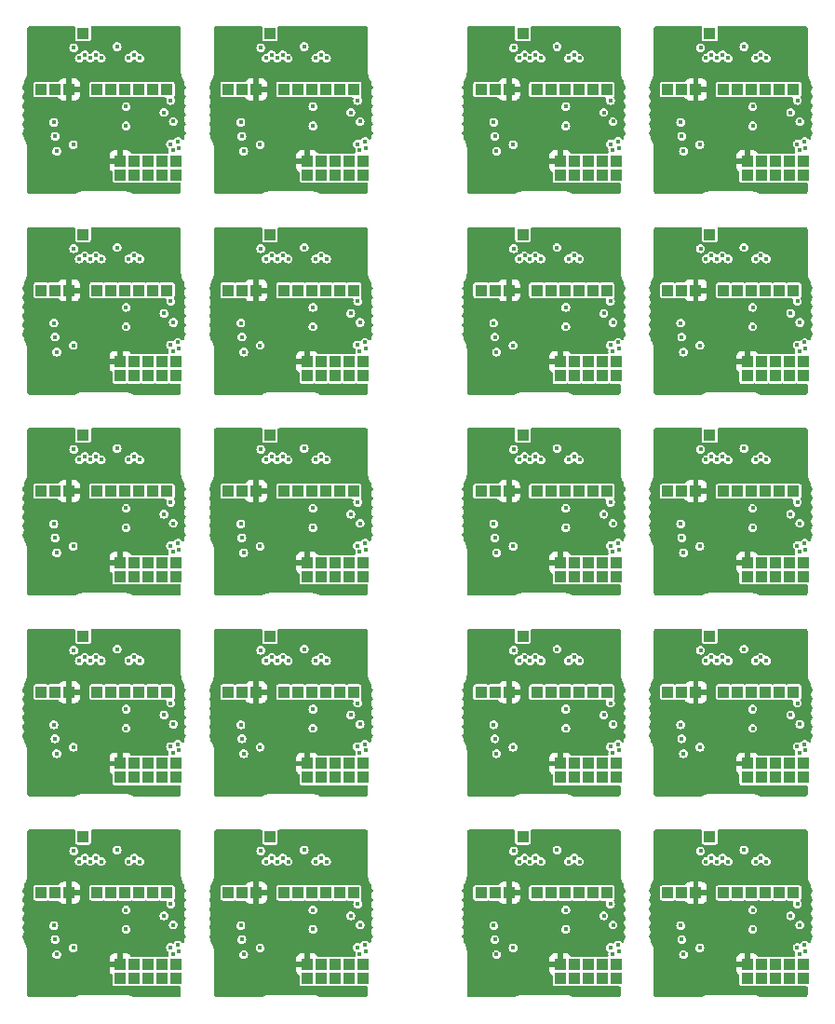
<source format=gbr>
%TF.GenerationSoftware,KiCad,Pcbnew,8.0.1-unknown-202403172319~81f55dfc9c~ubuntu22.04.1*%
%TF.CreationDate,2024-06-20T10:51:26+01:00*%
%TF.ProjectId,PANEL_COM_MOD,50414e45-4c5f-4434-9f4d-5f4d4f442e6b,1.0*%
%TF.SameCoordinates,Original*%
%TF.FileFunction,Copper,L2,Inr*%
%TF.FilePolarity,Positive*%
%FSLAX46Y46*%
G04 Gerber Fmt 4.6, Leading zero omitted, Abs format (unit mm)*
G04 Created by KiCad (PCBNEW 8.0.1-unknown-202403172319~81f55dfc9c~ubuntu22.04.1) date 2024-06-20 10:51:26*
%MOMM*%
%LPD*%
G01*
G04 APERTURE LIST*
%TA.AperFunction,ComponentPad*%
%ADD10R,1.000000X1.000000*%
%TD*%
%TA.AperFunction,ViaPad*%
%ADD11C,0.400000*%
%TD*%
G04 APERTURE END LIST*
D10*
%TO.N,Board_11-GND*%
%TO.C,J22*%
X71994999Y-55250002D03*
%TD*%
%TO.N,Board_0-/POCI*%
%TO.C,J5*%
X12865000Y-12250000D03*
%TD*%
%TO.N,Board_1-/i2C_SCL*%
%TO.C,J16*%
X35804999Y-20020000D03*
%TD*%
%TO.N,Board_17-/AUX1*%
%TO.C,J19*%
X24785000Y-85250004D03*
%TD*%
%TO.N,Board_4-/i2C_SCL*%
%TO.C,J16*%
X18804999Y-38270001D03*
%TD*%
%TO.N,Board_9-/I2C_SDA*%
%TO.C,J17*%
X37074999Y-56520002D03*
%TD*%
%TO.N,Board_9-/CSB*%
%TO.C,J8*%
X33675000Y-48750002D03*
%TD*%
%TO.N,Board_17-/AIN0*%
%TO.C,J18*%
X31994999Y-93020004D03*
%TD*%
%TO.N,Board_17-/SPICS_ARM*%
%TO.C,J15*%
X34534999Y-93020004D03*
%TD*%
%TO.N,Board_0-/I2C_SDA*%
%TO.C,J17*%
X20074999Y-20020000D03*
%TD*%
%TO.N,Board_5-/IO1_out*%
%TO.C,J11*%
X37074999Y-37000001D03*
%TD*%
%TO.N,Board_16-+3.3V*%
%TO.C,J1*%
X9055000Y-85250004D03*
%TD*%
%TO.N,Board_5-/SCLK*%
%TO.C,J7*%
X32405000Y-30500001D03*
%TD*%
%TO.N,Board_16-/AIN0*%
%TO.C,J18*%
X14994999Y-93020004D03*
%TD*%
%TO.N,Board_8-GND*%
%TO.C,J22*%
X14994999Y-55250002D03*
%TD*%
%TO.N,Board_3-/SCLK*%
%TO.C,J7*%
X72405000Y-12250000D03*
%TD*%
%TO.N,Board_14-/extRef*%
%TO.C,J9*%
X57945000Y-67000003D03*
%TD*%
%TO.N,Board_10-/AUX2*%
%TO.C,J20*%
X59215000Y-48750002D03*
%TD*%
%TO.N,Board_13-/IO1_out*%
%TO.C,J11*%
X37074999Y-73500003D03*
%TD*%
%TO.N,Board_10-/SCLK_ARM*%
%TO.C,J14*%
X56264999Y-55250002D03*
%TD*%
%TO.N,Board_8-/CSB*%
%TO.C,J8*%
X16675000Y-48750002D03*
%TD*%
%TO.N,Board_7-/AUX2*%
%TO.C,J20*%
X76215000Y-30500001D03*
%TD*%
%TO.N,Board_11-/SWDIO{slash}POCI_ARM*%
%TO.C,J12*%
X75804999Y-55250002D03*
%TD*%
%TO.N,Board_7-/SCLK*%
%TO.C,J7*%
X72405000Y-30500001D03*
%TD*%
%TO.N,Board_10-/PICO*%
%TO.C,J6*%
X54135000Y-48750002D03*
%TD*%
%TO.N,Board_0-/GPIO*%
%TO.C,J21*%
X16264999Y-20020000D03*
%TD*%
%TO.N,Board_12-/POCI*%
%TO.C,J5*%
X12865000Y-67000003D03*
%TD*%
%TO.N,Board_19-/PICO_ARM*%
%TO.C,J13*%
X74535000Y-91750004D03*
%TD*%
%TO.N,Board_13-/GPIO*%
%TO.C,J21*%
X33264999Y-74770003D03*
%TD*%
%TO.N,Board_6-/PICO*%
%TO.C,J6*%
X54135000Y-30500001D03*
%TD*%
%TO.N,Board_4-/GPIO*%
%TO.C,J21*%
X16264999Y-38270001D03*
%TD*%
%TO.N,Board_2-/SCLK*%
%TO.C,J7*%
X55405000Y-12250000D03*
%TD*%
%TO.N,Board_12-/extRef*%
%TO.C,J9*%
X17945000Y-67000003D03*
%TD*%
%TO.N,Board_2-+3.3V*%
%TO.C,J1*%
X49055000Y-12250000D03*
%TD*%
%TO.N,Board_10-/extRef*%
%TO.C,J9*%
X57945000Y-48750002D03*
%TD*%
%TO.N,Board_8-/SPICS_ARM*%
%TO.C,J15*%
X17534999Y-56520002D03*
%TD*%
%TO.N,Board_3-+3.3V*%
%TO.C,J1*%
X66055000Y-12250000D03*
%TD*%
%TO.N,Board_9-/extRef*%
%TO.C,J9*%
X34945000Y-48750002D03*
%TD*%
%TO.N,Board_3-/SCLK_ARM*%
%TO.C,J14*%
X73264999Y-18750000D03*
%TD*%
%TO.N,Board_18-/PICO_ARM*%
%TO.C,J13*%
X57535000Y-91750004D03*
%TD*%
%TO.N,Board_15-/IO1_out*%
%TO.C,J11*%
X77074999Y-73500003D03*
%TD*%
%TO.N,Board_8-/I2C_SDA*%
%TO.C,J17*%
X20074999Y-56520002D03*
%TD*%
%TO.N,Board_15-/AIN0*%
%TO.C,J18*%
X71994999Y-74770003D03*
%TD*%
%TO.N,Board_12-/GPIO*%
%TO.C,J21*%
X16264999Y-74770003D03*
%TD*%
%TO.N,Board_3-GND*%
%TO.C,J22*%
X71994999Y-18750000D03*
%TD*%
%TO.N,Board_6-/AIN0*%
%TO.C,J18*%
X54994999Y-38270001D03*
%TD*%
%TO.N,Board_0-/AUX1*%
%TO.C,J19*%
X7785000Y-12250000D03*
%TD*%
%TO.N,Board_4-+3.3V*%
%TO.C,J1*%
X9055000Y-30500001D03*
%TD*%
%TO.N,Board_4-/CSB*%
%TO.C,J8*%
X16675000Y-30500001D03*
%TD*%
%TO.N,Board_6-/AUX3*%
%TO.C,J3*%
X51595000Y-25420001D03*
%TD*%
%TO.N,Board_2-/AIN0*%
%TO.C,J18*%
X54994999Y-20020000D03*
%TD*%
%TO.N,Board_9-/PICO*%
%TO.C,J6*%
X31135000Y-48750002D03*
%TD*%
%TO.N,Board_0-/SWDIO{slash}POCI_ARM*%
%TO.C,J12*%
X18804999Y-18750000D03*
%TD*%
%TO.N,Board_15-/AUX1*%
%TO.C,J19*%
X64785000Y-67000003D03*
%TD*%
%TO.N,Board_2-/AUX2*%
%TO.C,J20*%
X59215000Y-12250000D03*
%TD*%
%TO.N,Board_11-/i2C_SCL*%
%TO.C,J16*%
X75804999Y-56520002D03*
%TD*%
%TO.N,Board_1-+3.3V*%
%TO.C,J1*%
X26055000Y-12250000D03*
%TD*%
%TO.N,Board_16-/POCI*%
%TO.C,J5*%
X12865000Y-85250004D03*
%TD*%
%TO.N,Board_18-/AUX2*%
%TO.C,J20*%
X59215000Y-85250004D03*
%TD*%
%TO.N,Board_10-/AUX1*%
%TO.C,J19*%
X47785000Y-48750002D03*
%TD*%
%TO.N,Board_0-/extRef*%
%TO.C,J9*%
X17945000Y-12250000D03*
%TD*%
%TO.N,Board_6-/SCLK_ARM*%
%TO.C,J14*%
X56264999Y-37000001D03*
%TD*%
%TO.N,Board_17-GND*%
%TO.C,J2*%
X27325000Y-85250004D03*
%TD*%
%TO.N,Board_10-GND*%
%TO.C,J2*%
X50325000Y-48750002D03*
%TD*%
%TO.N,Board_1-GND*%
%TO.C,J2*%
X27325000Y-12250000D03*
%TD*%
%TO.N,Board_19-/SWDIO{slash}POCI_ARM*%
%TO.C,J12*%
X75804999Y-91750004D03*
%TD*%
%TO.N,Board_11-/PICO_ARM*%
%TO.C,J13*%
X74535000Y-55250002D03*
%TD*%
%TO.N,Board_5-/PICO*%
%TO.C,J6*%
X31135000Y-30500001D03*
%TD*%
%TO.N,Board_15-/SPICS_ARM*%
%TO.C,J15*%
X74534999Y-74770003D03*
%TD*%
%TO.N,Board_0-GND*%
%TO.C,J2*%
X10325000Y-12250000D03*
%TD*%
%TO.N,Board_6-/SWDIO{slash}POCI_ARM*%
%TO.C,J12*%
X58804999Y-37000001D03*
%TD*%
%TO.N,Board_5-/PICO_ARM*%
%TO.C,J13*%
X34535000Y-37000001D03*
%TD*%
%TO.N,Board_12-/PICO*%
%TO.C,J6*%
X14135000Y-67000003D03*
%TD*%
%TO.N,Board_18-/I2C_SDA*%
%TO.C,J17*%
X60074999Y-93020004D03*
%TD*%
%TO.N,Board_13-/SCLK_ARM*%
%TO.C,J14*%
X33264999Y-73500003D03*
%TD*%
%TO.N,Board_11-/AUX3*%
%TO.C,J3*%
X68595000Y-43670002D03*
%TD*%
%TO.N,Board_18-/IO1_out*%
%TO.C,J11*%
X60074999Y-91750004D03*
%TD*%
%TO.N,Board_7-/I2C_SDA*%
%TO.C,J17*%
X77074999Y-38270001D03*
%TD*%
%TO.N,Board_13-/SWDIO{slash}POCI_ARM*%
%TO.C,J12*%
X35804999Y-73500003D03*
%TD*%
%TO.N,Board_14-/IO1_out*%
%TO.C,J11*%
X60074999Y-73500003D03*
%TD*%
%TO.N,Board_1-GND*%
%TO.C,J22*%
X31994999Y-18750000D03*
%TD*%
%TO.N,Board_17-/SWDIO{slash}POCI_ARM*%
%TO.C,J12*%
X35804999Y-91750004D03*
%TD*%
%TO.N,Board_5-/SWDIO{slash}POCI_ARM*%
%TO.C,J12*%
X35804999Y-37000001D03*
%TD*%
%TO.N,Board_13-/extRef*%
%TO.C,J9*%
X34945000Y-67000003D03*
%TD*%
%TO.N,Board_15-/SCLK*%
%TO.C,J7*%
X72405000Y-67000003D03*
%TD*%
%TO.N,Board_19-/SPICS_ARM*%
%TO.C,J15*%
X74534999Y-93020004D03*
%TD*%
%TO.N,Board_15-/AUX2*%
%TO.C,J20*%
X76215000Y-67000003D03*
%TD*%
%TO.N,Board_12-GND*%
%TO.C,J2*%
X10325000Y-67000003D03*
%TD*%
%TO.N,Board_18-/SCLK_ARM*%
%TO.C,J14*%
X56264999Y-91750004D03*
%TD*%
%TO.N,Board_7-GND*%
%TO.C,J2*%
X67325000Y-30500001D03*
%TD*%
%TO.N,Board_5-/POCI*%
%TO.C,J5*%
X29865000Y-30500001D03*
%TD*%
%TO.N,Board_10-/CSB*%
%TO.C,J8*%
X56675000Y-48750002D03*
%TD*%
%TO.N,Board_1-/SWDIO{slash}POCI_ARM*%
%TO.C,J12*%
X35804999Y-18750000D03*
%TD*%
%TO.N,Board_7-/PICO*%
%TO.C,J6*%
X71135000Y-30500001D03*
%TD*%
%TO.N,Board_14-/SPICS_ARM*%
%TO.C,J15*%
X57534999Y-74770003D03*
%TD*%
%TO.N,Board_17-/SCLK*%
%TO.C,J7*%
X32405000Y-85250004D03*
%TD*%
%TO.N,Board_3-/I2C_SDA*%
%TO.C,J17*%
X77074999Y-20020000D03*
%TD*%
%TO.N,Board_10-/IO1_out*%
%TO.C,J11*%
X60074999Y-55250002D03*
%TD*%
%TO.N,Board_6-/SCLK*%
%TO.C,J7*%
X55405000Y-30500001D03*
%TD*%
%TO.N,Board_5-GND*%
%TO.C,J2*%
X27325000Y-30500001D03*
%TD*%
%TO.N,Board_10-/i2C_SCL*%
%TO.C,J16*%
X58804999Y-56520002D03*
%TD*%
%TO.N,Board_6-/PICO_ARM*%
%TO.C,J13*%
X57535000Y-37000001D03*
%TD*%
%TO.N,Board_19-/POCI*%
%TO.C,J5*%
X69865000Y-85250004D03*
%TD*%
%TO.N,Board_12-/AIN0*%
%TO.C,J18*%
X14994999Y-74770003D03*
%TD*%
%TO.N,Board_8-/extRef*%
%TO.C,J9*%
X17945000Y-48750002D03*
%TD*%
%TO.N,Board_9-/SWDIO{slash}POCI_ARM*%
%TO.C,J12*%
X35804999Y-55250002D03*
%TD*%
%TO.N,Board_15-/PICO_ARM*%
%TO.C,J13*%
X74535000Y-73500003D03*
%TD*%
%TO.N,Board_9-/AUX2*%
%TO.C,J20*%
X36215000Y-48750002D03*
%TD*%
%TO.N,Board_16-/AUX1*%
%TO.C,J19*%
X7785000Y-85250004D03*
%TD*%
%TO.N,Board_2-/IO1_out*%
%TO.C,J11*%
X60074999Y-18750000D03*
%TD*%
%TO.N,Board_16-/I2C_SDA*%
%TO.C,J17*%
X20074999Y-93020004D03*
%TD*%
%TO.N,Board_2-/SPICS_ARM*%
%TO.C,J15*%
X57534999Y-20020000D03*
%TD*%
%TO.N,Board_10-GND*%
%TO.C,J22*%
X54994999Y-55250002D03*
%TD*%
%TO.N,Board_9-/AUX1*%
%TO.C,J19*%
X24785000Y-48750002D03*
%TD*%
%TO.N,Board_17-GND*%
%TO.C,J22*%
X31994999Y-91750004D03*
%TD*%
%TO.N,Board_14-/AUX1*%
%TO.C,J19*%
X47785000Y-67000003D03*
%TD*%
%TO.N,Board_9-/i2C_SCL*%
%TO.C,J16*%
X35804999Y-56520002D03*
%TD*%
%TO.N,Board_4-/I2C_SDA*%
%TO.C,J17*%
X20074999Y-38270001D03*
%TD*%
%TO.N,Board_16-/GPIO*%
%TO.C,J21*%
X16264999Y-93020004D03*
%TD*%
%TO.N,Board_14-/CSB*%
%TO.C,J8*%
X56675000Y-67000003D03*
%TD*%
%TO.N,Board_16-/SWDIO{slash}POCI_ARM*%
%TO.C,J12*%
X18804999Y-91750004D03*
%TD*%
%TO.N,Board_16-/AUX2*%
%TO.C,J20*%
X19215000Y-85250004D03*
%TD*%
%TO.N,Board_13-/PICO*%
%TO.C,J6*%
X31135000Y-67000003D03*
%TD*%
%TO.N,Board_3-/AUX2*%
%TO.C,J20*%
X76215000Y-12250000D03*
%TD*%
%TO.N,Board_1-/AUX1*%
%TO.C,J19*%
X24785000Y-12250000D03*
%TD*%
%TO.N,Board_3-/PICO*%
%TO.C,J6*%
X71135000Y-12250000D03*
%TD*%
%TO.N,Board_2-/SWDIO{slash}POCI_ARM*%
%TO.C,J12*%
X58804999Y-18750000D03*
%TD*%
%TO.N,Board_10-/GPIO*%
%TO.C,J21*%
X56264999Y-56520002D03*
%TD*%
%TO.N,Board_3-/extRef*%
%TO.C,J9*%
X74945000Y-12250000D03*
%TD*%
%TO.N,Board_4-/IO1_out*%
%TO.C,J11*%
X20074999Y-37000001D03*
%TD*%
%TO.N,Board_10-+3.3V*%
%TO.C,J1*%
X49055000Y-48750002D03*
%TD*%
%TO.N,Board_19-/SCLK_ARM*%
%TO.C,J14*%
X73264999Y-91750004D03*
%TD*%
%TO.N,Board_17-/IO1_out*%
%TO.C,J11*%
X37074999Y-91750004D03*
%TD*%
%TO.N,Board_15-+3.3V*%
%TO.C,J1*%
X66055000Y-67000003D03*
%TD*%
%TO.N,Board_15-/i2C_SCL*%
%TO.C,J16*%
X75804999Y-74770003D03*
%TD*%
%TO.N,Board_15-GND*%
%TO.C,J22*%
X71994999Y-73500003D03*
%TD*%
%TO.N,Board_5-/CSB*%
%TO.C,J8*%
X33675000Y-30500001D03*
%TD*%
%TO.N,Board_5-/AUX2*%
%TO.C,J20*%
X36215000Y-30500001D03*
%TD*%
%TO.N,Board_14-+3.3V*%
%TO.C,J1*%
X49055000Y-67000003D03*
%TD*%
%TO.N,Board_0-/PICO_ARM*%
%TO.C,J13*%
X17535000Y-18750000D03*
%TD*%
%TO.N,Board_8-+3.3V*%
%TO.C,J1*%
X9055000Y-48750002D03*
%TD*%
%TO.N,Board_9-/SPICS_ARM*%
%TO.C,J15*%
X34534999Y-56520002D03*
%TD*%
%TO.N,Board_1-/POCI*%
%TO.C,J5*%
X29865000Y-12250000D03*
%TD*%
%TO.N,Board_3-/AIN0*%
%TO.C,J18*%
X71994999Y-20020000D03*
%TD*%
%TO.N,Board_7-/AUX1*%
%TO.C,J19*%
X64785000Y-30500001D03*
%TD*%
%TO.N,Board_6-/CSB*%
%TO.C,J8*%
X56675000Y-30500001D03*
%TD*%
%TO.N,Board_18-/PICO*%
%TO.C,J6*%
X54135000Y-85250004D03*
%TD*%
%TO.N,Board_4-/SWDIO{slash}POCI_ARM*%
%TO.C,J12*%
X18804999Y-37000001D03*
%TD*%
%TO.N,Board_3-/i2C_SCL*%
%TO.C,J16*%
X75804999Y-20020000D03*
%TD*%
%TO.N,Board_10-/I2C_SDA*%
%TO.C,J17*%
X60074999Y-56520002D03*
%TD*%
%TO.N,Board_16-/extRef*%
%TO.C,J9*%
X17945000Y-85250004D03*
%TD*%
%TO.N,Board_8-/AUX1*%
%TO.C,J19*%
X7785000Y-48750002D03*
%TD*%
%TO.N,Board_19-/AUX2*%
%TO.C,J20*%
X76215000Y-85250004D03*
%TD*%
%TO.N,Board_9-/SCLK*%
%TO.C,J7*%
X32405000Y-48750002D03*
%TD*%
%TO.N,Board_18-/AUX3*%
%TO.C,J3*%
X51595000Y-80170004D03*
%TD*%
%TO.N,Board_9-/GPIO*%
%TO.C,J21*%
X33264999Y-56520002D03*
%TD*%
%TO.N,Board_10-/AUX3*%
%TO.C,J3*%
X51595000Y-43670002D03*
%TD*%
%TO.N,Board_9-/POCI*%
%TO.C,J5*%
X29865000Y-48750002D03*
%TD*%
%TO.N,Board_5-/GPIO*%
%TO.C,J21*%
X33264999Y-38270001D03*
%TD*%
%TO.N,Board_11-/SCLK_ARM*%
%TO.C,J14*%
X73264999Y-55250002D03*
%TD*%
%TO.N,Board_16-/PICO_ARM*%
%TO.C,J13*%
X17535000Y-91750004D03*
%TD*%
%TO.N,Board_14-/AIN0*%
%TO.C,J18*%
X54994999Y-74770003D03*
%TD*%
%TO.N,Board_2-GND*%
%TO.C,J22*%
X54994999Y-18750000D03*
%TD*%
%TO.N,Board_9-+3.3V*%
%TO.C,J1*%
X26055000Y-48750002D03*
%TD*%
%TO.N,Board_7-/POCI*%
%TO.C,J5*%
X69865000Y-30500001D03*
%TD*%
%TO.N,Board_8-/AUX2*%
%TO.C,J20*%
X19215000Y-48750002D03*
%TD*%
%TO.N,Board_9-/IO1_out*%
%TO.C,J11*%
X37074999Y-55250002D03*
%TD*%
%TO.N,Board_7-/AUX3*%
%TO.C,J3*%
X68595000Y-25420001D03*
%TD*%
%TO.N,Board_5-/AUX1*%
%TO.C,J19*%
X24785000Y-30500001D03*
%TD*%
%TO.N,Board_7-/CSB*%
%TO.C,J8*%
X73675000Y-30500001D03*
%TD*%
%TO.N,Board_17-/extRef*%
%TO.C,J9*%
X34945000Y-85250004D03*
%TD*%
%TO.N,Board_12-/AUX2*%
%TO.C,J20*%
X19215000Y-67000003D03*
%TD*%
%TO.N,Board_15-/PICO*%
%TO.C,J6*%
X71135000Y-67000003D03*
%TD*%
%TO.N,Board_19-/SCLK*%
%TO.C,J7*%
X72405000Y-85250004D03*
%TD*%
%TO.N,Board_7-/IO1_out*%
%TO.C,J11*%
X77074999Y-37000001D03*
%TD*%
%TO.N,Board_9-/PICO_ARM*%
%TO.C,J13*%
X34535000Y-55250002D03*
%TD*%
%TO.N,Board_14-/GPIO*%
%TO.C,J21*%
X56264999Y-74770003D03*
%TD*%
%TO.N,Board_13-/PICO_ARM*%
%TO.C,J13*%
X34535000Y-73500003D03*
%TD*%
%TO.N,Board_17-/SCLK_ARM*%
%TO.C,J14*%
X33264999Y-91750004D03*
%TD*%
%TO.N,Board_13-GND*%
%TO.C,J2*%
X27325000Y-67000003D03*
%TD*%
%TO.N,Board_11-/AUX1*%
%TO.C,J19*%
X64785000Y-48750002D03*
%TD*%
%TO.N,Board_0-/AIN0*%
%TO.C,J18*%
X14994999Y-20020000D03*
%TD*%
%TO.N,Board_13-/AUX3*%
%TO.C,J3*%
X28595000Y-61920003D03*
%TD*%
%TO.N,Board_2-/extRef*%
%TO.C,J9*%
X57945000Y-12250000D03*
%TD*%
%TO.N,Board_19-/i2C_SCL*%
%TO.C,J16*%
X75804999Y-93020004D03*
%TD*%
%TO.N,Board_3-/IO1_out*%
%TO.C,J11*%
X77074999Y-18750000D03*
%TD*%
%TO.N,Board_6-/extRef*%
%TO.C,J9*%
X57945000Y-30500001D03*
%TD*%
%TO.N,Board_15-/extRef*%
%TO.C,J9*%
X74945000Y-67000003D03*
%TD*%
%TO.N,Board_5-+3.3V*%
%TO.C,J1*%
X26055000Y-30500001D03*
%TD*%
%TO.N,Board_16-/SPICS_ARM*%
%TO.C,J15*%
X17534999Y-93020004D03*
%TD*%
%TO.N,Board_4-/SCLK_ARM*%
%TO.C,J14*%
X16264999Y-37000001D03*
%TD*%
%TO.N,Board_11-/AIN0*%
%TO.C,J18*%
X71994999Y-56520002D03*
%TD*%
%TO.N,Board_10-/POCI*%
%TO.C,J5*%
X52865000Y-48750002D03*
%TD*%
%TO.N,Board_6-/AUX2*%
%TO.C,J20*%
X59215000Y-30500001D03*
%TD*%
%TO.N,Board_8-GND*%
%TO.C,J2*%
X10325000Y-48750002D03*
%TD*%
%TO.N,Board_18-GND*%
%TO.C,J22*%
X54994999Y-91750004D03*
%TD*%
%TO.N,Board_3-/AUX3*%
%TO.C,J3*%
X68595000Y-7170000D03*
%TD*%
%TO.N,Board_2-/AUX3*%
%TO.C,J3*%
X51595000Y-7170000D03*
%TD*%
%TO.N,Board_9-/SCLK_ARM*%
%TO.C,J14*%
X33264999Y-55250002D03*
%TD*%
%TO.N,Board_11-/extRef*%
%TO.C,J9*%
X74945000Y-48750002D03*
%TD*%
%TO.N,Board_1-/SCLK*%
%TO.C,J7*%
X32405000Y-12250000D03*
%TD*%
%TO.N,Board_7-/GPIO*%
%TO.C,J21*%
X73264999Y-38270001D03*
%TD*%
%TO.N,Board_0-/AUX2*%
%TO.C,J20*%
X19215000Y-12250000D03*
%TD*%
%TO.N,Board_7-GND*%
%TO.C,J22*%
X71994999Y-37000001D03*
%TD*%
%TO.N,Board_16-/PICO*%
%TO.C,J6*%
X14135000Y-85250004D03*
%TD*%
%TO.N,Board_5-/extRef*%
%TO.C,J9*%
X34945000Y-30500001D03*
%TD*%
%TO.N,Board_8-/PICO_ARM*%
%TO.C,J13*%
X17535000Y-55250002D03*
%TD*%
%TO.N,Board_18-+3.3V*%
%TO.C,J1*%
X49055000Y-85250004D03*
%TD*%
%TO.N,Board_9-GND*%
%TO.C,J2*%
X27325000Y-48750002D03*
%TD*%
%TO.N,Board_12-/SCLK*%
%TO.C,J7*%
X15405000Y-67000003D03*
%TD*%
%TO.N,Board_19-/IO1_out*%
%TO.C,J11*%
X77074999Y-91750004D03*
%TD*%
%TO.N,Board_5-/I2C_SDA*%
%TO.C,J17*%
X37074999Y-38270001D03*
%TD*%
%TO.N,Board_16-/SCLK_ARM*%
%TO.C,J14*%
X16264999Y-91750004D03*
%TD*%
%TO.N,Board_12-/AUX1*%
%TO.C,J19*%
X7785000Y-67000003D03*
%TD*%
%TO.N,Board_18-/AIN0*%
%TO.C,J18*%
X54994999Y-93020004D03*
%TD*%
%TO.N,Board_18-/GPIO*%
%TO.C,J21*%
X56264999Y-93020004D03*
%TD*%
%TO.N,Board_17-/GPIO*%
%TO.C,J21*%
X33264999Y-93020004D03*
%TD*%
%TO.N,Board_6-/i2C_SCL*%
%TO.C,J16*%
X58804999Y-38270001D03*
%TD*%
%TO.N,Board_11-/PICO*%
%TO.C,J6*%
X71135000Y-48750002D03*
%TD*%
%TO.N,Board_1-/CSB*%
%TO.C,J8*%
X33675000Y-12250000D03*
%TD*%
%TO.N,Board_11-/AUX2*%
%TO.C,J20*%
X76215000Y-48750002D03*
%TD*%
%TO.N,Board_8-/i2C_SCL*%
%TO.C,J16*%
X18804999Y-56520002D03*
%TD*%
%TO.N,Board_19-/AUX3*%
%TO.C,J3*%
X68595000Y-80170004D03*
%TD*%
%TO.N,Board_7-/AIN0*%
%TO.C,J18*%
X71994999Y-38270001D03*
%TD*%
%TO.N,Board_15-/POCI*%
%TO.C,J5*%
X69865000Y-67000003D03*
%TD*%
%TO.N,Board_4-GND*%
%TO.C,J22*%
X14994999Y-37000001D03*
%TD*%
%TO.N,Board_0-/AUX3*%
%TO.C,J3*%
X11595000Y-7170000D03*
%TD*%
%TO.N,Board_3-/SPICS_ARM*%
%TO.C,J15*%
X74534999Y-20020000D03*
%TD*%
%TO.N,Board_11-GND*%
%TO.C,J2*%
X67325000Y-48750002D03*
%TD*%
%TO.N,Board_3-GND*%
%TO.C,J2*%
X67325000Y-12250000D03*
%TD*%
%TO.N,Board_5-/SCLK_ARM*%
%TO.C,J14*%
X33264999Y-37000001D03*
%TD*%
%TO.N,Board_3-/GPIO*%
%TO.C,J21*%
X73264999Y-20020000D03*
%TD*%
%TO.N,Board_2-/AUX1*%
%TO.C,J19*%
X47785000Y-12250000D03*
%TD*%
%TO.N,Board_4-/PICO_ARM*%
%TO.C,J13*%
X17535000Y-37000001D03*
%TD*%
%TO.N,Board_16-GND*%
%TO.C,J22*%
X14994999Y-91750004D03*
%TD*%
%TO.N,Board_17-/PICO*%
%TO.C,J6*%
X31135000Y-85250004D03*
%TD*%
%TO.N,Board_17-/PICO_ARM*%
%TO.C,J13*%
X34535000Y-91750004D03*
%TD*%
%TO.N,Board_10-/SWDIO{slash}POCI_ARM*%
%TO.C,J12*%
X58804999Y-55250002D03*
%TD*%
%TO.N,Board_9-/AUX3*%
%TO.C,J3*%
X28595000Y-43670002D03*
%TD*%
%TO.N,Board_5-/AIN0*%
%TO.C,J18*%
X31994999Y-38270001D03*
%TD*%
%TO.N,Board_1-/extRef*%
%TO.C,J9*%
X34945000Y-12250000D03*
%TD*%
%TO.N,Board_9-/AIN0*%
%TO.C,J18*%
X31994999Y-56520002D03*
%TD*%
%TO.N,Board_2-/GPIO*%
%TO.C,J21*%
X56264999Y-20020000D03*
%TD*%
%TO.N,Board_14-GND*%
%TO.C,J2*%
X50325000Y-67000003D03*
%TD*%
%TO.N,Board_19-/PICO*%
%TO.C,J6*%
X71135000Y-85250004D03*
%TD*%
%TO.N,Board_5-GND*%
%TO.C,J22*%
X31994999Y-37000001D03*
%TD*%
%TO.N,Board_15-/AUX3*%
%TO.C,J3*%
X68595000Y-61920003D03*
%TD*%
%TO.N,Board_12-/AUX3*%
%TO.C,J3*%
X11595000Y-61920003D03*
%TD*%
%TO.N,Board_3-/AUX1*%
%TO.C,J19*%
X64785000Y-12250000D03*
%TD*%
%TO.N,Board_1-/GPIO*%
%TO.C,J21*%
X33264999Y-20020000D03*
%TD*%
%TO.N,Board_13-/CSB*%
%TO.C,J8*%
X33675000Y-67000003D03*
%TD*%
%TO.N,Board_4-/AUX3*%
%TO.C,J3*%
X11595000Y-25420001D03*
%TD*%
%TO.N,Board_10-/SCLK*%
%TO.C,J7*%
X55405000Y-48750002D03*
%TD*%
%TO.N,Board_12-/i2C_SCL*%
%TO.C,J16*%
X18804999Y-74770003D03*
%TD*%
%TO.N,Board_7-/SPICS_ARM*%
%TO.C,J15*%
X74534999Y-38270001D03*
%TD*%
%TO.N,Board_2-GND*%
%TO.C,J2*%
X50325000Y-12250000D03*
%TD*%
%TO.N,Board_15-/SWDIO{slash}POCI_ARM*%
%TO.C,J12*%
X75804999Y-73500003D03*
%TD*%
%TO.N,Board_17-/POCI*%
%TO.C,J5*%
X29865000Y-85250004D03*
%TD*%
%TO.N,Board_6-/GPIO*%
%TO.C,J21*%
X56264999Y-38270001D03*
%TD*%
%TO.N,Board_16-/SCLK*%
%TO.C,J7*%
X15405000Y-85250004D03*
%TD*%
%TO.N,Board_13-/SPICS_ARM*%
%TO.C,J15*%
X34534999Y-74770003D03*
%TD*%
%TO.N,Board_1-/I2C_SDA*%
%TO.C,J17*%
X37074999Y-20020000D03*
%TD*%
%TO.N,Board_12-GND*%
%TO.C,J22*%
X14994999Y-73500003D03*
%TD*%
%TO.N,Board_1-/AUX2*%
%TO.C,J20*%
X36215000Y-12250000D03*
%TD*%
%TO.N,Board_4-/AUX2*%
%TO.C,J20*%
X19215000Y-30500001D03*
%TD*%
%TO.N,Board_11-/I2C_SDA*%
%TO.C,J17*%
X77074999Y-56520002D03*
%TD*%
%TO.N,Board_16-/CSB*%
%TO.C,J8*%
X16675000Y-85250004D03*
%TD*%
%TO.N,Board_0-GND*%
%TO.C,J22*%
X14994999Y-18750000D03*
%TD*%
%TO.N,Board_17-/CSB*%
%TO.C,J8*%
X33675000Y-85250004D03*
%TD*%
%TO.N,Board_7-/SCLK_ARM*%
%TO.C,J14*%
X73264999Y-37000001D03*
%TD*%
%TO.N,Board_12-/IO1_out*%
%TO.C,J11*%
X20074999Y-73500003D03*
%TD*%
%TO.N,Board_6-GND*%
%TO.C,J22*%
X54994999Y-37000001D03*
%TD*%
%TO.N,Board_4-/SCLK*%
%TO.C,J7*%
X15405000Y-30500001D03*
%TD*%
%TO.N,Board_16-/i2C_SCL*%
%TO.C,J16*%
X18804999Y-93020004D03*
%TD*%
%TO.N,Board_1-/AIN0*%
%TO.C,J18*%
X31994999Y-20020000D03*
%TD*%
%TO.N,Board_6-/AUX1*%
%TO.C,J19*%
X47785000Y-30500001D03*
%TD*%
%TO.N,Board_15-/I2C_SDA*%
%TO.C,J17*%
X77074999Y-74770003D03*
%TD*%
%TO.N,Board_13-+3.3V*%
%TO.C,J1*%
X26055000Y-67000003D03*
%TD*%
%TO.N,Board_12-/PICO_ARM*%
%TO.C,J13*%
X17535000Y-73500003D03*
%TD*%
%TO.N,Board_2-/I2C_SDA*%
%TO.C,J17*%
X60074999Y-20020000D03*
%TD*%
%TO.N,Board_6-/I2C_SDA*%
%TO.C,J17*%
X60074999Y-38270001D03*
%TD*%
%TO.N,Board_0-/i2C_SCL*%
%TO.C,J16*%
X18804999Y-20020000D03*
%TD*%
%TO.N,Board_6-/POCI*%
%TO.C,J5*%
X52865000Y-30500001D03*
%TD*%
%TO.N,Board_16-/IO1_out*%
%TO.C,J11*%
X20074999Y-91750004D03*
%TD*%
%TO.N,Board_6-+3.3V*%
%TO.C,J1*%
X49055000Y-30500001D03*
%TD*%
%TO.N,Board_4-/SPICS_ARM*%
%TO.C,J15*%
X17534999Y-38270001D03*
%TD*%
%TO.N,Board_2-/i2C_SCL*%
%TO.C,J16*%
X58804999Y-20020000D03*
%TD*%
%TO.N,Board_7-/i2C_SCL*%
%TO.C,J16*%
X75804999Y-38270001D03*
%TD*%
%TO.N,Board_14-/SCLK*%
%TO.C,J7*%
X55405000Y-67000003D03*
%TD*%
%TO.N,Board_19-+3.3V*%
%TO.C,J1*%
X66055000Y-85250004D03*
%TD*%
%TO.N,Board_3-/PICO_ARM*%
%TO.C,J13*%
X74535000Y-18750000D03*
%TD*%
%TO.N,Board_6-/IO1_out*%
%TO.C,J11*%
X60074999Y-37000001D03*
%TD*%
%TO.N,Board_18-GND*%
%TO.C,J2*%
X50325000Y-85250004D03*
%TD*%
%TO.N,Board_15-/GPIO*%
%TO.C,J21*%
X73264999Y-74770003D03*
%TD*%
%TO.N,Board_18-/AUX1*%
%TO.C,J19*%
X47785000Y-85250004D03*
%TD*%
%TO.N,Board_2-/SCLK_ARM*%
%TO.C,J14*%
X56264999Y-18750000D03*
%TD*%
%TO.N,Board_0-/SCLK*%
%TO.C,J7*%
X15405000Y-12250000D03*
%TD*%
%TO.N,Board_4-/AUX1*%
%TO.C,J19*%
X7785000Y-30500001D03*
%TD*%
%TO.N,Board_18-/SPICS_ARM*%
%TO.C,J15*%
X57534999Y-93020004D03*
%TD*%
%TO.N,Board_6-GND*%
%TO.C,J2*%
X50325000Y-30500001D03*
%TD*%
%TO.N,Board_17-+3.3V*%
%TO.C,J1*%
X26055000Y-85250004D03*
%TD*%
%TO.N,Board_5-/SPICS_ARM*%
%TO.C,J15*%
X34534999Y-38270001D03*
%TD*%
%TO.N,Board_10-/SPICS_ARM*%
%TO.C,J15*%
X57534999Y-56520002D03*
%TD*%
%TO.N,Board_4-/POCI*%
%TO.C,J5*%
X12865000Y-30500001D03*
%TD*%
%TO.N,Board_17-/AUX3*%
%TO.C,J3*%
X28595000Y-80170004D03*
%TD*%
%TO.N,Board_13-/AIN0*%
%TO.C,J18*%
X31994999Y-74770003D03*
%TD*%
%TO.N,Board_0-+3.3V*%
%TO.C,J1*%
X9055000Y-12250000D03*
%TD*%
%TO.N,Board_8-/SCLK_ARM*%
%TO.C,J14*%
X16264999Y-55250002D03*
%TD*%
%TO.N,Board_11-/SCLK*%
%TO.C,J7*%
X72405000Y-48750002D03*
%TD*%
%TO.N,Board_0-/CSB*%
%TO.C,J8*%
X16675000Y-12250000D03*
%TD*%
%TO.N,Board_14-/PICO_ARM*%
%TO.C,J13*%
X57535000Y-73500003D03*
%TD*%
%TO.N,Board_5-/i2C_SCL*%
%TO.C,J16*%
X35804999Y-38270001D03*
%TD*%
%TO.N,Board_1-/IO1_out*%
%TO.C,J11*%
X37074999Y-18750000D03*
%TD*%
%TO.N,Board_14-/PICO*%
%TO.C,J6*%
X54135000Y-67000003D03*
%TD*%
%TO.N,Board_17-/AUX2*%
%TO.C,J20*%
X36215000Y-85250004D03*
%TD*%
%TO.N,Board_19-/AUX1*%
%TO.C,J19*%
X64785000Y-85250004D03*
%TD*%
%TO.N,Board_13-/I2C_SDA*%
%TO.C,J17*%
X37074999Y-74770003D03*
%TD*%
%TO.N,Board_19-/AIN0*%
%TO.C,J18*%
X71994999Y-93020004D03*
%TD*%
%TO.N,Board_7-+3.3V*%
%TO.C,J1*%
X66055000Y-30500001D03*
%TD*%
%TO.N,Board_19-/I2C_SDA*%
%TO.C,J17*%
X77074999Y-93020004D03*
%TD*%
%TO.N,Board_8-/PICO*%
%TO.C,J6*%
X14135000Y-48750002D03*
%TD*%
%TO.N,Board_18-/POCI*%
%TO.C,J5*%
X52865000Y-85250004D03*
%TD*%
%TO.N,Board_12-/SWDIO{slash}POCI_ARM*%
%TO.C,J12*%
X18804999Y-73500003D03*
%TD*%
%TO.N,Board_9-GND*%
%TO.C,J22*%
X31994999Y-55250002D03*
%TD*%
%TO.N,Board_14-/AUX3*%
%TO.C,J3*%
X51595000Y-61920003D03*
%TD*%
%TO.N,Board_13-/AUX1*%
%TO.C,J19*%
X24785000Y-67000003D03*
%TD*%
%TO.N,Board_8-/AUX3*%
%TO.C,J3*%
X11595000Y-43670002D03*
%TD*%
%TO.N,Board_18-/CSB*%
%TO.C,J8*%
X56675000Y-85250004D03*
%TD*%
%TO.N,Board_0-/SCLK_ARM*%
%TO.C,J14*%
X16264999Y-18750000D03*
%TD*%
%TO.N,Board_13-GND*%
%TO.C,J22*%
X31994999Y-73500003D03*
%TD*%
%TO.N,Board_18-/SWDIO{slash}POCI_ARM*%
%TO.C,J12*%
X58804999Y-91750004D03*
%TD*%
%TO.N,Board_4-/extRef*%
%TO.C,J9*%
X17945000Y-30500001D03*
%TD*%
%TO.N,Board_16-GND*%
%TO.C,J2*%
X10325000Y-85250004D03*
%TD*%
%TO.N,Board_19-/CSB*%
%TO.C,J8*%
X73675000Y-85250004D03*
%TD*%
%TO.N,Board_8-/SCLK*%
%TO.C,J7*%
X15405000Y-48750002D03*
%TD*%
%TO.N,Board_4-/AIN0*%
%TO.C,J18*%
X14994999Y-38270001D03*
%TD*%
%TO.N,Board_3-/POCI*%
%TO.C,J5*%
X69865000Y-12250000D03*
%TD*%
%TO.N,Board_13-/i2C_SCL*%
%TO.C,J16*%
X35804999Y-74770003D03*
%TD*%
%TO.N,Board_2-/POCI*%
%TO.C,J5*%
X52865000Y-12250000D03*
%TD*%
%TO.N,Board_19-GND*%
%TO.C,J2*%
X67325000Y-85250004D03*
%TD*%
%TO.N,Board_4-/PICO*%
%TO.C,J6*%
X14135000Y-30500001D03*
%TD*%
%TO.N,Board_8-/POCI*%
%TO.C,J5*%
X12865000Y-48750002D03*
%TD*%
%TO.N,Board_14-/SCLK_ARM*%
%TO.C,J14*%
X56264999Y-73500003D03*
%TD*%
%TO.N,Board_2-/CSB*%
%TO.C,J8*%
X56675000Y-12250000D03*
%TD*%
%TO.N,Board_14-/SWDIO{slash}POCI_ARM*%
%TO.C,J12*%
X58804999Y-73500003D03*
%TD*%
%TO.N,Board_11-+3.3V*%
%TO.C,J1*%
X66055000Y-48750002D03*
%TD*%
%TO.N,Board_1-/PICO*%
%TO.C,J6*%
X31135000Y-12250000D03*
%TD*%
%TO.N,Board_18-/SCLK*%
%TO.C,J7*%
X55405000Y-85250004D03*
%TD*%
%TO.N,Board_12-/CSB*%
%TO.C,J8*%
X16675000Y-67000003D03*
%TD*%
%TO.N,Board_1-/SPICS_ARM*%
%TO.C,J15*%
X34534999Y-20020000D03*
%TD*%
%TO.N,Board_7-/extRef*%
%TO.C,J9*%
X74945000Y-30500001D03*
%TD*%
%TO.N,Board_14-/AUX2*%
%TO.C,J20*%
X59215000Y-67000003D03*
%TD*%
%TO.N,Board_11-/SPICS_ARM*%
%TO.C,J15*%
X74534999Y-56520002D03*
%TD*%
%TO.N,Board_12-/SCLK_ARM*%
%TO.C,J14*%
X16264999Y-73500003D03*
%TD*%
%TO.N,Board_0-/SPICS_ARM*%
%TO.C,J15*%
X17534999Y-20020000D03*
%TD*%
%TO.N,Board_1-/AUX3*%
%TO.C,J3*%
X28595000Y-7170000D03*
%TD*%
%TO.N,Board_10-/PICO_ARM*%
%TO.C,J13*%
X57535000Y-55250002D03*
%TD*%
%TO.N,Board_16-/AUX3*%
%TO.C,J3*%
X11595000Y-80170004D03*
%TD*%
%TO.N,Board_11-/IO1_out*%
%TO.C,J11*%
X77074999Y-55250002D03*
%TD*%
%TO.N,Board_12-/SPICS_ARM*%
%TO.C,J15*%
X17534999Y-74770003D03*
%TD*%
%TO.N,Board_14-/POCI*%
%TO.C,J5*%
X52865000Y-67000003D03*
%TD*%
%TO.N,Board_11-/POCI*%
%TO.C,J5*%
X69865000Y-48750002D03*
%TD*%
%TO.N,Board_11-/GPIO*%
%TO.C,J21*%
X73264999Y-56520002D03*
%TD*%
%TO.N,Board_0-/PICO*%
%TO.C,J6*%
X14135000Y-12250000D03*
%TD*%
%TO.N,Board_19-/GPIO*%
%TO.C,J21*%
X73264999Y-93020004D03*
%TD*%
%TO.N,Board_15-GND*%
%TO.C,J2*%
X67325000Y-67000003D03*
%TD*%
%TO.N,Board_5-/AUX3*%
%TO.C,J3*%
X28595000Y-25420001D03*
%TD*%
%TO.N,Board_7-/SWDIO{slash}POCI_ARM*%
%TO.C,J12*%
X75804999Y-37000001D03*
%TD*%
%TO.N,Board_1-/PICO_ARM*%
%TO.C,J13*%
X34535000Y-18750000D03*
%TD*%
%TO.N,Board_8-/GPIO*%
%TO.C,J21*%
X16264999Y-56520002D03*
%TD*%
%TO.N,Board_19-GND*%
%TO.C,J22*%
X71994999Y-91750004D03*
%TD*%
%TO.N,Board_17-/i2C_SCL*%
%TO.C,J16*%
X35804999Y-93020004D03*
%TD*%
%TO.N,Board_3-/CSB*%
%TO.C,J8*%
X73675000Y-12250000D03*
%TD*%
%TO.N,Board_2-/PICO_ARM*%
%TO.C,J13*%
X57535000Y-18750000D03*
%TD*%
%TO.N,Board_0-/IO1_out*%
%TO.C,J11*%
X20074999Y-18750000D03*
%TD*%
%TO.N,Board_14-GND*%
%TO.C,J22*%
X54994999Y-73500003D03*
%TD*%
%TO.N,Board_12-+3.3V*%
%TO.C,J1*%
X9055000Y-67000003D03*
%TD*%
%TO.N,Board_8-/AIN0*%
%TO.C,J18*%
X14994999Y-56520002D03*
%TD*%
%TO.N,Board_13-/AUX2*%
%TO.C,J20*%
X36215000Y-67000003D03*
%TD*%
%TO.N,Board_14-/I2C_SDA*%
%TO.C,J17*%
X60074999Y-74770003D03*
%TD*%
%TO.N,Board_19-/extRef*%
%TO.C,J9*%
X74945000Y-85250004D03*
%TD*%
%TO.N,Board_8-/SWDIO{slash}POCI_ARM*%
%TO.C,J12*%
X18804999Y-55250002D03*
%TD*%
%TO.N,Board_3-/SWDIO{slash}POCI_ARM*%
%TO.C,J12*%
X75804999Y-18750000D03*
%TD*%
%TO.N,Board_17-/I2C_SDA*%
%TO.C,J17*%
X37074999Y-93020004D03*
%TD*%
%TO.N,Board_12-/I2C_SDA*%
%TO.C,J17*%
X20074999Y-74770003D03*
%TD*%
%TO.N,Board_15-/SCLK_ARM*%
%TO.C,J14*%
X73264999Y-73500003D03*
%TD*%
%TO.N,Board_6-/SPICS_ARM*%
%TO.C,J15*%
X57534999Y-38270001D03*
%TD*%
%TO.N,Board_10-/AIN0*%
%TO.C,J18*%
X54994999Y-56520002D03*
%TD*%
%TO.N,Board_4-GND*%
%TO.C,J2*%
X10325000Y-30500001D03*
%TD*%
%TO.N,Board_15-/CSB*%
%TO.C,J8*%
X73675000Y-67000003D03*
%TD*%
%TO.N,Board_2-/PICO*%
%TO.C,J6*%
X54135000Y-12250000D03*
%TD*%
%TO.N,Board_11-/CSB*%
%TO.C,J8*%
X73675000Y-48750002D03*
%TD*%
%TO.N,Board_18-/i2C_SCL*%
%TO.C,J16*%
X58804999Y-93020004D03*
%TD*%
%TO.N,Board_8-/IO1_out*%
%TO.C,J11*%
X20074999Y-55250002D03*
%TD*%
%TO.N,Board_1-/SCLK_ARM*%
%TO.C,J14*%
X33264999Y-18750000D03*
%TD*%
%TO.N,Board_13-/POCI*%
%TO.C,J5*%
X29865000Y-67000003D03*
%TD*%
%TO.N,Board_18-/extRef*%
%TO.C,J9*%
X57945000Y-85250004D03*
%TD*%
%TO.N,Board_14-/i2C_SCL*%
%TO.C,J16*%
X58804999Y-74770003D03*
%TD*%
%TO.N,Board_7-/PICO_ARM*%
%TO.C,J13*%
X74535000Y-37000001D03*
%TD*%
%TO.N,Board_13-/SCLK*%
%TO.C,J7*%
X32405000Y-67000003D03*
%TD*%
D11*
%TO.N,Board_19-GND*%
X63949999Y-80000004D03*
X71199999Y-89250004D03*
X65149999Y-81700004D03*
X68099999Y-93650004D03*
X71699999Y-88950004D03*
X67699999Y-87850004D03*
X65962499Y-86612504D03*
X64560000Y-80850004D03*
X74249999Y-89350004D03*
X65799999Y-93450004D03*
X63599999Y-86450004D03*
X74249999Y-88600004D03*
X69749999Y-89500004D03*
X75849999Y-81700004D03*
X70499999Y-89000004D03*
X74949999Y-88600004D03*
X75849999Y-80000004D03*
X77049999Y-81700004D03*
X71199999Y-88650004D03*
X77049999Y-80000004D03*
X76440000Y-80850004D03*
X67699999Y-89350004D03*
X74949999Y-89350004D03*
X65149999Y-80000004D03*
X67699999Y-88650004D03*
X71199999Y-88050004D03*
X63949999Y-81700004D03*
%TO.N,Board_19-/i2C_SCL*%
X73749999Y-82400004D03*
X76789999Y-88160004D03*
%TO.N,Board_19-/addr_mod_3*%
X67699999Y-90250004D03*
X72499999Y-88550004D03*
%TO.N,Board_19-/addr_mod_2*%
X66199999Y-90850004D03*
X76759999Y-90780004D03*
%TO.N,Board_19-/addr_mod_1*%
X76549999Y-90200004D03*
X66039999Y-89490004D03*
%TO.N,Board_19-/addr_mod_0*%
X65939999Y-88220004D03*
X77229999Y-89980004D03*
%TO.N,Board_19-/addr_bus_4*%
X70249999Y-82400004D03*
%TO.N,Board_19-/addr_bus_3*%
X69749999Y-82100004D03*
%TO.N,Board_19-/addr_bus_2*%
X69249999Y-82400004D03*
%TO.N,Board_19-/addr_bus_1*%
X68749999Y-82100004D03*
%TO.N,Board_19-/addr_bus_0*%
X68249999Y-82400004D03*
%TO.N,Board_19-/LED_IN*%
X75950000Y-87335004D03*
%TO.N,Board_19-/IO2*%
X72749999Y-82400004D03*
%TO.N,Board_19-/IO1_out*%
X71699999Y-81350004D03*
X77299999Y-90540004D03*
%TO.N,Board_19-/IO1_in*%
X76560000Y-86250004D03*
%TO.N,Board_19-/I2C_SDA*%
X73249999Y-82100004D03*
%TO.N,Board_19-/AUX3*%
X67749999Y-81450004D03*
%TO.N,Board_19-+3.3V*%
X72499999Y-86800004D03*
%TO.N,Board_18-GND*%
X59440000Y-80850004D03*
X50699999Y-88650004D03*
X58849999Y-81700004D03*
X50699999Y-89350004D03*
X51099999Y-93650004D03*
X53499999Y-89000004D03*
X57949999Y-88600004D03*
X48799999Y-93450004D03*
X48962499Y-86612504D03*
X60049999Y-81700004D03*
X58849999Y-80000004D03*
X54199999Y-88650004D03*
X50699999Y-87850004D03*
X54199999Y-89250004D03*
X54199999Y-88050004D03*
X48149999Y-81700004D03*
X57949999Y-89350004D03*
X57249999Y-88600004D03*
X57249999Y-89350004D03*
X52749999Y-89500004D03*
X54699999Y-88950004D03*
X46949999Y-81700004D03*
X46949999Y-80000004D03*
X60049999Y-80000004D03*
X47560000Y-80850004D03*
X46599999Y-86450004D03*
X48149999Y-80000004D03*
%TO.N,Board_18-/i2C_SCL*%
X56749999Y-82400004D03*
X59789999Y-88160004D03*
%TO.N,Board_18-/addr_mod_3*%
X50699999Y-90250004D03*
X55499999Y-88550004D03*
%TO.N,Board_18-/addr_mod_2*%
X59759999Y-90780004D03*
X49199999Y-90850004D03*
%TO.N,Board_18-/addr_mod_1*%
X49039999Y-89490004D03*
X59549999Y-90200004D03*
%TO.N,Board_18-/addr_mod_0*%
X60229999Y-89980004D03*
X48939999Y-88220004D03*
%TO.N,Board_18-/addr_bus_4*%
X53249999Y-82400004D03*
%TO.N,Board_18-/addr_bus_3*%
X52749999Y-82100004D03*
%TO.N,Board_18-/addr_bus_2*%
X52249999Y-82400004D03*
%TO.N,Board_18-/addr_bus_1*%
X51749999Y-82100004D03*
%TO.N,Board_18-/addr_bus_0*%
X51249999Y-82400004D03*
%TO.N,Board_18-/LED_IN*%
X58950000Y-87335004D03*
%TO.N,Board_18-/IO2*%
X55749999Y-82400004D03*
%TO.N,Board_18-/IO1_out*%
X54699999Y-81350004D03*
X60299999Y-90540004D03*
%TO.N,Board_18-/IO1_in*%
X59560000Y-86250004D03*
%TO.N,Board_18-/I2C_SDA*%
X56249999Y-82100004D03*
%TO.N,Board_18-/AUX3*%
X50749999Y-81450004D03*
%TO.N,Board_18-+3.3V*%
X55499999Y-86800004D03*
%TO.N,Board_17-GND*%
X23949999Y-81700004D03*
X34949999Y-89350004D03*
X34249999Y-88600004D03*
X37049999Y-81700004D03*
X25962499Y-86612504D03*
X30499999Y-89000004D03*
X29749999Y-89500004D03*
X25149999Y-80000004D03*
X35849999Y-81700004D03*
X25799999Y-93450004D03*
X24560000Y-80850004D03*
X23949999Y-80000004D03*
X27699999Y-89350004D03*
X31199999Y-88650004D03*
X34249999Y-89350004D03*
X27699999Y-87850004D03*
X35849999Y-80000004D03*
X37049999Y-80000004D03*
X25149999Y-81700004D03*
X36440000Y-80850004D03*
X34949999Y-88600004D03*
X27699999Y-88650004D03*
X31199999Y-89250004D03*
X31699999Y-88950004D03*
X31199999Y-88050004D03*
X23599999Y-86450004D03*
X28099999Y-93650004D03*
%TO.N,Board_17-/i2C_SCL*%
X33749999Y-82400004D03*
X36789999Y-88160004D03*
%TO.N,Board_17-/addr_mod_3*%
X32499999Y-88550004D03*
X27699999Y-90250004D03*
%TO.N,Board_17-/addr_mod_2*%
X36759999Y-90780004D03*
X26199999Y-90850004D03*
%TO.N,Board_17-/addr_mod_1*%
X36549999Y-90200004D03*
X26039999Y-89490004D03*
%TO.N,Board_17-/addr_mod_0*%
X37229999Y-89980004D03*
X25939999Y-88220004D03*
%TO.N,Board_17-/addr_bus_4*%
X30249999Y-82400004D03*
%TO.N,Board_17-/addr_bus_3*%
X29749999Y-82100004D03*
%TO.N,Board_17-/addr_bus_2*%
X29249999Y-82400004D03*
%TO.N,Board_17-/addr_bus_1*%
X28749999Y-82100004D03*
%TO.N,Board_17-/addr_bus_0*%
X28249999Y-82400004D03*
%TO.N,Board_17-/LED_IN*%
X35950000Y-87335004D03*
%TO.N,Board_17-/IO2*%
X32749999Y-82400004D03*
%TO.N,Board_17-/IO1_out*%
X31699999Y-81350004D03*
X37299999Y-90540004D03*
%TO.N,Board_17-/IO1_in*%
X36560000Y-86250004D03*
%TO.N,Board_17-/I2C_SDA*%
X33249999Y-82100004D03*
%TO.N,Board_17-/AUX3*%
X27749999Y-81450004D03*
%TO.N,Board_17-+3.3V*%
X32499999Y-86800004D03*
%TO.N,Board_16-GND*%
X20049999Y-80000004D03*
X17949999Y-89350004D03*
X10699999Y-87850004D03*
X17949999Y-88600004D03*
X14199999Y-88050004D03*
X8149999Y-80000004D03*
X18849999Y-80000004D03*
X6949999Y-81700004D03*
X14699999Y-88950004D03*
X11099999Y-93650004D03*
X18849999Y-81700004D03*
X8962499Y-86612504D03*
X10699999Y-89350004D03*
X14199999Y-89250004D03*
X17249999Y-89350004D03*
X13499999Y-89000004D03*
X6599999Y-86450004D03*
X6949999Y-80000004D03*
X20049999Y-81700004D03*
X10699999Y-88650004D03*
X14199999Y-88650004D03*
X7560000Y-80850004D03*
X8799999Y-93450004D03*
X8149999Y-81700004D03*
X19440000Y-80850004D03*
X12749999Y-89500004D03*
X17249999Y-88600004D03*
%TO.N,Board_16-/i2C_SCL*%
X16749999Y-82400004D03*
X19789999Y-88160004D03*
%TO.N,Board_16-/addr_mod_3*%
X15499999Y-88550004D03*
X10699999Y-90250004D03*
%TO.N,Board_16-/addr_mod_2*%
X9199999Y-90850004D03*
X19759999Y-90780004D03*
%TO.N,Board_16-/addr_mod_1*%
X9039999Y-89490004D03*
X19549999Y-90200004D03*
%TO.N,Board_16-/addr_mod_0*%
X8939999Y-88220004D03*
X20229999Y-89980004D03*
%TO.N,Board_16-/addr_bus_4*%
X13249999Y-82400004D03*
%TO.N,Board_16-/addr_bus_3*%
X12749999Y-82100004D03*
%TO.N,Board_16-/addr_bus_2*%
X12249999Y-82400004D03*
%TO.N,Board_16-/addr_bus_1*%
X11749999Y-82100004D03*
%TO.N,Board_16-/addr_bus_0*%
X11249999Y-82400004D03*
%TO.N,Board_16-/LED_IN*%
X18950000Y-87335004D03*
%TO.N,Board_16-/IO2*%
X15749999Y-82400004D03*
%TO.N,Board_16-/IO1_out*%
X20299999Y-90540004D03*
X14699999Y-81350004D03*
%TO.N,Board_16-/IO1_in*%
X19560000Y-86250004D03*
%TO.N,Board_16-/I2C_SDA*%
X16249999Y-82100004D03*
%TO.N,Board_16-/AUX3*%
X10749999Y-81450004D03*
%TO.N,Board_16-+3.3V*%
X15499999Y-86800004D03*
%TO.N,Board_15-GND*%
X74249999Y-71100003D03*
X76440000Y-62600003D03*
X71199999Y-71000003D03*
X63949999Y-63450003D03*
X67699999Y-71100003D03*
X65799999Y-75200003D03*
X63949999Y-61750003D03*
X74949999Y-70350003D03*
X64560000Y-62600003D03*
X75849999Y-61750003D03*
X65149999Y-61750003D03*
X70499999Y-70750003D03*
X65149999Y-63450003D03*
X71199999Y-69800003D03*
X77049999Y-63450003D03*
X63599999Y-68200003D03*
X71699999Y-70700003D03*
X67699999Y-69600003D03*
X74949999Y-71100003D03*
X69749999Y-71250003D03*
X67699999Y-70400003D03*
X68099999Y-75400003D03*
X75849999Y-63450003D03*
X74249999Y-70350003D03*
X65962499Y-68362503D03*
X77049999Y-61750003D03*
X71199999Y-70400003D03*
%TO.N,Board_15-/i2C_SCL*%
X73749999Y-64150003D03*
X76789999Y-69910003D03*
%TO.N,Board_15-/addr_mod_3*%
X67699999Y-72000003D03*
X72499999Y-70300003D03*
%TO.N,Board_15-/addr_mod_2*%
X76759999Y-72530003D03*
X66199999Y-72600003D03*
%TO.N,Board_15-/addr_mod_1*%
X66039999Y-71240003D03*
X76549999Y-71950003D03*
%TO.N,Board_15-/addr_mod_0*%
X77229999Y-71730003D03*
X65939999Y-69970003D03*
%TO.N,Board_15-/addr_bus_4*%
X70249999Y-64150003D03*
%TO.N,Board_15-/addr_bus_3*%
X69749999Y-63850003D03*
%TO.N,Board_15-/addr_bus_2*%
X69249999Y-64150003D03*
%TO.N,Board_15-/addr_bus_1*%
X68749999Y-63850003D03*
%TO.N,Board_15-/addr_bus_0*%
X68249999Y-64150003D03*
%TO.N,Board_15-/LED_IN*%
X75950000Y-69085003D03*
%TO.N,Board_15-/IO2*%
X72749999Y-64150003D03*
%TO.N,Board_15-/IO1_out*%
X71699999Y-63100003D03*
X77299999Y-72290003D03*
%TO.N,Board_15-/IO1_in*%
X76560000Y-68000003D03*
%TO.N,Board_15-/I2C_SDA*%
X73249999Y-63850003D03*
%TO.N,Board_15-/AUX3*%
X67749999Y-63200003D03*
%TO.N,Board_15-+3.3V*%
X72499999Y-68550003D03*
%TO.N,Board_14-GND*%
X58849999Y-63450003D03*
X57949999Y-70350003D03*
X54199999Y-70400003D03*
X46949999Y-61750003D03*
X60049999Y-63450003D03*
X48149999Y-63450003D03*
X46949999Y-63450003D03*
X47560000Y-62600003D03*
X50699999Y-69600003D03*
X57249999Y-71100003D03*
X54199999Y-71000003D03*
X51099999Y-75400003D03*
X54199999Y-69800003D03*
X60049999Y-61750003D03*
X48799999Y-75200003D03*
X52749999Y-71250003D03*
X53499999Y-70750003D03*
X48149999Y-61750003D03*
X57249999Y-70350003D03*
X54699999Y-70700003D03*
X50699999Y-70400003D03*
X59440000Y-62600003D03*
X48962499Y-68362503D03*
X50699999Y-71100003D03*
X58849999Y-61750003D03*
X57949999Y-71100003D03*
X46599999Y-68200003D03*
%TO.N,Board_14-/i2C_SCL*%
X56749999Y-64150003D03*
X59789999Y-69910003D03*
%TO.N,Board_14-/addr_mod_3*%
X50699999Y-72000003D03*
X55499999Y-70300003D03*
%TO.N,Board_14-/addr_mod_2*%
X59759999Y-72530003D03*
X49199999Y-72600003D03*
%TO.N,Board_14-/addr_mod_1*%
X49039999Y-71240003D03*
X59549999Y-71950003D03*
%TO.N,Board_14-/addr_mod_0*%
X48939999Y-69970003D03*
X60229999Y-71730003D03*
%TO.N,Board_14-/addr_bus_4*%
X53249999Y-64150003D03*
%TO.N,Board_14-/addr_bus_3*%
X52749999Y-63850003D03*
%TO.N,Board_14-/addr_bus_2*%
X52249999Y-64150003D03*
%TO.N,Board_14-/addr_bus_1*%
X51749999Y-63850003D03*
%TO.N,Board_14-/addr_bus_0*%
X51249999Y-64150003D03*
%TO.N,Board_14-/LED_IN*%
X58950000Y-69085003D03*
%TO.N,Board_14-/IO2*%
X55749999Y-64150003D03*
%TO.N,Board_14-/IO1_out*%
X60299999Y-72290003D03*
X54699999Y-63100003D03*
%TO.N,Board_14-/IO1_in*%
X59560000Y-68000003D03*
%TO.N,Board_14-/I2C_SDA*%
X56249999Y-63850003D03*
%TO.N,Board_14-/AUX3*%
X50749999Y-63200003D03*
%TO.N,Board_14-+3.3V*%
X55499999Y-68550003D03*
%TO.N,Board_13-GND*%
X23599999Y-68200003D03*
X35849999Y-61750003D03*
X27699999Y-71100003D03*
X25962499Y-68362503D03*
X31699999Y-70700003D03*
X34249999Y-71100003D03*
X29749999Y-71250003D03*
X24560000Y-62600003D03*
X30499999Y-70750003D03*
X25149999Y-63450003D03*
X25799999Y-75200003D03*
X31199999Y-70400003D03*
X23949999Y-63450003D03*
X27699999Y-70400003D03*
X28099999Y-75400003D03*
X23949999Y-61750003D03*
X31199999Y-71000003D03*
X34249999Y-70350003D03*
X36440000Y-62600003D03*
X37049999Y-63450003D03*
X35849999Y-63450003D03*
X25149999Y-61750003D03*
X34949999Y-71100003D03*
X34949999Y-70350003D03*
X31199999Y-69800003D03*
X27699999Y-69600003D03*
X37049999Y-61750003D03*
%TO.N,Board_13-/i2C_SCL*%
X33749999Y-64150003D03*
X36789999Y-69910003D03*
%TO.N,Board_13-/addr_mod_3*%
X32499999Y-70300003D03*
X27699999Y-72000003D03*
%TO.N,Board_13-/addr_mod_2*%
X36759999Y-72530003D03*
X26199999Y-72600003D03*
%TO.N,Board_13-/addr_mod_1*%
X26039999Y-71240003D03*
X36549999Y-71950003D03*
%TO.N,Board_13-/addr_mod_0*%
X37229999Y-71730003D03*
X25939999Y-69970003D03*
%TO.N,Board_13-/addr_bus_4*%
X30249999Y-64150003D03*
%TO.N,Board_13-/addr_bus_3*%
X29749999Y-63850003D03*
%TO.N,Board_13-/addr_bus_2*%
X29249999Y-64150003D03*
%TO.N,Board_13-/addr_bus_1*%
X28749999Y-63850003D03*
%TO.N,Board_13-/addr_bus_0*%
X28249999Y-64150003D03*
%TO.N,Board_13-/LED_IN*%
X35950000Y-69085003D03*
%TO.N,Board_13-/IO2*%
X32749999Y-64150003D03*
%TO.N,Board_13-/IO1_out*%
X31699999Y-63100003D03*
X37299999Y-72290003D03*
%TO.N,Board_13-/IO1_in*%
X36560000Y-68000003D03*
%TO.N,Board_13-/I2C_SDA*%
X33249999Y-63850003D03*
%TO.N,Board_13-/AUX3*%
X27749999Y-63200003D03*
%TO.N,Board_13-+3.3V*%
X32499999Y-68550003D03*
%TO.N,Board_12-GND*%
X14199999Y-69800003D03*
X8149999Y-61750003D03*
X18849999Y-61750003D03*
X7560000Y-62600003D03*
X17949999Y-71100003D03*
X17249999Y-70350003D03*
X6949999Y-63450003D03*
X17249999Y-71100003D03*
X10699999Y-70400003D03*
X11099999Y-75400003D03*
X13499999Y-70750003D03*
X20049999Y-61750003D03*
X17949999Y-70350003D03*
X8149999Y-63450003D03*
X14199999Y-70400003D03*
X6599999Y-68200003D03*
X12749999Y-71250003D03*
X19440000Y-62600003D03*
X8799999Y-75200003D03*
X18849999Y-63450003D03*
X20049999Y-63450003D03*
X10699999Y-69600003D03*
X14199999Y-71000003D03*
X6949999Y-61750003D03*
X8962499Y-68362503D03*
X10699999Y-71100003D03*
X14699999Y-70700003D03*
%TO.N,Board_12-/i2C_SCL*%
X16749999Y-64150003D03*
X19789999Y-69910003D03*
%TO.N,Board_12-/addr_mod_3*%
X15499999Y-70300003D03*
X10699999Y-72000003D03*
%TO.N,Board_12-/addr_mod_2*%
X9199999Y-72600003D03*
X19759999Y-72530003D03*
%TO.N,Board_12-/addr_mod_1*%
X9039999Y-71240003D03*
X19549999Y-71950003D03*
%TO.N,Board_12-/addr_mod_0*%
X20229999Y-71730003D03*
X8939999Y-69970003D03*
%TO.N,Board_12-/addr_bus_4*%
X13249999Y-64150003D03*
%TO.N,Board_12-/addr_bus_3*%
X12749999Y-63850003D03*
%TO.N,Board_12-/addr_bus_2*%
X12249999Y-64150003D03*
%TO.N,Board_12-/addr_bus_1*%
X11749999Y-63850003D03*
%TO.N,Board_12-/addr_bus_0*%
X11249999Y-64150003D03*
%TO.N,Board_12-/LED_IN*%
X18950000Y-69085003D03*
%TO.N,Board_12-/IO2*%
X15749999Y-64150003D03*
%TO.N,Board_12-/IO1_out*%
X20299999Y-72290003D03*
X14699999Y-63100003D03*
%TO.N,Board_12-/IO1_in*%
X19560000Y-68000003D03*
%TO.N,Board_12-/I2C_SDA*%
X16249999Y-63850003D03*
%TO.N,Board_12-/AUX3*%
X10749999Y-63200003D03*
%TO.N,Board_12-+3.3V*%
X15499999Y-68550003D03*
%TO.N,Board_11-GND*%
X63949999Y-45200002D03*
X74949999Y-52100002D03*
X65962499Y-50112502D03*
X69749999Y-53000002D03*
X77049999Y-45200002D03*
X65149999Y-43500002D03*
X75849999Y-45200002D03*
X63599999Y-49950002D03*
X74249999Y-52100002D03*
X70499999Y-52500002D03*
X76440000Y-44350002D03*
X71199999Y-52750002D03*
X71199999Y-52150002D03*
X67699999Y-52850002D03*
X68099999Y-57150002D03*
X71699999Y-52450002D03*
X64560000Y-44350002D03*
X71199999Y-51550002D03*
X63949999Y-43500002D03*
X65149999Y-45200002D03*
X74949999Y-52850002D03*
X74249999Y-52850002D03*
X75849999Y-43500002D03*
X77049999Y-43500002D03*
X67699999Y-52150002D03*
X65799999Y-56950002D03*
X67699999Y-51350002D03*
%TO.N,Board_11-/i2C_SCL*%
X76789999Y-51660002D03*
X73749999Y-45900002D03*
%TO.N,Board_11-/addr_mod_3*%
X67699999Y-53750002D03*
X72499999Y-52050002D03*
%TO.N,Board_11-/addr_mod_2*%
X66199999Y-54350002D03*
X76759999Y-54280002D03*
%TO.N,Board_11-/addr_mod_1*%
X66039999Y-52990002D03*
X76549999Y-53700002D03*
%TO.N,Board_11-/addr_mod_0*%
X65939999Y-51720002D03*
X77229999Y-53480002D03*
%TO.N,Board_11-/addr_bus_4*%
X70249999Y-45900002D03*
%TO.N,Board_11-/addr_bus_3*%
X69749999Y-45600002D03*
%TO.N,Board_11-/addr_bus_2*%
X69249999Y-45900002D03*
%TO.N,Board_11-/addr_bus_1*%
X68749999Y-45600002D03*
%TO.N,Board_11-/addr_bus_0*%
X68249999Y-45900002D03*
%TO.N,Board_11-/LED_IN*%
X75950000Y-50835002D03*
%TO.N,Board_11-/IO2*%
X72749999Y-45900002D03*
%TO.N,Board_11-/IO1_out*%
X71699999Y-44850002D03*
X77299999Y-54040002D03*
%TO.N,Board_11-/IO1_in*%
X76560000Y-49750002D03*
%TO.N,Board_11-/I2C_SDA*%
X73249999Y-45600002D03*
%TO.N,Board_11-/AUX3*%
X67749999Y-44950002D03*
%TO.N,Board_11-+3.3V*%
X72499999Y-50300002D03*
%TO.N,Board_10-GND*%
X48962499Y-50112502D03*
X59440000Y-44350002D03*
X54699999Y-52450002D03*
X57949999Y-52850002D03*
X58849999Y-43500002D03*
X57249999Y-52850002D03*
X54199999Y-51550002D03*
X57249999Y-52100002D03*
X48149999Y-43500002D03*
X46949999Y-45200002D03*
X48149999Y-45200002D03*
X57949999Y-52100002D03*
X46949999Y-43500002D03*
X60049999Y-43500002D03*
X46599999Y-49950002D03*
X54199999Y-52750002D03*
X53499999Y-52500002D03*
X48799999Y-56950002D03*
X60049999Y-45200002D03*
X58849999Y-45200002D03*
X52749999Y-53000002D03*
X51099999Y-57150002D03*
X50699999Y-51350002D03*
X47560000Y-44350002D03*
X54199999Y-52150002D03*
X50699999Y-52150002D03*
X50699999Y-52850002D03*
%TO.N,Board_10-/i2C_SCL*%
X59789999Y-51660002D03*
X56749999Y-45900002D03*
%TO.N,Board_10-/addr_mod_3*%
X55499999Y-52050002D03*
X50699999Y-53750002D03*
%TO.N,Board_10-/addr_mod_2*%
X49199999Y-54350002D03*
X59759999Y-54280002D03*
%TO.N,Board_10-/addr_mod_1*%
X59549999Y-53700002D03*
X49039999Y-52990002D03*
%TO.N,Board_10-/addr_mod_0*%
X60229999Y-53480002D03*
X48939999Y-51720002D03*
%TO.N,Board_10-/addr_bus_4*%
X53249999Y-45900002D03*
%TO.N,Board_10-/addr_bus_3*%
X52749999Y-45600002D03*
%TO.N,Board_10-/addr_bus_2*%
X52249999Y-45900002D03*
%TO.N,Board_10-/addr_bus_1*%
X51749999Y-45600002D03*
%TO.N,Board_10-/addr_bus_0*%
X51249999Y-45900002D03*
%TO.N,Board_10-/LED_IN*%
X58950000Y-50835002D03*
%TO.N,Board_10-/IO2*%
X55749999Y-45900002D03*
%TO.N,Board_10-/IO1_out*%
X60299999Y-54040002D03*
X54699999Y-44850002D03*
%TO.N,Board_10-/IO1_in*%
X59560000Y-49750002D03*
%TO.N,Board_10-/I2C_SDA*%
X56249999Y-45600002D03*
%TO.N,Board_10-/AUX3*%
X50749999Y-44950002D03*
%TO.N,Board_10-+3.3V*%
X55499999Y-50300002D03*
%TO.N,Board_9-GND*%
X30499999Y-52500002D03*
X35849999Y-45200002D03*
X31199999Y-51550002D03*
X34949999Y-52100002D03*
X37049999Y-45200002D03*
X34249999Y-52100002D03*
X37049999Y-43500002D03*
X27699999Y-52850002D03*
X31699999Y-52450002D03*
X25799999Y-56950002D03*
X34249999Y-52850002D03*
X25149999Y-45200002D03*
X24560000Y-44350002D03*
X36440000Y-44350002D03*
X23599999Y-49950002D03*
X35849999Y-43500002D03*
X25149999Y-43500002D03*
X27699999Y-51350002D03*
X25962499Y-50112502D03*
X23949999Y-45200002D03*
X31199999Y-52150002D03*
X28099999Y-57150002D03*
X31199999Y-52750002D03*
X23949999Y-43500002D03*
X29749999Y-53000002D03*
X34949999Y-52850002D03*
X27699999Y-52150002D03*
%TO.N,Board_9-/i2C_SCL*%
X36789999Y-51660002D03*
X33749999Y-45900002D03*
%TO.N,Board_9-/addr_mod_3*%
X27699999Y-53750002D03*
X32499999Y-52050002D03*
%TO.N,Board_9-/addr_mod_2*%
X26199999Y-54350002D03*
X36759999Y-54280002D03*
%TO.N,Board_9-/addr_mod_1*%
X26039999Y-52990002D03*
X36549999Y-53700002D03*
%TO.N,Board_9-/addr_mod_0*%
X37229999Y-53480002D03*
X25939999Y-51720002D03*
%TO.N,Board_9-/addr_bus_4*%
X30249999Y-45900002D03*
%TO.N,Board_9-/addr_bus_3*%
X29749999Y-45600002D03*
%TO.N,Board_9-/addr_bus_2*%
X29249999Y-45900002D03*
%TO.N,Board_9-/addr_bus_1*%
X28749999Y-45600002D03*
%TO.N,Board_9-/addr_bus_0*%
X28249999Y-45900002D03*
%TO.N,Board_9-/LED_IN*%
X35950000Y-50835002D03*
%TO.N,Board_9-/IO2*%
X32749999Y-45900002D03*
%TO.N,Board_9-/IO1_out*%
X37299999Y-54040002D03*
X31699999Y-44850002D03*
%TO.N,Board_9-/IO1_in*%
X36560000Y-49750002D03*
%TO.N,Board_9-/I2C_SDA*%
X33249999Y-45600002D03*
%TO.N,Board_9-/AUX3*%
X27749999Y-44950002D03*
%TO.N,Board_9-+3.3V*%
X32499999Y-50300002D03*
%TO.N,Board_8-GND*%
X6949999Y-45200002D03*
X10699999Y-51350002D03*
X17249999Y-52850002D03*
X20049999Y-43500002D03*
X13499999Y-52500002D03*
X17949999Y-52850002D03*
X12749999Y-53000002D03*
X14199999Y-51550002D03*
X7560000Y-44350002D03*
X17949999Y-52100002D03*
X8962499Y-50112502D03*
X8149999Y-45200002D03*
X14699999Y-52450002D03*
X14199999Y-52750002D03*
X8149999Y-43500002D03*
X18849999Y-45200002D03*
X19440000Y-44350002D03*
X14199999Y-52150002D03*
X10699999Y-52850002D03*
X6599999Y-49950002D03*
X11099999Y-57150002D03*
X20049999Y-45200002D03*
X6949999Y-43500002D03*
X18849999Y-43500002D03*
X17249999Y-52100002D03*
X10699999Y-52150002D03*
X8799999Y-56950002D03*
%TO.N,Board_8-/i2C_SCL*%
X19789999Y-51660002D03*
X16749999Y-45900002D03*
%TO.N,Board_8-/addr_mod_3*%
X15499999Y-52050002D03*
X10699999Y-53750002D03*
%TO.N,Board_8-/addr_mod_2*%
X9199999Y-54350002D03*
X19759999Y-54280002D03*
%TO.N,Board_8-/addr_mod_1*%
X19549999Y-53700002D03*
X9039999Y-52990002D03*
%TO.N,Board_8-/addr_mod_0*%
X20229999Y-53480002D03*
X8939999Y-51720002D03*
%TO.N,Board_8-/addr_bus_4*%
X13249999Y-45900002D03*
%TO.N,Board_8-/addr_bus_3*%
X12749999Y-45600002D03*
%TO.N,Board_8-/addr_bus_2*%
X12249999Y-45900002D03*
%TO.N,Board_8-/addr_bus_1*%
X11749999Y-45600002D03*
%TO.N,Board_8-/addr_bus_0*%
X11249999Y-45900002D03*
%TO.N,Board_8-/LED_IN*%
X18950000Y-50835002D03*
%TO.N,Board_8-/IO2*%
X15749999Y-45900002D03*
%TO.N,Board_8-/IO1_out*%
X20299999Y-54040002D03*
X14699999Y-44850002D03*
%TO.N,Board_8-/IO1_in*%
X19560000Y-49750002D03*
%TO.N,Board_8-/I2C_SDA*%
X16249999Y-45600002D03*
%TO.N,Board_8-/AUX3*%
X10749999Y-44950002D03*
%TO.N,Board_8-+3.3V*%
X15499999Y-50300002D03*
%TO.N,Board_7-GND*%
X68099999Y-38900001D03*
X65149999Y-25250001D03*
X63599999Y-31700001D03*
X75849999Y-26950001D03*
X74949999Y-34600001D03*
X71199999Y-34500001D03*
X67699999Y-33900001D03*
X69749999Y-34750001D03*
X75849999Y-25250001D03*
X71699999Y-34200001D03*
X71199999Y-33300001D03*
X65962499Y-31862501D03*
X63949999Y-26950001D03*
X74249999Y-34600001D03*
X64560000Y-26100001D03*
X67699999Y-33100001D03*
X74249999Y-33850001D03*
X71199999Y-33900001D03*
X70499999Y-34250001D03*
X77049999Y-26950001D03*
X67699999Y-34600001D03*
X65799999Y-38700001D03*
X65149999Y-26950001D03*
X63949999Y-25250001D03*
X77049999Y-25250001D03*
X76440000Y-26100001D03*
X74949999Y-33850001D03*
%TO.N,Board_7-/i2C_SCL*%
X76789999Y-33410001D03*
X73749999Y-27650001D03*
%TO.N,Board_7-/addr_mod_3*%
X72499999Y-33800001D03*
X67699999Y-35500001D03*
%TO.N,Board_7-/addr_mod_2*%
X66199999Y-36100001D03*
X76759999Y-36030001D03*
%TO.N,Board_7-/addr_mod_1*%
X76549999Y-35450001D03*
X66039999Y-34740001D03*
%TO.N,Board_7-/addr_mod_0*%
X77229999Y-35230001D03*
X65939999Y-33470001D03*
%TO.N,Board_7-/addr_bus_4*%
X70249999Y-27650001D03*
%TO.N,Board_7-/addr_bus_3*%
X69749999Y-27350001D03*
%TO.N,Board_7-/addr_bus_2*%
X69249999Y-27650001D03*
%TO.N,Board_7-/addr_bus_1*%
X68749999Y-27350001D03*
%TO.N,Board_7-/addr_bus_0*%
X68249999Y-27650001D03*
%TO.N,Board_7-/LED_IN*%
X75950000Y-32585001D03*
%TO.N,Board_7-/IO2*%
X72749999Y-27650001D03*
%TO.N,Board_7-/IO1_out*%
X77299999Y-35790001D03*
X71699999Y-26600001D03*
%TO.N,Board_7-/IO1_in*%
X76560000Y-31500001D03*
%TO.N,Board_7-/I2C_SDA*%
X73249999Y-27350001D03*
%TO.N,Board_7-/AUX3*%
X67749999Y-26700001D03*
%TO.N,Board_7-+3.3V*%
X72499999Y-32050001D03*
%TO.N,Board_6-GND*%
X48799999Y-38700001D03*
X58849999Y-26950001D03*
X54699999Y-34200001D03*
X57949999Y-33850001D03*
X57249999Y-33850001D03*
X48149999Y-25250001D03*
X60049999Y-26950001D03*
X59440000Y-26100001D03*
X58849999Y-25250001D03*
X57949999Y-34600001D03*
X53499999Y-34250001D03*
X47560000Y-26100001D03*
X50699999Y-33100001D03*
X46599999Y-31700001D03*
X46949999Y-25250001D03*
X54199999Y-33300001D03*
X54199999Y-33900001D03*
X52749999Y-34750001D03*
X50699999Y-34600001D03*
X54199999Y-34500001D03*
X60049999Y-25250001D03*
X48149999Y-26950001D03*
X50699999Y-33900001D03*
X57249999Y-34600001D03*
X46949999Y-26950001D03*
X48962499Y-31862501D03*
X51099999Y-38900001D03*
%TO.N,Board_6-/i2C_SCL*%
X56749999Y-27650001D03*
X59789999Y-33410001D03*
%TO.N,Board_6-/addr_mod_3*%
X50699999Y-35500001D03*
X55499999Y-33800001D03*
%TO.N,Board_6-/addr_mod_2*%
X49199999Y-36100001D03*
X59759999Y-36030001D03*
%TO.N,Board_6-/addr_mod_1*%
X49039999Y-34740001D03*
X59549999Y-35450001D03*
%TO.N,Board_6-/addr_mod_0*%
X48939999Y-33470001D03*
X60229999Y-35230001D03*
%TO.N,Board_6-/addr_bus_4*%
X53249999Y-27650001D03*
%TO.N,Board_6-/addr_bus_3*%
X52749999Y-27350001D03*
%TO.N,Board_6-/addr_bus_2*%
X52249999Y-27650001D03*
%TO.N,Board_6-/addr_bus_1*%
X51749999Y-27350001D03*
%TO.N,Board_6-/addr_bus_0*%
X51249999Y-27650001D03*
%TO.N,Board_6-/LED_IN*%
X58950000Y-32585001D03*
%TO.N,Board_6-/IO2*%
X55749999Y-27650001D03*
%TO.N,Board_6-/IO1_out*%
X54699999Y-26600001D03*
X60299999Y-35790001D03*
%TO.N,Board_6-/IO1_in*%
X59560000Y-31500001D03*
%TO.N,Board_6-/I2C_SDA*%
X56249999Y-27350001D03*
%TO.N,Board_6-/AUX3*%
X50749999Y-26700001D03*
%TO.N,Board_6-+3.3V*%
X55499999Y-32050001D03*
%TO.N,Board_5-GND*%
X31199999Y-33900001D03*
X34249999Y-33850001D03*
X27699999Y-34600001D03*
X30499999Y-34250001D03*
X37049999Y-25250001D03*
X31199999Y-33300001D03*
X25149999Y-26950001D03*
X28099999Y-38900001D03*
X31199999Y-34500001D03*
X34949999Y-34600001D03*
X36440000Y-26100001D03*
X25149999Y-25250001D03*
X35849999Y-26950001D03*
X24560000Y-26100001D03*
X23949999Y-26950001D03*
X23599999Y-31700001D03*
X35849999Y-25250001D03*
X27699999Y-33100001D03*
X37049999Y-26950001D03*
X25799999Y-38700001D03*
X25962499Y-31862501D03*
X23949999Y-25250001D03*
X34949999Y-33850001D03*
X34249999Y-34600001D03*
X31699999Y-34200001D03*
X29749999Y-34750001D03*
X27699999Y-33900001D03*
%TO.N,Board_5-/i2C_SCL*%
X36789999Y-33410001D03*
X33749999Y-27650001D03*
%TO.N,Board_5-/addr_mod_3*%
X27699999Y-35500001D03*
X32499999Y-33800001D03*
%TO.N,Board_5-/addr_mod_2*%
X36759999Y-36030001D03*
X26199999Y-36100001D03*
%TO.N,Board_5-/addr_mod_1*%
X26039999Y-34740001D03*
X36549999Y-35450001D03*
%TO.N,Board_5-/addr_mod_0*%
X37229999Y-35230001D03*
X25939999Y-33470001D03*
%TO.N,Board_5-/addr_bus_4*%
X30249999Y-27650001D03*
%TO.N,Board_5-/addr_bus_3*%
X29749999Y-27350001D03*
%TO.N,Board_5-/addr_bus_2*%
X29249999Y-27650001D03*
%TO.N,Board_5-/addr_bus_1*%
X28749999Y-27350001D03*
%TO.N,Board_5-/addr_bus_0*%
X28249999Y-27650001D03*
%TO.N,Board_5-/LED_IN*%
X35950000Y-32585001D03*
%TO.N,Board_5-/IO2*%
X32749999Y-27650001D03*
%TO.N,Board_5-/IO1_out*%
X37299999Y-35790001D03*
X31699999Y-26600001D03*
%TO.N,Board_5-/IO1_in*%
X36560000Y-31500001D03*
%TO.N,Board_5-/I2C_SDA*%
X33249999Y-27350001D03*
%TO.N,Board_5-/AUX3*%
X27749999Y-26700001D03*
%TO.N,Board_5-+3.3V*%
X32499999Y-32050001D03*
%TO.N,Board_4-GND*%
X20049999Y-26950001D03*
X19440000Y-26100001D03*
X8799999Y-38700001D03*
X14199999Y-33900001D03*
X18849999Y-26950001D03*
X6599999Y-31700001D03*
X14699999Y-34200001D03*
X18849999Y-25250001D03*
X8149999Y-25250001D03*
X17249999Y-33850001D03*
X13499999Y-34250001D03*
X11099999Y-38900001D03*
X20049999Y-25250001D03*
X17249999Y-34600001D03*
X6949999Y-25250001D03*
X7560000Y-26100001D03*
X8962499Y-31862501D03*
X14199999Y-33300001D03*
X10699999Y-33100001D03*
X17949999Y-34600001D03*
X10699999Y-34600001D03*
X10699999Y-33900001D03*
X12749999Y-34750001D03*
X6949999Y-26950001D03*
X8149999Y-26950001D03*
X17949999Y-33850001D03*
X14199999Y-34500001D03*
%TO.N,Board_4-/i2C_SCL*%
X16749999Y-27650001D03*
X19789999Y-33410001D03*
%TO.N,Board_4-/addr_mod_3*%
X10699999Y-35500001D03*
X15499999Y-33800001D03*
%TO.N,Board_4-/addr_mod_2*%
X9199999Y-36100001D03*
X19759999Y-36030001D03*
%TO.N,Board_4-/addr_mod_1*%
X9039999Y-34740001D03*
X19549999Y-35450001D03*
%TO.N,Board_4-/addr_mod_0*%
X20229999Y-35230001D03*
X8939999Y-33470001D03*
%TO.N,Board_4-/addr_bus_4*%
X13249999Y-27650001D03*
%TO.N,Board_4-/addr_bus_3*%
X12749999Y-27350001D03*
%TO.N,Board_4-/addr_bus_2*%
X12249999Y-27650001D03*
%TO.N,Board_4-/addr_bus_1*%
X11749999Y-27350001D03*
%TO.N,Board_4-/addr_bus_0*%
X11249999Y-27650001D03*
%TO.N,Board_4-/LED_IN*%
X18950000Y-32585001D03*
%TO.N,Board_4-/IO2*%
X15749999Y-27650001D03*
%TO.N,Board_4-/IO1_out*%
X14699999Y-26600001D03*
X20299999Y-35790001D03*
%TO.N,Board_4-/IO1_in*%
X19560000Y-31500001D03*
%TO.N,Board_4-/I2C_SDA*%
X16249999Y-27350001D03*
%TO.N,Board_4-/AUX3*%
X10749999Y-26700001D03*
%TO.N,Board_4-+3.3V*%
X15499999Y-32050001D03*
%TO.N,Board_3-GND*%
X71199999Y-16250000D03*
X75849999Y-8700000D03*
X70499999Y-16000000D03*
X71699999Y-15950000D03*
X65799999Y-20450000D03*
X65962499Y-13612500D03*
X74249999Y-15600000D03*
X63949999Y-8700000D03*
X74949999Y-15600000D03*
X67699999Y-16350000D03*
X65149999Y-7000000D03*
X67699999Y-15650000D03*
X74949999Y-16350000D03*
X67699999Y-14850000D03*
X77049999Y-8700000D03*
X76440000Y-7850000D03*
X75849999Y-7000000D03*
X74249999Y-16350000D03*
X63949999Y-7000000D03*
X71199999Y-15050000D03*
X68099999Y-20650000D03*
X71199999Y-15650000D03*
X77049999Y-7000000D03*
X65149999Y-8700000D03*
X63599999Y-13450000D03*
X69749999Y-16500000D03*
X64560000Y-7850000D03*
%TO.N,Board_3-/i2C_SCL*%
X73749999Y-9400000D03*
X76789999Y-15160000D03*
%TO.N,Board_3-/addr_mod_3*%
X67699999Y-17250000D03*
X72499999Y-15550000D03*
%TO.N,Board_3-/addr_mod_2*%
X66199999Y-17850000D03*
X76759999Y-17780000D03*
%TO.N,Board_3-/addr_mod_1*%
X66039999Y-16490000D03*
X76549999Y-17200000D03*
%TO.N,Board_3-/addr_mod_0*%
X77229999Y-16980000D03*
X65939999Y-15220000D03*
%TO.N,Board_3-/addr_bus_4*%
X70249999Y-9400000D03*
%TO.N,Board_3-/addr_bus_3*%
X69749999Y-9100000D03*
%TO.N,Board_3-/addr_bus_2*%
X69249999Y-9400000D03*
%TO.N,Board_3-/addr_bus_1*%
X68749999Y-9100000D03*
%TO.N,Board_3-/addr_bus_0*%
X68249999Y-9400000D03*
%TO.N,Board_3-/LED_IN*%
X75950000Y-14335000D03*
%TO.N,Board_3-/IO2*%
X72749999Y-9400000D03*
%TO.N,Board_3-/IO1_out*%
X71699999Y-8350000D03*
X77299999Y-17540000D03*
%TO.N,Board_3-/IO1_in*%
X76560000Y-13250000D03*
%TO.N,Board_3-/I2C_SDA*%
X73249999Y-9100000D03*
%TO.N,Board_3-/AUX3*%
X67749999Y-8450000D03*
%TO.N,Board_3-+3.3V*%
X72499999Y-13800000D03*
%TO.N,Board_2-GND*%
X60049999Y-8700000D03*
X48799999Y-20450000D03*
X57949999Y-16350000D03*
X51099999Y-20650000D03*
X58849999Y-8700000D03*
X50699999Y-15650000D03*
X54699999Y-15950000D03*
X54199999Y-15650000D03*
X46949999Y-8700000D03*
X59440000Y-7850000D03*
X53499999Y-16000000D03*
X52749999Y-16500000D03*
X47560000Y-7850000D03*
X54199999Y-15050000D03*
X50699999Y-16350000D03*
X50699999Y-14850000D03*
X46949999Y-7000000D03*
X48962499Y-13612500D03*
X60049999Y-7000000D03*
X58849999Y-7000000D03*
X54199999Y-16250000D03*
X57249999Y-15600000D03*
X57949999Y-15600000D03*
X57249999Y-16350000D03*
X48149999Y-7000000D03*
X46599999Y-13450000D03*
X48149999Y-8700000D03*
%TO.N,Board_2-/i2C_SCL*%
X59789999Y-15160000D03*
X56749999Y-9400000D03*
%TO.N,Board_2-/addr_mod_3*%
X50699999Y-17250000D03*
X55499999Y-15550000D03*
%TO.N,Board_2-/addr_mod_2*%
X59759999Y-17780000D03*
X49199999Y-17850000D03*
%TO.N,Board_2-/addr_mod_1*%
X59549999Y-17200000D03*
X49039999Y-16490000D03*
%TO.N,Board_2-/addr_mod_0*%
X60229999Y-16980000D03*
X48939999Y-15220000D03*
%TO.N,Board_2-/addr_bus_4*%
X53249999Y-9400000D03*
%TO.N,Board_2-/addr_bus_3*%
X52749999Y-9100000D03*
%TO.N,Board_2-/addr_bus_2*%
X52249999Y-9400000D03*
%TO.N,Board_2-/addr_bus_1*%
X51749999Y-9100000D03*
%TO.N,Board_2-/addr_bus_0*%
X51249999Y-9400000D03*
%TO.N,Board_2-/LED_IN*%
X58950000Y-14335000D03*
%TO.N,Board_2-/IO2*%
X55749999Y-9400000D03*
%TO.N,Board_2-/IO1_out*%
X54699999Y-8350000D03*
X60299999Y-17540000D03*
%TO.N,Board_2-/IO1_in*%
X59560000Y-13250000D03*
%TO.N,Board_2-/I2C_SDA*%
X56249999Y-9100000D03*
%TO.N,Board_2-/AUX3*%
X50749999Y-8450000D03*
%TO.N,Board_2-+3.3V*%
X55499999Y-13800000D03*
%TO.N,Board_1-GND*%
X34249999Y-15600000D03*
X31199999Y-15050000D03*
X25149999Y-7000000D03*
X27699999Y-15650000D03*
X34949999Y-16350000D03*
X36440000Y-7850000D03*
X23949999Y-7000000D03*
X30499999Y-16000000D03*
X25962499Y-13612500D03*
X37049999Y-8700000D03*
X28099999Y-20650000D03*
X31199999Y-15650000D03*
X35849999Y-7000000D03*
X34249999Y-16350000D03*
X25149999Y-8700000D03*
X25799999Y-20450000D03*
X29749999Y-16500000D03*
X31699999Y-15950000D03*
X34949999Y-15600000D03*
X24560000Y-7850000D03*
X27699999Y-16350000D03*
X23949999Y-8700000D03*
X37049999Y-7000000D03*
X23599999Y-13450000D03*
X31199999Y-16250000D03*
X35849999Y-8700000D03*
X27699999Y-14850000D03*
%TO.N,Board_1-/i2C_SCL*%
X33749999Y-9400000D03*
X36789999Y-15160000D03*
%TO.N,Board_1-/addr_mod_3*%
X27699999Y-17250000D03*
X32499999Y-15550000D03*
%TO.N,Board_1-/addr_mod_2*%
X36759999Y-17780000D03*
X26199999Y-17850000D03*
%TO.N,Board_1-/addr_mod_1*%
X26039999Y-16490000D03*
X36549999Y-17200000D03*
%TO.N,Board_1-/addr_mod_0*%
X37229999Y-16980000D03*
X25939999Y-15220000D03*
%TO.N,Board_1-/addr_bus_4*%
X30249999Y-9400000D03*
%TO.N,Board_1-/addr_bus_3*%
X29749999Y-9100000D03*
%TO.N,Board_1-/addr_bus_2*%
X29249999Y-9400000D03*
%TO.N,Board_1-/addr_bus_1*%
X28749999Y-9100000D03*
%TO.N,Board_1-/addr_bus_0*%
X28249999Y-9400000D03*
%TO.N,Board_1-/LED_IN*%
X35950000Y-14335000D03*
%TO.N,Board_1-/IO2*%
X32749999Y-9400000D03*
%TO.N,Board_1-/IO1_out*%
X31699999Y-8350000D03*
X37299999Y-17540000D03*
%TO.N,Board_1-/IO1_in*%
X36560000Y-13250000D03*
%TO.N,Board_1-/I2C_SDA*%
X33249999Y-9100000D03*
%TO.N,Board_1-/AUX3*%
X27749999Y-8450000D03*
%TO.N,Board_1-+3.3V*%
X32499999Y-13800000D03*
%TO.N,Board_0-GND*%
X17249999Y-15600000D03*
X11099999Y-20650000D03*
X20049999Y-8700000D03*
X20049999Y-7000000D03*
X17949999Y-16350000D03*
X8799999Y-20450000D03*
X18849999Y-7000000D03*
X14199999Y-15650000D03*
X8962499Y-13612500D03*
X10699999Y-14850000D03*
X8149999Y-7000000D03*
X19440000Y-7850000D03*
X14199999Y-15050000D03*
X14199999Y-16250000D03*
X13499999Y-16000000D03*
X6949999Y-8700000D03*
X8149999Y-8700000D03*
X6599999Y-13450000D03*
X12749999Y-16500000D03*
X17249999Y-16350000D03*
X6949999Y-7000000D03*
X10699999Y-16350000D03*
X18849999Y-8700000D03*
X10699999Y-15650000D03*
X14699999Y-15950000D03*
X7560000Y-7850000D03*
X17949999Y-15600000D03*
%TO.N,Board_0-/i2C_SCL*%
X19789999Y-15160000D03*
X16749999Y-9400000D03*
%TO.N,Board_0-/addr_mod_3*%
X10699999Y-17250000D03*
X15499999Y-15550000D03*
%TO.N,Board_0-/addr_mod_2*%
X9199999Y-17850000D03*
X19759999Y-17780000D03*
%TO.N,Board_0-/addr_mod_1*%
X9039999Y-16490000D03*
X19549999Y-17200000D03*
%TO.N,Board_0-/addr_mod_0*%
X20229999Y-16980000D03*
X8939999Y-15220000D03*
%TO.N,Board_0-/addr_bus_4*%
X13249999Y-9400000D03*
%TO.N,Board_0-/addr_bus_3*%
X12749999Y-9100000D03*
%TO.N,Board_0-/addr_bus_2*%
X12249999Y-9400000D03*
%TO.N,Board_0-/addr_bus_1*%
X11749999Y-9100000D03*
%TO.N,Board_0-/addr_bus_0*%
X11249999Y-9400000D03*
%TO.N,Board_0-/LED_IN*%
X18950000Y-14335000D03*
%TO.N,Board_0-/IO2*%
X15749999Y-9400000D03*
%TO.N,Board_0-/IO1_out*%
X14699999Y-8350000D03*
X20299999Y-17540000D03*
%TO.N,Board_0-/IO1_in*%
X19560000Y-13250000D03*
%TO.N,Board_0-/I2C_SDA*%
X16249999Y-9100000D03*
%TO.N,Board_0-/AUX3*%
X10749999Y-8450000D03*
%TO.N,Board_0-+3.3V*%
X15499999Y-13800000D03*
%TD*%
%TA.AperFunction,Conductor*%
%TO.N,Board_11-GND*%
G36*
X67840232Y-43020186D02*
G01*
X67885987Y-43072990D01*
X67895931Y-43142148D01*
X67894810Y-43148692D01*
X67894500Y-43150249D01*
X67894500Y-44189754D01*
X67906131Y-44248231D01*
X67906132Y-44248232D01*
X67950447Y-44314554D01*
X68016770Y-44358870D01*
X68075247Y-44370501D01*
X68075250Y-44370502D01*
X68075252Y-44370502D01*
X69114750Y-44370502D01*
X69114751Y-44370501D01*
X69129568Y-44367554D01*
X69173229Y-44358870D01*
X69173229Y-44358869D01*
X69173231Y-44358869D01*
X69239552Y-44314554D01*
X69283867Y-44248233D01*
X69283867Y-44248231D01*
X69283868Y-44248231D01*
X69295499Y-44189754D01*
X69295500Y-44189752D01*
X69295500Y-43150251D01*
X69295499Y-43150249D01*
X69295190Y-43148692D01*
X69295264Y-43147859D01*
X69294903Y-43144189D01*
X69295599Y-43144120D01*
X69301417Y-43079101D01*
X69344280Y-43023923D01*
X69410170Y-43000679D01*
X69416807Y-43000501D01*
X77239333Y-43000501D01*
X77240934Y-43000511D01*
X77242475Y-43000530D01*
X77245991Y-43000576D01*
X77247435Y-43000604D01*
X77255007Y-43000802D01*
X77258116Y-43000925D01*
X77266294Y-43001353D01*
X77272754Y-43001862D01*
X77279292Y-43002549D01*
X77285688Y-43003390D01*
X77292249Y-43004429D01*
X77298575Y-43005601D01*
X77305049Y-43006977D01*
X77311306Y-43008480D01*
X77317670Y-43010185D01*
X77323857Y-43012018D01*
X77330128Y-43014056D01*
X77336216Y-43016212D01*
X77342355Y-43018569D01*
X77348325Y-43021041D01*
X77354339Y-43023719D01*
X77360175Y-43026503D01*
X77364234Y-43028570D01*
X77366022Y-43029481D01*
X77371735Y-43032583D01*
X77375161Y-43034561D01*
X77377426Y-43035869D01*
X77382934Y-43039244D01*
X77388474Y-43042842D01*
X77393825Y-43046520D01*
X77399103Y-43050355D01*
X77404252Y-43054306D01*
X77409363Y-43058445D01*
X77414279Y-43062644D01*
X77419164Y-43067042D01*
X77423850Y-43071490D01*
X77428498Y-43076138D01*
X77432968Y-43080849D01*
X77437342Y-43085707D01*
X77441556Y-43090640D01*
X77445699Y-43095756D01*
X77449645Y-43100898D01*
X77453479Y-43106174D01*
X77457159Y-43111528D01*
X77460739Y-43117040D01*
X77464141Y-43122592D01*
X77467419Y-43128271D01*
X77470509Y-43133961D01*
X77473490Y-43139811D01*
X77476277Y-43145654D01*
X77478939Y-43151630D01*
X77481439Y-43157665D01*
X77483783Y-43163774D01*
X77485944Y-43169877D01*
X77487978Y-43176137D01*
X77489819Y-43182350D01*
X77491508Y-43188651D01*
X77493026Y-43194972D01*
X77494391Y-43201393D01*
X77495577Y-43207795D01*
X77496605Y-43214291D01*
X77497448Y-43220696D01*
X77498134Y-43227215D01*
X77498646Y-43233713D01*
X77499070Y-43241817D01*
X77499196Y-43245047D01*
X77499392Y-43252526D01*
X77499424Y-43254136D01*
X77499488Y-43258979D01*
X77499499Y-43260618D01*
X77499499Y-47051073D01*
X77498799Y-47064232D01*
X77498032Y-47071416D01*
X77499217Y-47119704D01*
X77497404Y-47141829D01*
X77497212Y-47145166D01*
X77499163Y-47171607D01*
X77499499Y-47180728D01*
X77499499Y-47199017D01*
X77499415Y-47199017D01*
X77499366Y-47210760D01*
X77500078Y-47210766D01*
X77500011Y-47218901D01*
X77501316Y-47229481D01*
X77502210Y-47241598D01*
X77502471Y-47252221D01*
X77503731Y-47260254D01*
X77502699Y-47260415D01*
X77505052Y-47284295D01*
X77506093Y-47284253D01*
X77506425Y-47292374D01*
X77508243Y-47302853D01*
X77509730Y-47314912D01*
X77510514Y-47325540D01*
X77512166Y-47333502D01*
X77511149Y-47333712D01*
X77514674Y-47357468D01*
X77515708Y-47357375D01*
X77516437Y-47365459D01*
X77518772Y-47375857D01*
X77520850Y-47387830D01*
X77522155Y-47398405D01*
X77524195Y-47406274D01*
X77523184Y-47406535D01*
X77527867Y-47430068D01*
X77528897Y-47429924D01*
X77530023Y-47437971D01*
X77532863Y-47448233D01*
X77535528Y-47460099D01*
X77537346Y-47470577D01*
X77539768Y-47478330D01*
X77538774Y-47478640D01*
X77544610Y-47501932D01*
X77545632Y-47501738D01*
X77547151Y-47509716D01*
X77550488Y-47519819D01*
X77553730Y-47531533D01*
X77556065Y-47541930D01*
X77558865Y-47549557D01*
X77557888Y-47549915D01*
X77564859Y-47572893D01*
X77565870Y-47572649D01*
X77567780Y-47580551D01*
X77571609Y-47590476D01*
X77575426Y-47602030D01*
X77578262Y-47612278D01*
X77581435Y-47619765D01*
X77580475Y-47620171D01*
X77588560Y-47642762D01*
X77589559Y-47642469D01*
X77591856Y-47650269D01*
X77596167Y-47659997D01*
X77600538Y-47671328D01*
X77603883Y-47681451D01*
X77607420Y-47688774D01*
X77606482Y-47689226D01*
X77615670Y-47711405D01*
X77616652Y-47711063D01*
X77619327Y-47718738D01*
X77624117Y-47728255D01*
X77629040Y-47739360D01*
X77632871Y-47749290D01*
X77636762Y-47756427D01*
X77635848Y-47756925D01*
X77646107Y-47778616D01*
X77647072Y-47778226D01*
X77650119Y-47785757D01*
X77655356Y-47795002D01*
X77660825Y-47805866D01*
X77665147Y-47815615D01*
X77669381Y-47822550D01*
X77668492Y-47823092D01*
X77679809Y-47844263D01*
X77680754Y-47843826D01*
X77684168Y-47851200D01*
X77689869Y-47860203D01*
X77695862Y-47870783D01*
X77700647Y-47880287D01*
X77700649Y-47880290D01*
X77705219Y-47887009D01*
X77704355Y-47887595D01*
X77716695Y-47908181D01*
X77717618Y-47907698D01*
X77721388Y-47914893D01*
X77727502Y-47923574D01*
X77734013Y-47933855D01*
X77734411Y-47934557D01*
X77739266Y-47943127D01*
X77739269Y-47943130D01*
X77744161Y-47949615D01*
X77743331Y-47950241D01*
X77756671Y-47970204D01*
X77757565Y-47969678D01*
X77761688Y-47976686D01*
X77768238Y-47985078D01*
X77775240Y-47995019D01*
X77780261Y-48002949D01*
X77799499Y-48069287D01*
X77799499Y-48190892D01*
X77833607Y-48318188D01*
X77866553Y-48375251D01*
X77899499Y-48432315D01*
X77899501Y-48432317D01*
X77921170Y-48453986D01*
X77954655Y-48515309D01*
X77949671Y-48585001D01*
X77921172Y-48629347D01*
X77899499Y-48651020D01*
X77833607Y-48765146D01*
X77799499Y-48892442D01*
X77799499Y-49024225D01*
X77833607Y-49151521D01*
X77866553Y-49208584D01*
X77899499Y-49265648D01*
X77899501Y-49265650D01*
X77921170Y-49287319D01*
X77954655Y-49348642D01*
X77949671Y-49418334D01*
X77921173Y-49462678D01*
X77899503Y-49484349D01*
X77899499Y-49484354D01*
X77833607Y-49598480D01*
X77799499Y-49725776D01*
X77799499Y-49857559D01*
X77833607Y-49984855D01*
X77866553Y-50041918D01*
X77899499Y-50098982D01*
X77899501Y-50098984D01*
X77921170Y-50120653D01*
X77954655Y-50181976D01*
X77949671Y-50251668D01*
X77921172Y-50296014D01*
X77899499Y-50317687D01*
X77833607Y-50431813D01*
X77799499Y-50559109D01*
X77799499Y-50690892D01*
X77833607Y-50818188D01*
X77866553Y-50875251D01*
X77899499Y-50932315D01*
X77899501Y-50932317D01*
X77921170Y-50953986D01*
X77954655Y-51015309D01*
X77949671Y-51085001D01*
X77921172Y-51129347D01*
X77899499Y-51151020D01*
X77833607Y-51265146D01*
X77815707Y-51331952D01*
X77799499Y-51392442D01*
X77799499Y-51524226D01*
X77802306Y-51534701D01*
X77833607Y-51651521D01*
X77866553Y-51708584D01*
X77899499Y-51765648D01*
X77899501Y-51765650D01*
X77921170Y-51787319D01*
X77954655Y-51848642D01*
X77949671Y-51918334D01*
X77921173Y-51962678D01*
X77899503Y-51984349D01*
X77899499Y-51984354D01*
X77833607Y-52098480D01*
X77826369Y-52125494D01*
X77799499Y-52225776D01*
X77799499Y-52357560D01*
X77804989Y-52378050D01*
X77833607Y-52484855D01*
X77866553Y-52541918D01*
X77899499Y-52598982D01*
X77899501Y-52598984D01*
X77921170Y-52620653D01*
X77954655Y-52681976D01*
X77949671Y-52751668D01*
X77921172Y-52796014D01*
X77899499Y-52817687D01*
X77833607Y-52931813D01*
X77799499Y-53059109D01*
X77799499Y-53180713D01*
X77780256Y-53247061D01*
X77775231Y-53254995D01*
X77768303Y-53264841D01*
X77768141Y-53265049D01*
X77711418Y-53305844D01*
X77641643Y-53309495D01*
X77580971Y-53274845D01*
X77559829Y-53245153D01*
X77558050Y-53241662D01*
X77558049Y-53241660D01*
X77558047Y-53241658D01*
X77558044Y-53241654D01*
X77468346Y-53151956D01*
X77468343Y-53151954D01*
X77468341Y-53151952D01*
X77355303Y-53094356D01*
X77355302Y-53094355D01*
X77355299Y-53094354D01*
X77230002Y-53074510D01*
X77229996Y-53074510D01*
X77104698Y-53094354D01*
X77104697Y-53094354D01*
X77063584Y-53115303D01*
X76991657Y-53151952D01*
X76991656Y-53151953D01*
X76991651Y-53151956D01*
X76901953Y-53241654D01*
X76901949Y-53241659D01*
X76882123Y-53280570D01*
X76834148Y-53331365D01*
X76766326Y-53348159D01*
X76715345Y-53334758D01*
X76675303Y-53314355D01*
X76675299Y-53314354D01*
X76550002Y-53294510D01*
X76549996Y-53294510D01*
X76424698Y-53314354D01*
X76424697Y-53314354D01*
X76358353Y-53348159D01*
X76311657Y-53371952D01*
X76311656Y-53371953D01*
X76311651Y-53371956D01*
X76221953Y-53461654D01*
X76221950Y-53461659D01*
X76221949Y-53461660D01*
X76206194Y-53492581D01*
X76164351Y-53574700D01*
X76164351Y-53574701D01*
X76144507Y-53699998D01*
X76144507Y-53700005D01*
X76164351Y-53825302D01*
X76164351Y-53825303D01*
X76177621Y-53851346D01*
X76221949Y-53938344D01*
X76311657Y-54028052D01*
X76311659Y-54028053D01*
X76311662Y-54028056D01*
X76319556Y-54033792D01*
X76318120Y-54035767D01*
X76358750Y-54074132D01*
X76375552Y-54141952D01*
X76374138Y-54156050D01*
X76354507Y-54279998D01*
X76354507Y-54280004D01*
X76374479Y-54406104D01*
X76365524Y-54475398D01*
X76320528Y-54528850D01*
X76253776Y-54549489D01*
X76252006Y-54549502D01*
X75285246Y-54549502D01*
X75226769Y-54561133D01*
X75217450Y-54564994D01*
X75147980Y-54572461D01*
X75122546Y-54564993D01*
X75113229Y-54561133D01*
X75054752Y-54549502D01*
X75054748Y-54549502D01*
X74015252Y-54549502D01*
X74015249Y-54549502D01*
X73956766Y-54561134D01*
X73947443Y-54564996D01*
X73877973Y-54572460D01*
X73852545Y-54564993D01*
X73843228Y-54561133D01*
X73784751Y-54549502D01*
X73784747Y-54549502D01*
X73031555Y-54549502D01*
X72964516Y-54529817D01*
X72932289Y-54499813D01*
X72852189Y-54392814D01*
X72852186Y-54392811D01*
X72737092Y-54306651D01*
X72737085Y-54306647D01*
X72602378Y-54256405D01*
X72602371Y-54256403D01*
X72542843Y-54250002D01*
X72244999Y-54250002D01*
X72244999Y-55040384D01*
X72194553Y-54989938D01*
X72120444Y-54947151D01*
X72037786Y-54925002D01*
X71952212Y-54925002D01*
X71869554Y-54947151D01*
X71795445Y-54989938D01*
X71734935Y-55050448D01*
X71692148Y-55124557D01*
X71669999Y-55207215D01*
X71669999Y-55292789D01*
X71692148Y-55375447D01*
X71734935Y-55449556D01*
X71785381Y-55500002D01*
X70994999Y-55500002D01*
X70994999Y-55797846D01*
X71001400Y-55857374D01*
X71001402Y-55857381D01*
X71051644Y-55992088D01*
X71051648Y-55992095D01*
X71137808Y-56107189D01*
X71137811Y-56107192D01*
X71244810Y-56187292D01*
X71286681Y-56243225D01*
X71294499Y-56286558D01*
X71294499Y-57039754D01*
X71306130Y-57098231D01*
X71306131Y-57098232D01*
X71350446Y-57164554D01*
X71416768Y-57208869D01*
X71416769Y-57208870D01*
X71475246Y-57220501D01*
X71475249Y-57220502D01*
X71475251Y-57220502D01*
X72514749Y-57220502D01*
X72514750Y-57220501D01*
X72573230Y-57208869D01*
X72573234Y-57208866D01*
X72582543Y-57205011D01*
X72652012Y-57197541D01*
X72677455Y-57205011D01*
X72686765Y-57208867D01*
X72686768Y-57208869D01*
X72686771Y-57208869D01*
X72686772Y-57208870D01*
X72745246Y-57220501D01*
X72745249Y-57220502D01*
X72745251Y-57220502D01*
X73784749Y-57220502D01*
X73784750Y-57220501D01*
X73843230Y-57208869D01*
X73843234Y-57208866D01*
X73852543Y-57205011D01*
X73922012Y-57197541D01*
X73947455Y-57205011D01*
X73956765Y-57208867D01*
X73956768Y-57208869D01*
X73956771Y-57208869D01*
X73956772Y-57208870D01*
X74015246Y-57220501D01*
X74015249Y-57220502D01*
X74015251Y-57220502D01*
X75054749Y-57220502D01*
X75054750Y-57220501D01*
X75113230Y-57208869D01*
X75113234Y-57208866D01*
X75122543Y-57205011D01*
X75192012Y-57197541D01*
X75217455Y-57205011D01*
X75226765Y-57208867D01*
X75226768Y-57208869D01*
X75226771Y-57208869D01*
X75226772Y-57208870D01*
X75285246Y-57220501D01*
X75285249Y-57220502D01*
X75285251Y-57220502D01*
X76324749Y-57220502D01*
X76324750Y-57220501D01*
X76383230Y-57208869D01*
X76383234Y-57208866D01*
X76392543Y-57205011D01*
X76462012Y-57197541D01*
X76487455Y-57205011D01*
X76496765Y-57208867D01*
X76496768Y-57208869D01*
X76496771Y-57208869D01*
X76496772Y-57208870D01*
X76555246Y-57220501D01*
X76555249Y-57220502D01*
X76555251Y-57220502D01*
X77375499Y-57220502D01*
X77442538Y-57240187D01*
X77488293Y-57292991D01*
X77499499Y-57344502D01*
X77499499Y-57979417D01*
X77499459Y-57982579D01*
X77499217Y-57992065D01*
X77499098Y-57995180D01*
X77497896Y-58018894D01*
X77496625Y-58031398D01*
X77494712Y-58043883D01*
X77492183Y-58056185D01*
X77489016Y-58068416D01*
X77485259Y-58080391D01*
X77480873Y-58092236D01*
X77475911Y-58103798D01*
X77470349Y-58115134D01*
X77464265Y-58126096D01*
X77457582Y-58136820D01*
X77450405Y-58147132D01*
X77444119Y-58155254D01*
X77440727Y-58159636D01*
X77428105Y-58173605D01*
X77416655Y-58184489D01*
X77407125Y-58192671D01*
X77397144Y-58200397D01*
X77386835Y-58207572D01*
X77376099Y-58214264D01*
X77365114Y-58220361D01*
X77353783Y-58225919D01*
X77342237Y-58230874D01*
X77330385Y-58235263D01*
X77318406Y-58239021D01*
X77306183Y-58242186D01*
X77293882Y-58244714D01*
X77281398Y-58246627D01*
X77268898Y-58247899D01*
X77245183Y-58249102D01*
X77242045Y-58249221D01*
X77234636Y-58249408D01*
X77232541Y-58249462D01*
X77229400Y-58249502D01*
X73207910Y-58249502D01*
X73163829Y-58238080D01*
X73162701Y-58240964D01*
X73155503Y-58238147D01*
X73137662Y-58229459D01*
X73137086Y-58229119D01*
X73131665Y-58225728D01*
X73131085Y-58225344D01*
X73116363Y-58213811D01*
X73115840Y-58213443D01*
X73115837Y-58213441D01*
X73108113Y-58209395D01*
X73097290Y-58203007D01*
X73090000Y-58198189D01*
X73089996Y-58198187D01*
X73089401Y-58197897D01*
X73072044Y-58190504D01*
X73071436Y-58190185D01*
X73066026Y-58187172D01*
X73065438Y-58186825D01*
X73050040Y-58175989D01*
X73049509Y-58175654D01*
X73049508Y-58175653D01*
X73041575Y-58171999D01*
X73030424Y-58166158D01*
X73022933Y-58161736D01*
X73022322Y-58161475D01*
X73004652Y-58154990D01*
X73004008Y-58154693D01*
X72998464Y-58151967D01*
X72997879Y-58151661D01*
X72981928Y-58141610D01*
X72981362Y-58141292D01*
X72973278Y-58138055D01*
X72961839Y-58132786D01*
X72954105Y-58128735D01*
X72954104Y-58128734D01*
X72954103Y-58128734D01*
X72953540Y-58128527D01*
X72935674Y-58122996D01*
X72935045Y-58122745D01*
X72929162Y-58120219D01*
X72928533Y-58119929D01*
X72912113Y-58110707D01*
X72911550Y-58110428D01*
X72911545Y-58110426D01*
X72903281Y-58107594D01*
X72891605Y-58102918D01*
X72883683Y-58099269D01*
X72883079Y-58099082D01*
X72864875Y-58094435D01*
X72864253Y-58094222D01*
X72858434Y-58092065D01*
X72857773Y-58091801D01*
X72840839Y-58083400D01*
X72840254Y-58083145D01*
X72831870Y-58080741D01*
X72819961Y-58076660D01*
X72811880Y-58073424D01*
X72811248Y-58073262D01*
X72792876Y-58069558D01*
X72792202Y-58069365D01*
X72786096Y-58067444D01*
X72785439Y-58067219D01*
X72768276Y-58059750D01*
X72767676Y-58059525D01*
X72767674Y-58059524D01*
X72767671Y-58059523D01*
X72767665Y-58059521D01*
X72759186Y-58057549D01*
X72747089Y-58054080D01*
X72738834Y-58051252D01*
X72738831Y-58051251D01*
X72738830Y-58051251D01*
X72738828Y-58051250D01*
X72738230Y-58051130D01*
X72719593Y-58048341D01*
X72718944Y-58048190D01*
X72712955Y-58046638D01*
X72712287Y-58046447D01*
X72694620Y-58039817D01*
X72693988Y-58039615D01*
X72693987Y-58039615D01*
X72693985Y-58039614D01*
X72693977Y-58039612D01*
X72685384Y-58038068D01*
X72673139Y-58035221D01*
X72664753Y-58032816D01*
X72664119Y-58032722D01*
X72645420Y-58030892D01*
X72644735Y-58030769D01*
X72638397Y-58029459D01*
X72637739Y-58029305D01*
X72619962Y-58023626D01*
X72619378Y-58023472D01*
X72617462Y-58023227D01*
X72610722Y-58022367D01*
X72598341Y-58020144D01*
X72589847Y-58018168D01*
X72589229Y-58018108D01*
X72570384Y-58017220D01*
X72569720Y-58017135D01*
X72563606Y-58016197D01*
X72562908Y-58016072D01*
X72544671Y-58011268D01*
X72544053Y-58011139D01*
X72535359Y-58010476D01*
X72522871Y-58008882D01*
X72521786Y-58008687D01*
X72514288Y-58007340D01*
X72513676Y-58007312D01*
X72494867Y-58007387D01*
X72494171Y-58007334D01*
X72487888Y-58006694D01*
X72487222Y-58006609D01*
X72468846Y-58002749D01*
X72468189Y-58002645D01*
X72459468Y-58002424D01*
X72446931Y-58001468D01*
X72438273Y-58000363D01*
X72430145Y-58000396D01*
X72430143Y-57999974D01*
X72408466Y-58000017D01*
X72404735Y-57999526D01*
X72396502Y-57999526D01*
X72387076Y-57999167D01*
X72385293Y-57999031D01*
X72362005Y-57997255D01*
X72361075Y-57997306D01*
X72336215Y-57999302D01*
X72285681Y-57998022D01*
X72277916Y-57998845D01*
X72264865Y-57999535D01*
X68734626Y-57999786D01*
X68721572Y-57999098D01*
X68713800Y-57998275D01*
X68663291Y-57999562D01*
X68638583Y-57997579D01*
X68637507Y-57997520D01*
X68612424Y-57999436D01*
X68602998Y-57999796D01*
X68594748Y-57999796D01*
X68594746Y-57999797D01*
X68594745Y-57999797D01*
X68591040Y-58000285D01*
X68569385Y-58000242D01*
X68569384Y-58000668D01*
X68561256Y-58000635D01*
X68552579Y-58001744D01*
X68540037Y-58002703D01*
X68531301Y-58002925D01*
X68530690Y-58003022D01*
X68512257Y-58006893D01*
X68511614Y-58006975D01*
X68505292Y-58007617D01*
X68504645Y-58007666D01*
X68485920Y-58007588D01*
X68485283Y-58007618D01*
X68476689Y-58009162D01*
X68464216Y-58010754D01*
X68455491Y-58011420D01*
X68454860Y-58011553D01*
X68436513Y-58016380D01*
X68435885Y-58016492D01*
X68429824Y-58017419D01*
X68429182Y-58017501D01*
X68410386Y-58018384D01*
X68409759Y-58018445D01*
X68401234Y-58020428D01*
X68388871Y-58022649D01*
X68380182Y-58023759D01*
X68379573Y-58023919D01*
X68361485Y-58029674D01*
X68360871Y-58029816D01*
X68355012Y-58031023D01*
X68354371Y-58031139D01*
X68335483Y-58033002D01*
X68334860Y-58033095D01*
X68326447Y-58035508D01*
X68314201Y-58038356D01*
X68305615Y-58039899D01*
X68305012Y-58040091D01*
X68287379Y-58046714D01*
X68286744Y-58046896D01*
X68280658Y-58048474D01*
X68280030Y-58048620D01*
X68261462Y-58051396D01*
X68260830Y-58051523D01*
X68260829Y-58051524D01*
X68260827Y-58051524D01*
X68260820Y-58051526D01*
X68252562Y-58054355D01*
X68240483Y-58057820D01*
X68231950Y-58059805D01*
X68231381Y-58060019D01*
X68214143Y-58067519D01*
X68213525Y-58067731D01*
X68207459Y-58069639D01*
X68206859Y-58069811D01*
X68188427Y-58073531D01*
X68187806Y-58073689D01*
X68179674Y-58076945D01*
X68167802Y-58081013D01*
X68159388Y-58083427D01*
X68158811Y-58083678D01*
X68142047Y-58092012D01*
X68141439Y-58092256D01*
X68135417Y-58094493D01*
X68134824Y-58094696D01*
X68116634Y-58099337D01*
X68116013Y-58099530D01*
X68108073Y-58103187D01*
X68096415Y-58107855D01*
X68088138Y-58110691D01*
X68087554Y-58110982D01*
X68071052Y-58120240D01*
X68070460Y-58120512D01*
X68064843Y-58122927D01*
X68064252Y-58123164D01*
X68046220Y-58128762D01*
X68045619Y-58128983D01*
X68037875Y-58133038D01*
X68026476Y-58138289D01*
X68018347Y-58141545D01*
X68017809Y-58141847D01*
X68001900Y-58151879D01*
X68001337Y-58152174D01*
X67995628Y-58154982D01*
X67995037Y-58155254D01*
X67977417Y-58161713D01*
X67976828Y-58161964D01*
X67969301Y-58166406D01*
X67958179Y-58172230D01*
X67950214Y-58175900D01*
X67949684Y-58176233D01*
X67934231Y-58187105D01*
X67933695Y-58187421D01*
X67928117Y-58190519D01*
X67927531Y-58190825D01*
X67910332Y-58198133D01*
X67909776Y-58198404D01*
X67902471Y-58203231D01*
X67891652Y-58209616D01*
X67883910Y-58213670D01*
X67883400Y-58214030D01*
X67868595Y-58225618D01*
X67868058Y-58225973D01*
X67862688Y-58229330D01*
X67862127Y-58229661D01*
X67844300Y-58238338D01*
X67837681Y-58240928D01*
X67792468Y-58249454D01*
X63743722Y-58248545D01*
X63731204Y-58247909D01*
X63718559Y-58246623D01*
X63706142Y-58244720D01*
X63693788Y-58242181D01*
X63681631Y-58239034D01*
X63666542Y-58234300D01*
X63649054Y-58227314D01*
X63634877Y-58220360D01*
X63623893Y-58214264D01*
X63623518Y-58214030D01*
X63613157Y-58207571D01*
X63602864Y-58200406D01*
X63592869Y-58192670D01*
X63583350Y-58184499D01*
X63574183Y-58175785D01*
X63565538Y-58166691D01*
X63557293Y-58157086D01*
X63549608Y-58147156D01*
X63542398Y-58136796D01*
X63535761Y-58126148D01*
X63529628Y-58115100D01*
X63524096Y-58103823D01*
X63519107Y-58092199D01*
X63514754Y-58080446D01*
X63510965Y-58068368D01*
X63507822Y-58056229D01*
X63506228Y-58048474D01*
X63505277Y-58043848D01*
X63503377Y-58031448D01*
X63502089Y-58018789D01*
X63501454Y-58006293D01*
X63500865Y-55000002D01*
X70994999Y-55000002D01*
X71744999Y-55000002D01*
X71744999Y-54250002D01*
X71447154Y-54250002D01*
X71387626Y-54256403D01*
X71387619Y-54256405D01*
X71252912Y-54306647D01*
X71252905Y-54306651D01*
X71137811Y-54392811D01*
X71137808Y-54392814D01*
X71051648Y-54507908D01*
X71051644Y-54507915D01*
X71001402Y-54642622D01*
X71001400Y-54642629D01*
X70994999Y-54702157D01*
X70994999Y-55000002D01*
X63500865Y-55000002D01*
X63500738Y-54350005D01*
X65794507Y-54350005D01*
X65814351Y-54475302D01*
X65814351Y-54475303D01*
X65826840Y-54499813D01*
X65871949Y-54588344D01*
X65871951Y-54588346D01*
X65871953Y-54588349D01*
X65961651Y-54678047D01*
X65961653Y-54678048D01*
X65961657Y-54678052D01*
X66074695Y-54735648D01*
X66074696Y-54735648D01*
X66074698Y-54735649D01*
X66199996Y-54755494D01*
X66199999Y-54755494D01*
X66200002Y-54755494D01*
X66325299Y-54735649D01*
X66325300Y-54735649D01*
X66325301Y-54735648D01*
X66325303Y-54735648D01*
X66438341Y-54678052D01*
X66528049Y-54588344D01*
X66585645Y-54475306D01*
X66585645Y-54475304D01*
X66585646Y-54475303D01*
X66585646Y-54475302D01*
X66605491Y-54350005D01*
X66605491Y-54349998D01*
X66585646Y-54224701D01*
X66585646Y-54224700D01*
X66565649Y-54185454D01*
X66528049Y-54111660D01*
X66528045Y-54111656D01*
X66528044Y-54111654D01*
X66438346Y-54021956D01*
X66438343Y-54021954D01*
X66438341Y-54021952D01*
X66325303Y-53964356D01*
X66325302Y-53964355D01*
X66325299Y-53964354D01*
X66200002Y-53944510D01*
X66199996Y-53944510D01*
X66074698Y-53964354D01*
X66074697Y-53964354D01*
X66009666Y-53997490D01*
X65961657Y-54021952D01*
X65961656Y-54021953D01*
X65961651Y-54021956D01*
X65871953Y-54111654D01*
X65871950Y-54111659D01*
X65871949Y-54111660D01*
X65859726Y-54135649D01*
X65814351Y-54224700D01*
X65814351Y-54224701D01*
X65794507Y-54349998D01*
X65794507Y-54350005D01*
X63500738Y-54350005D01*
X63500708Y-54198616D01*
X63501408Y-54185454D01*
X63502170Y-54178302D01*
X63502172Y-54178295D01*
X63500976Y-54130013D01*
X63502780Y-54107979D01*
X63502975Y-54104555D01*
X63502977Y-54104548D01*
X63501020Y-54078097D01*
X63500683Y-54068976D01*
X63500681Y-54050680D01*
X63500769Y-54050679D01*
X63500816Y-54038976D01*
X63500100Y-54038971D01*
X63500165Y-54030839D01*
X63498859Y-54020273D01*
X63497960Y-54008115D01*
X63497850Y-54003674D01*
X63497698Y-53997490D01*
X63496438Y-53989459D01*
X63497474Y-53989296D01*
X63495118Y-53965431D01*
X63494072Y-53965474D01*
X63493738Y-53957364D01*
X63493739Y-53957357D01*
X63491914Y-53946855D01*
X63490425Y-53934799D01*
X63489640Y-53924180D01*
X63489638Y-53924174D01*
X63487987Y-53916220D01*
X63489011Y-53916007D01*
X63485488Y-53892286D01*
X63484447Y-53892381D01*
X63483714Y-53884290D01*
X63483715Y-53884285D01*
X63481697Y-53875306D01*
X63481382Y-53873903D01*
X63479299Y-53861910D01*
X63477994Y-53851346D01*
X63475953Y-53843476D01*
X63476963Y-53843213D01*
X63472283Y-53819702D01*
X63471248Y-53819848D01*
X63470119Y-53811799D01*
X63470119Y-53811795D01*
X63467273Y-53801521D01*
X63464607Y-53789651D01*
X63464603Y-53789629D01*
X63462786Y-53779165D01*
X63462782Y-53779158D01*
X63460360Y-53771401D01*
X63461362Y-53771087D01*
X63456077Y-53750005D01*
X67294507Y-53750005D01*
X67314351Y-53875302D01*
X67314351Y-53875303D01*
X67318928Y-53884285D01*
X67371949Y-53988344D01*
X67371951Y-53988346D01*
X67371953Y-53988349D01*
X67461651Y-54078047D01*
X67461653Y-54078048D01*
X67461657Y-54078052D01*
X67574695Y-54135648D01*
X67574696Y-54135648D01*
X67574698Y-54135649D01*
X67699996Y-54155494D01*
X67699999Y-54155494D01*
X67700002Y-54155494D01*
X67825299Y-54135649D01*
X67825300Y-54135649D01*
X67825301Y-54135648D01*
X67825303Y-54135648D01*
X67938341Y-54078052D01*
X68028049Y-53988344D01*
X68085645Y-53875306D01*
X68085645Y-53875304D01*
X68085646Y-53875303D01*
X68085646Y-53875302D01*
X68105491Y-53750005D01*
X68105491Y-53749998D01*
X68085646Y-53624701D01*
X68085646Y-53624700D01*
X68076636Y-53607017D01*
X68028049Y-53511660D01*
X68028045Y-53511656D01*
X68028044Y-53511654D01*
X67938346Y-53421956D01*
X67938343Y-53421954D01*
X67938341Y-53421952D01*
X67825303Y-53364356D01*
X67825302Y-53364355D01*
X67825299Y-53364354D01*
X67700002Y-53344510D01*
X67699996Y-53344510D01*
X67574698Y-53364354D01*
X67574697Y-53364354D01*
X67507425Y-53398632D01*
X67461657Y-53421952D01*
X67461656Y-53421953D01*
X67461651Y-53421956D01*
X67371953Y-53511654D01*
X67371950Y-53511659D01*
X67371949Y-53511660D01*
X67366888Y-53521593D01*
X67314351Y-53624700D01*
X67314351Y-53624701D01*
X67294507Y-53749998D01*
X67294507Y-53750005D01*
X63456077Y-53750005D01*
X63455535Y-53747841D01*
X63454503Y-53748038D01*
X63452982Y-53740053D01*
X63449639Y-53729940D01*
X63446391Y-53718208D01*
X63444059Y-53707832D01*
X63444058Y-53707827D01*
X63444055Y-53707821D01*
X63441256Y-53700199D01*
X63442239Y-53699837D01*
X63435279Y-53676904D01*
X63434260Y-53677151D01*
X63432348Y-53669252D01*
X63432348Y-53669247D01*
X63428511Y-53659305D01*
X63424694Y-53647755D01*
X63424366Y-53646573D01*
X63421853Y-53637494D01*
X63421848Y-53637487D01*
X63418680Y-53630013D01*
X63419643Y-53629604D01*
X63411558Y-53607017D01*
X63410556Y-53607313D01*
X63408259Y-53599516D01*
X63403947Y-53589794D01*
X63399560Y-53578427D01*
X63396224Y-53568332D01*
X63392690Y-53561018D01*
X63393630Y-53560563D01*
X63384453Y-53538410D01*
X63383463Y-53538756D01*
X63380787Y-53531082D01*
X63380786Y-53531080D01*
X63376001Y-53521579D01*
X63371075Y-53510470D01*
X63367234Y-53500514D01*
X63367233Y-53500512D01*
X63367232Y-53500510D01*
X63363342Y-53493376D01*
X63364259Y-53492875D01*
X63354003Y-53471200D01*
X63353034Y-53471593D01*
X63349986Y-53464065D01*
X63349985Y-53464060D01*
X63344729Y-53454786D01*
X63339260Y-53443926D01*
X63334942Y-53434187D01*
X63334940Y-53434184D01*
X63330703Y-53427246D01*
X63331597Y-53426699D01*
X63320297Y-53405564D01*
X63319347Y-53406005D01*
X63315934Y-53398635D01*
X63310234Y-53389637D01*
X63304230Y-53379041D01*
X63300661Y-53371953D01*
X63299448Y-53369543D01*
X63299446Y-53369541D01*
X63294878Y-53362825D01*
X63295743Y-53362236D01*
X63283416Y-53341671D01*
X63282487Y-53342159D01*
X63278715Y-53334963D01*
X63278571Y-53334758D01*
X63272579Y-53326253D01*
X63266070Y-53315976D01*
X63265771Y-53315448D01*
X63260818Y-53306707D01*
X63260813Y-53306702D01*
X63255921Y-53300218D01*
X63256756Y-53299587D01*
X63243436Y-53279657D01*
X63242535Y-53280188D01*
X63238412Y-53273183D01*
X63238411Y-53273182D01*
X63238411Y-53273181D01*
X63231856Y-53264784D01*
X63224852Y-53254841D01*
X63219739Y-53246770D01*
X63200500Y-53180428D01*
X63200500Y-53059111D01*
X63200500Y-53059109D01*
X63181984Y-52990005D01*
X65634507Y-52990005D01*
X65654351Y-53115302D01*
X65654351Y-53115303D01*
X65654353Y-53115306D01*
X65711949Y-53228344D01*
X65711951Y-53228346D01*
X65711953Y-53228349D01*
X65801651Y-53318047D01*
X65801653Y-53318048D01*
X65801657Y-53318052D01*
X65914695Y-53375648D01*
X65914696Y-53375648D01*
X65914698Y-53375649D01*
X66039996Y-53395494D01*
X66039999Y-53395494D01*
X66040002Y-53395494D01*
X66165299Y-53375649D01*
X66165300Y-53375649D01*
X66165301Y-53375648D01*
X66165303Y-53375648D01*
X66278341Y-53318052D01*
X66368049Y-53228344D01*
X66425645Y-53115306D01*
X66425645Y-53115304D01*
X66425646Y-53115303D01*
X66425646Y-53115302D01*
X66445491Y-52990005D01*
X66445491Y-52989998D01*
X66425646Y-52864701D01*
X66425646Y-52864700D01*
X66412427Y-52838757D01*
X66368049Y-52751660D01*
X66368045Y-52751656D01*
X66368044Y-52751654D01*
X66278346Y-52661956D01*
X66278343Y-52661954D01*
X66278341Y-52661952D01*
X66165303Y-52604356D01*
X66165302Y-52604355D01*
X66165299Y-52604354D01*
X66040002Y-52584510D01*
X66039996Y-52584510D01*
X65914698Y-52604354D01*
X65914697Y-52604354D01*
X65839336Y-52642753D01*
X65801657Y-52661952D01*
X65801656Y-52661953D01*
X65801651Y-52661956D01*
X65711953Y-52751654D01*
X65711950Y-52751659D01*
X65654351Y-52864700D01*
X65654351Y-52864701D01*
X65634507Y-52989998D01*
X65634507Y-52990005D01*
X63181984Y-52990005D01*
X63166392Y-52931815D01*
X63100500Y-52817687D01*
X63078827Y-52796014D01*
X63045343Y-52734692D01*
X63050327Y-52665000D01*
X63078825Y-52620656D01*
X63100500Y-52598982D01*
X63166392Y-52484854D01*
X63200500Y-52357560D01*
X63200500Y-52225776D01*
X63166392Y-52098482D01*
X63100500Y-51984354D01*
X63078826Y-51962680D01*
X63045342Y-51901356D01*
X63050328Y-51831664D01*
X63078825Y-51787322D01*
X63100500Y-51765648D01*
X63126852Y-51720005D01*
X65534507Y-51720005D01*
X65554351Y-51845302D01*
X65554351Y-51845303D01*
X65561246Y-51858834D01*
X65611949Y-51958344D01*
X65611951Y-51958346D01*
X65611953Y-51958349D01*
X65701651Y-52048047D01*
X65701653Y-52048048D01*
X65701657Y-52048052D01*
X65814695Y-52105648D01*
X65814696Y-52105648D01*
X65814698Y-52105649D01*
X65939996Y-52125494D01*
X65939999Y-52125494D01*
X65940002Y-52125494D01*
X66065299Y-52105649D01*
X66065300Y-52105649D01*
X66065301Y-52105648D01*
X66065303Y-52105648D01*
X66174508Y-52050005D01*
X72094507Y-52050005D01*
X72114351Y-52175302D01*
X72114351Y-52175303D01*
X72114353Y-52175306D01*
X72171949Y-52288344D01*
X72171951Y-52288346D01*
X72171953Y-52288349D01*
X72261651Y-52378047D01*
X72261653Y-52378048D01*
X72261657Y-52378052D01*
X72374695Y-52435648D01*
X72374696Y-52435648D01*
X72374698Y-52435649D01*
X72499996Y-52455494D01*
X72499999Y-52455494D01*
X72500002Y-52455494D01*
X72625299Y-52435649D01*
X72625300Y-52435649D01*
X72625301Y-52435648D01*
X72625303Y-52435648D01*
X72738341Y-52378052D01*
X72828049Y-52288344D01*
X72885645Y-52175306D01*
X72885645Y-52175304D01*
X72885646Y-52175303D01*
X72885646Y-52175302D01*
X72905491Y-52050005D01*
X72905491Y-52049998D01*
X72885646Y-51924701D01*
X72885646Y-51924700D01*
X72882402Y-51918334D01*
X72828049Y-51811660D01*
X72828045Y-51811656D01*
X72828044Y-51811654D01*
X72738346Y-51721956D01*
X72738343Y-51721954D01*
X72738341Y-51721952D01*
X72625303Y-51664356D01*
X72625302Y-51664355D01*
X72625299Y-51664354D01*
X72597839Y-51660005D01*
X76384507Y-51660005D01*
X76404351Y-51785302D01*
X76404351Y-51785303D01*
X76417781Y-51811660D01*
X76461949Y-51898344D01*
X76461951Y-51898346D01*
X76461953Y-51898349D01*
X76551651Y-51988047D01*
X76551653Y-51988048D01*
X76551657Y-51988052D01*
X76664695Y-52045648D01*
X76664696Y-52045648D01*
X76664698Y-52045649D01*
X76789996Y-52065494D01*
X76789999Y-52065494D01*
X76790002Y-52065494D01*
X76915299Y-52045649D01*
X76915300Y-52045649D01*
X76915301Y-52045648D01*
X76915303Y-52045648D01*
X77028341Y-51988052D01*
X77118049Y-51898344D01*
X77175645Y-51785306D01*
X77175645Y-51785304D01*
X77175646Y-51785303D01*
X77175646Y-51785302D01*
X77195491Y-51660005D01*
X77195491Y-51659998D01*
X77175646Y-51534701D01*
X77175646Y-51534700D01*
X77170308Y-51524224D01*
X77118049Y-51421660D01*
X77118045Y-51421656D01*
X77118044Y-51421654D01*
X77028346Y-51331956D01*
X77028343Y-51331954D01*
X77028341Y-51331952D01*
X76915303Y-51274356D01*
X76915302Y-51274355D01*
X76915299Y-51274354D01*
X76790002Y-51254510D01*
X76789996Y-51254510D01*
X76664698Y-51274354D01*
X76664697Y-51274354D01*
X76589336Y-51312753D01*
X76551657Y-51331952D01*
X76551656Y-51331953D01*
X76551651Y-51331956D01*
X76461953Y-51421654D01*
X76461950Y-51421659D01*
X76404351Y-51534700D01*
X76404351Y-51534701D01*
X76384507Y-51659998D01*
X76384507Y-51660005D01*
X72597839Y-51660005D01*
X72500002Y-51644510D01*
X72499996Y-51644510D01*
X72374698Y-51664354D01*
X72374697Y-51664354D01*
X72299336Y-51702753D01*
X72261657Y-51721952D01*
X72261656Y-51721953D01*
X72261651Y-51721956D01*
X72171953Y-51811654D01*
X72171950Y-51811659D01*
X72171949Y-51811660D01*
X72154807Y-51845303D01*
X72114351Y-51924700D01*
X72114351Y-51924701D01*
X72094507Y-52049998D01*
X72094507Y-52050005D01*
X66174508Y-52050005D01*
X66178341Y-52048052D01*
X66268049Y-51958344D01*
X66325645Y-51845306D01*
X66325645Y-51845304D01*
X66325646Y-51845303D01*
X66325646Y-51845302D01*
X66345491Y-51720005D01*
X66345491Y-51719998D01*
X66325646Y-51594701D01*
X66325646Y-51594700D01*
X66325645Y-51594698D01*
X66268049Y-51481660D01*
X66268045Y-51481656D01*
X66268044Y-51481654D01*
X66178346Y-51391956D01*
X66178343Y-51391954D01*
X66178341Y-51391952D01*
X66065303Y-51334356D01*
X66065302Y-51334355D01*
X66065299Y-51334354D01*
X65940002Y-51314510D01*
X65939996Y-51314510D01*
X65814698Y-51334354D01*
X65814697Y-51334354D01*
X65739336Y-51372753D01*
X65701657Y-51391952D01*
X65701656Y-51391953D01*
X65701651Y-51391956D01*
X65611953Y-51481654D01*
X65611950Y-51481659D01*
X65554351Y-51594700D01*
X65554351Y-51594701D01*
X65534507Y-51719998D01*
X65534507Y-51720005D01*
X63126852Y-51720005D01*
X63166392Y-51651520D01*
X63200500Y-51524226D01*
X63200500Y-51392442D01*
X63166392Y-51265148D01*
X63100500Y-51151020D01*
X63078827Y-51129347D01*
X63045343Y-51068025D01*
X63050327Y-50998333D01*
X63078825Y-50953989D01*
X63100500Y-50932315D01*
X63156682Y-50835005D01*
X75544508Y-50835005D01*
X75564352Y-50960302D01*
X75564352Y-50960303D01*
X75564354Y-50960306D01*
X75621950Y-51073344D01*
X75621952Y-51073346D01*
X75621954Y-51073349D01*
X75711652Y-51163047D01*
X75711654Y-51163048D01*
X75711658Y-51163052D01*
X75824696Y-51220648D01*
X75824697Y-51220648D01*
X75824699Y-51220649D01*
X75949997Y-51240494D01*
X75950000Y-51240494D01*
X75950003Y-51240494D01*
X76075300Y-51220649D01*
X76075301Y-51220649D01*
X76075302Y-51220648D01*
X76075304Y-51220648D01*
X76188342Y-51163052D01*
X76278050Y-51073344D01*
X76335646Y-50960306D01*
X76335646Y-50960304D01*
X76335647Y-50960303D01*
X76335647Y-50960302D01*
X76355492Y-50835005D01*
X76355492Y-50834998D01*
X76335647Y-50709701D01*
X76335647Y-50709700D01*
X76323392Y-50685648D01*
X76278050Y-50596660D01*
X76278046Y-50596656D01*
X76278045Y-50596654D01*
X76188347Y-50506956D01*
X76188344Y-50506954D01*
X76188342Y-50506952D01*
X76075304Y-50449356D01*
X76075303Y-50449355D01*
X76075300Y-50449354D01*
X75950003Y-50429510D01*
X75949997Y-50429510D01*
X75824699Y-50449354D01*
X75824698Y-50449354D01*
X75749337Y-50487753D01*
X75711658Y-50506952D01*
X75711657Y-50506953D01*
X75711652Y-50506956D01*
X75621954Y-50596654D01*
X75621951Y-50596659D01*
X75621950Y-50596660D01*
X75605956Y-50628050D01*
X75564352Y-50709700D01*
X75564352Y-50709701D01*
X75544508Y-50834998D01*
X75544508Y-50835005D01*
X63156682Y-50835005D01*
X63166392Y-50818187D01*
X63200500Y-50690893D01*
X63200500Y-50559109D01*
X63166392Y-50431815D01*
X63100500Y-50317687D01*
X63082818Y-50300005D01*
X72094507Y-50300005D01*
X72114351Y-50425302D01*
X72114351Y-50425303D01*
X72126606Y-50449354D01*
X72171949Y-50538344D01*
X72171951Y-50538346D01*
X72171953Y-50538349D01*
X72261651Y-50628047D01*
X72261653Y-50628048D01*
X72261657Y-50628052D01*
X72374695Y-50685648D01*
X72374696Y-50685648D01*
X72374698Y-50685649D01*
X72499996Y-50705494D01*
X72499999Y-50705494D01*
X72500002Y-50705494D01*
X72625299Y-50685649D01*
X72625300Y-50685649D01*
X72625301Y-50685648D01*
X72625303Y-50685648D01*
X72738341Y-50628052D01*
X72828049Y-50538344D01*
X72885645Y-50425306D01*
X72885645Y-50425304D01*
X72885646Y-50425303D01*
X72885646Y-50425302D01*
X72905491Y-50300005D01*
X72905491Y-50299998D01*
X72885646Y-50174701D01*
X72885646Y-50174700D01*
X72885645Y-50174698D01*
X72828049Y-50061660D01*
X72828045Y-50061656D01*
X72828044Y-50061654D01*
X72738346Y-49971956D01*
X72738343Y-49971954D01*
X72738341Y-49971952D01*
X72625303Y-49914356D01*
X72625302Y-49914355D01*
X72625299Y-49914354D01*
X72500002Y-49894510D01*
X72499996Y-49894510D01*
X72374698Y-49914354D01*
X72374697Y-49914354D01*
X72299336Y-49952753D01*
X72261657Y-49971952D01*
X72261656Y-49971953D01*
X72261651Y-49971956D01*
X72171953Y-50061654D01*
X72171950Y-50061659D01*
X72171949Y-50061660D01*
X72163598Y-50078050D01*
X72114351Y-50174700D01*
X72114351Y-50174701D01*
X72094507Y-50299998D01*
X72094507Y-50300005D01*
X63082818Y-50300005D01*
X63078827Y-50296014D01*
X63045343Y-50234692D01*
X63050327Y-50165000D01*
X63078825Y-50120656D01*
X63100500Y-50098982D01*
X63166392Y-49984854D01*
X63200500Y-49857560D01*
X63200500Y-49725776D01*
X63166392Y-49598482D01*
X63100500Y-49484354D01*
X63078826Y-49462680D01*
X63045342Y-49401356D01*
X63050328Y-49331664D01*
X63078825Y-49287322D01*
X63096394Y-49269754D01*
X64084500Y-49269754D01*
X64096131Y-49328231D01*
X64096132Y-49328232D01*
X64140447Y-49394554D01*
X64206769Y-49438869D01*
X64206770Y-49438870D01*
X64265247Y-49450501D01*
X64265250Y-49450502D01*
X64265252Y-49450502D01*
X65304750Y-49450502D01*
X65304751Y-49450501D01*
X65363231Y-49438869D01*
X65363235Y-49438866D01*
X65372544Y-49435011D01*
X65442013Y-49427541D01*
X65467456Y-49435011D01*
X65476766Y-49438867D01*
X65476769Y-49438869D01*
X65476772Y-49438869D01*
X65476773Y-49438870D01*
X65535247Y-49450501D01*
X65535250Y-49450502D01*
X66288444Y-49450502D01*
X66355483Y-49470187D01*
X66387710Y-49500191D01*
X66467809Y-49607189D01*
X66467812Y-49607192D01*
X66582906Y-49693352D01*
X66582913Y-49693356D01*
X66717620Y-49743598D01*
X66717627Y-49743600D01*
X66777155Y-49750001D01*
X66777172Y-49750002D01*
X67075000Y-49750002D01*
X67075000Y-48959620D01*
X67125446Y-49010066D01*
X67199555Y-49052853D01*
X67282213Y-49075002D01*
X67367787Y-49075002D01*
X67450445Y-49052853D01*
X67524554Y-49010066D01*
X67534618Y-49000002D01*
X67575000Y-49000002D01*
X67575000Y-49750002D01*
X67872828Y-49750002D01*
X67872844Y-49750001D01*
X67932372Y-49743600D01*
X67932379Y-49743598D01*
X68067086Y-49693356D01*
X68067093Y-49693352D01*
X68182187Y-49607192D01*
X68182190Y-49607189D01*
X68268350Y-49492095D01*
X68268354Y-49492088D01*
X68318596Y-49357381D01*
X68318598Y-49357374D01*
X68324999Y-49297846D01*
X68325000Y-49297829D01*
X68325000Y-49269754D01*
X69164500Y-49269754D01*
X69176131Y-49328231D01*
X69176132Y-49328232D01*
X69220447Y-49394554D01*
X69286769Y-49438869D01*
X69286770Y-49438870D01*
X69345247Y-49450501D01*
X69345250Y-49450502D01*
X69345252Y-49450502D01*
X70384750Y-49450502D01*
X70384751Y-49450501D01*
X70443231Y-49438869D01*
X70443235Y-49438866D01*
X70452544Y-49435011D01*
X70522013Y-49427541D01*
X70547456Y-49435011D01*
X70556766Y-49438867D01*
X70556769Y-49438869D01*
X70556772Y-49438869D01*
X70556773Y-49438870D01*
X70615247Y-49450501D01*
X70615250Y-49450502D01*
X70615252Y-49450502D01*
X71654750Y-49450502D01*
X71654751Y-49450501D01*
X71713231Y-49438869D01*
X71713235Y-49438866D01*
X71722544Y-49435011D01*
X71792013Y-49427541D01*
X71817456Y-49435011D01*
X71826766Y-49438867D01*
X71826769Y-49438869D01*
X71826772Y-49438869D01*
X71826773Y-49438870D01*
X71885247Y-49450501D01*
X71885250Y-49450502D01*
X71885252Y-49450502D01*
X72924750Y-49450502D01*
X72924751Y-49450501D01*
X72983231Y-49438869D01*
X72983235Y-49438866D01*
X72992544Y-49435011D01*
X73062013Y-49427541D01*
X73087456Y-49435011D01*
X73096766Y-49438867D01*
X73096769Y-49438869D01*
X73096772Y-49438869D01*
X73096773Y-49438870D01*
X73155247Y-49450501D01*
X73155250Y-49450502D01*
X73155252Y-49450502D01*
X74194750Y-49450502D01*
X74194751Y-49450501D01*
X74253231Y-49438869D01*
X74253235Y-49438866D01*
X74262544Y-49435011D01*
X74332013Y-49427541D01*
X74357456Y-49435011D01*
X74366766Y-49438867D01*
X74366769Y-49438869D01*
X74366772Y-49438869D01*
X74366773Y-49438870D01*
X74425247Y-49450501D01*
X74425250Y-49450502D01*
X74425252Y-49450502D01*
X75464750Y-49450502D01*
X75464751Y-49450501D01*
X75523231Y-49438869D01*
X75523235Y-49438866D01*
X75532544Y-49435011D01*
X75602013Y-49427541D01*
X75627456Y-49435011D01*
X75636766Y-49438867D01*
X75636769Y-49438869D01*
X75636772Y-49438869D01*
X75636773Y-49438870D01*
X75695247Y-49450501D01*
X75695250Y-49450502D01*
X75695252Y-49450502D01*
X76060762Y-49450502D01*
X76127801Y-49470187D01*
X76173556Y-49522991D01*
X76183500Y-49592149D01*
X76176237Y-49615051D01*
X76177369Y-49615419D01*
X76174352Y-49624701D01*
X76154508Y-49749998D01*
X76154508Y-49750005D01*
X76174352Y-49875302D01*
X76174352Y-49875303D01*
X76174354Y-49875306D01*
X76231950Y-49988344D01*
X76231952Y-49988346D01*
X76231954Y-49988349D01*
X76321652Y-50078047D01*
X76321654Y-50078048D01*
X76321658Y-50078052D01*
X76434696Y-50135648D01*
X76434697Y-50135648D01*
X76434699Y-50135649D01*
X76559997Y-50155494D01*
X76560000Y-50155494D01*
X76560003Y-50155494D01*
X76685300Y-50135649D01*
X76685301Y-50135649D01*
X76685302Y-50135648D01*
X76685304Y-50135648D01*
X76798342Y-50078052D01*
X76888050Y-49988344D01*
X76945646Y-49875306D01*
X76945646Y-49875304D01*
X76945647Y-49875303D01*
X76945647Y-49875302D01*
X76965492Y-49750005D01*
X76965492Y-49749998D01*
X76945647Y-49624701D01*
X76945647Y-49624700D01*
X76888049Y-49511659D01*
X76883238Y-49505037D01*
X76859762Y-49439229D01*
X76875590Y-49371176D01*
X76880460Y-49363263D01*
X76883420Y-49358834D01*
X76903867Y-49328233D01*
X76903867Y-49328232D01*
X76903868Y-49328231D01*
X76915499Y-49269754D01*
X76915500Y-49269752D01*
X76915500Y-48230251D01*
X76915499Y-48230249D01*
X76903868Y-48171772D01*
X76903867Y-48171771D01*
X76859552Y-48105449D01*
X76793230Y-48061134D01*
X76793229Y-48061133D01*
X76734752Y-48049502D01*
X76734748Y-48049502D01*
X75695252Y-48049502D01*
X75695247Y-48049502D01*
X75636773Y-48061133D01*
X75627456Y-48064993D01*
X75557987Y-48072463D01*
X75532544Y-48064993D01*
X75523226Y-48061133D01*
X75464752Y-48049502D01*
X75464748Y-48049502D01*
X74425252Y-48049502D01*
X74425247Y-48049502D01*
X74366773Y-48061133D01*
X74357456Y-48064993D01*
X74287987Y-48072463D01*
X74262544Y-48064993D01*
X74253226Y-48061133D01*
X74194752Y-48049502D01*
X74194748Y-48049502D01*
X73155252Y-48049502D01*
X73155247Y-48049502D01*
X73096773Y-48061133D01*
X73087456Y-48064993D01*
X73017987Y-48072463D01*
X72992544Y-48064993D01*
X72983226Y-48061133D01*
X72924752Y-48049502D01*
X72924748Y-48049502D01*
X71885252Y-48049502D01*
X71885247Y-48049502D01*
X71826773Y-48061133D01*
X71817456Y-48064993D01*
X71747987Y-48072463D01*
X71722544Y-48064993D01*
X71713226Y-48061133D01*
X71654752Y-48049502D01*
X71654748Y-48049502D01*
X70615252Y-48049502D01*
X70615247Y-48049502D01*
X70556773Y-48061133D01*
X70547456Y-48064993D01*
X70477987Y-48072463D01*
X70452544Y-48064993D01*
X70443226Y-48061133D01*
X70384752Y-48049502D01*
X70384748Y-48049502D01*
X69345252Y-48049502D01*
X69345247Y-48049502D01*
X69286770Y-48061133D01*
X69286769Y-48061134D01*
X69220447Y-48105449D01*
X69176132Y-48171771D01*
X69176131Y-48171772D01*
X69164500Y-48230249D01*
X69164500Y-49269754D01*
X68325000Y-49269754D01*
X68325000Y-49000002D01*
X67575000Y-49000002D01*
X67534618Y-49000002D01*
X67585064Y-48949556D01*
X67627851Y-48875447D01*
X67650000Y-48792789D01*
X67650000Y-48707215D01*
X67627851Y-48624557D01*
X67585064Y-48550448D01*
X67524554Y-48489938D01*
X67450445Y-48447151D01*
X67367787Y-48425002D01*
X67282213Y-48425002D01*
X67199555Y-48447151D01*
X67125446Y-48489938D01*
X67075000Y-48540384D01*
X67075000Y-47750002D01*
X67575000Y-47750002D01*
X67575000Y-48500002D01*
X68325000Y-48500002D01*
X68325000Y-48202174D01*
X68324999Y-48202157D01*
X68318598Y-48142629D01*
X68318596Y-48142622D01*
X68268354Y-48007915D01*
X68268350Y-48007908D01*
X68182190Y-47892814D01*
X68182187Y-47892811D01*
X68067093Y-47806651D01*
X68067086Y-47806647D01*
X67932379Y-47756405D01*
X67932372Y-47756403D01*
X67872844Y-47750002D01*
X67575000Y-47750002D01*
X67075000Y-47750002D01*
X66777155Y-47750002D01*
X66717627Y-47756403D01*
X66717620Y-47756405D01*
X66582913Y-47806647D01*
X66582906Y-47806651D01*
X66467812Y-47892811D01*
X66467809Y-47892814D01*
X66387710Y-47999813D01*
X66331777Y-48041684D01*
X66288444Y-48049502D01*
X65535247Y-48049502D01*
X65476773Y-48061133D01*
X65467456Y-48064993D01*
X65397987Y-48072463D01*
X65372544Y-48064993D01*
X65363226Y-48061133D01*
X65304752Y-48049502D01*
X65304748Y-48049502D01*
X64265252Y-48049502D01*
X64265247Y-48049502D01*
X64206770Y-48061133D01*
X64206769Y-48061134D01*
X64140447Y-48105449D01*
X64096132Y-48171771D01*
X64096131Y-48171772D01*
X64084500Y-48230249D01*
X64084500Y-49269754D01*
X63096394Y-49269754D01*
X63100500Y-49265648D01*
X63166392Y-49151520D01*
X63200500Y-49024226D01*
X63200500Y-48892442D01*
X63166392Y-48765148D01*
X63100500Y-48651020D01*
X63078827Y-48629347D01*
X63045343Y-48568025D01*
X63050327Y-48498333D01*
X63078825Y-48453989D01*
X63100500Y-48432315D01*
X63166392Y-48318187D01*
X63200500Y-48190893D01*
X63200500Y-48069286D01*
X63219732Y-48002956D01*
X63224757Y-47995019D01*
X63231776Y-47985053D01*
X63238313Y-47976678D01*
X63238314Y-47976673D01*
X63242435Y-47969672D01*
X63243336Y-47970202D01*
X63256669Y-47950249D01*
X63255833Y-47949619D01*
X63260720Y-47943140D01*
X63260727Y-47943134D01*
X63265980Y-47933860D01*
X63272480Y-47923596D01*
X63278611Y-47914892D01*
X63278612Y-47914888D01*
X63282386Y-47907688D01*
X63283313Y-47908173D01*
X63295645Y-47887600D01*
X63294778Y-47887011D01*
X63299347Y-47880291D01*
X63299352Y-47880287D01*
X63304140Y-47870774D01*
X63310130Y-47860200D01*
X63315831Y-47851199D01*
X63315832Y-47851196D01*
X63319246Y-47843823D01*
X63320193Y-47844261D01*
X63331504Y-47823102D01*
X63330613Y-47822558D01*
X63334848Y-47815620D01*
X63334848Y-47815619D01*
X63334851Y-47815616D01*
X63339163Y-47805885D01*
X63344638Y-47795011D01*
X63344643Y-47795002D01*
X63349877Y-47785764D01*
X63349879Y-47785754D01*
X63352926Y-47778228D01*
X63353895Y-47778620D01*
X63364152Y-47756936D01*
X63363232Y-47756435D01*
X63367119Y-47749302D01*
X63367125Y-47749295D01*
X63370959Y-47739352D01*
X63375880Y-47728255D01*
X63380673Y-47718734D01*
X63380674Y-47718728D01*
X63380675Y-47718727D01*
X63383349Y-47711059D01*
X63384334Y-47711402D01*
X63393522Y-47689225D01*
X63392580Y-47688770D01*
X63396112Y-47681456D01*
X63396116Y-47681451D01*
X63399460Y-47671328D01*
X63403829Y-47659997D01*
X63408144Y-47650265D01*
X63408145Y-47650257D01*
X63410441Y-47642463D01*
X63411444Y-47642758D01*
X63419526Y-47620174D01*
X63418563Y-47619766D01*
X63421729Y-47612291D01*
X63421735Y-47612283D01*
X63424572Y-47602030D01*
X63428383Y-47590493D01*
X63432220Y-47580549D01*
X63432220Y-47580543D01*
X63432222Y-47580540D01*
X63434132Y-47572645D01*
X63435149Y-47572891D01*
X63442116Y-47549923D01*
X63441132Y-47549562D01*
X63443932Y-47541934D01*
X63443933Y-47541933D01*
X63446268Y-47531532D01*
X63449510Y-47519819D01*
X63452849Y-47509712D01*
X63452849Y-47509707D01*
X63454370Y-47501725D01*
X63455397Y-47501920D01*
X63461227Y-47478645D01*
X63460229Y-47478334D01*
X63462649Y-47470582D01*
X63462652Y-47470578D01*
X63464471Y-47460090D01*
X63467134Y-47448233D01*
X63469975Y-47437969D01*
X63469975Y-47437959D01*
X63471103Y-47429911D01*
X63472137Y-47430055D01*
X63476818Y-47406524D01*
X63475807Y-47406262D01*
X63477843Y-47398401D01*
X63477847Y-47398393D01*
X63479151Y-47387813D01*
X63481227Y-47375850D01*
X63483561Y-47365460D01*
X63483560Y-47365456D01*
X63483562Y-47365452D01*
X63484292Y-47357365D01*
X63485331Y-47357458D01*
X63488852Y-47333724D01*
X63487829Y-47333512D01*
X63489478Y-47325559D01*
X63489480Y-47325555D01*
X63490263Y-47314937D01*
X63491753Y-47302859D01*
X63493573Y-47292373D01*
X63493573Y-47292368D01*
X63493906Y-47284245D01*
X63494951Y-47284287D01*
X63497302Y-47260420D01*
X63496267Y-47260258D01*
X63497526Y-47252227D01*
X63497526Y-47252221D01*
X63497786Y-47241589D01*
X63498683Y-47229445D01*
X63499986Y-47218887D01*
X63499984Y-47218879D01*
X63499919Y-47210754D01*
X63500633Y-47210748D01*
X63500585Y-47199022D01*
X63500500Y-47199022D01*
X63500500Y-47180735D01*
X63500836Y-47171612D01*
X63502786Y-47145179D01*
X63502592Y-47141808D01*
X63500780Y-47119714D01*
X63501967Y-47071417D01*
X63501965Y-47071412D01*
X63501200Y-47064232D01*
X63500500Y-47051073D01*
X63500500Y-45900005D01*
X67844507Y-45900005D01*
X67864351Y-46025302D01*
X67864351Y-46025303D01*
X67864353Y-46025306D01*
X67921949Y-46138344D01*
X67921951Y-46138346D01*
X67921953Y-46138349D01*
X68011651Y-46228047D01*
X68011653Y-46228048D01*
X68011657Y-46228052D01*
X68124695Y-46285648D01*
X68124696Y-46285648D01*
X68124698Y-46285649D01*
X68249996Y-46305494D01*
X68249999Y-46305494D01*
X68250002Y-46305494D01*
X68375299Y-46285649D01*
X68375300Y-46285649D01*
X68375301Y-46285648D01*
X68375303Y-46285648D01*
X68488341Y-46228052D01*
X68578049Y-46138344D01*
X68612626Y-46070482D01*
X68660596Y-46019690D01*
X68728417Y-46002894D01*
X68742495Y-46004305D01*
X68749999Y-46005494D01*
X68757485Y-46004308D01*
X68826778Y-46013259D01*
X68880232Y-46058253D01*
X68887372Y-46070484D01*
X68921948Y-46138342D01*
X68921953Y-46138349D01*
X69011651Y-46228047D01*
X69011653Y-46228048D01*
X69011657Y-46228052D01*
X69124695Y-46285648D01*
X69124696Y-46285648D01*
X69124698Y-46285649D01*
X69249996Y-46305494D01*
X69249999Y-46305494D01*
X69250002Y-46305494D01*
X69375299Y-46285649D01*
X69375300Y-46285649D01*
X69375301Y-46285648D01*
X69375303Y-46285648D01*
X69488341Y-46228052D01*
X69578049Y-46138344D01*
X69612626Y-46070482D01*
X69660596Y-46019690D01*
X69728417Y-46002894D01*
X69742495Y-46004305D01*
X69749999Y-46005494D01*
X69757485Y-46004308D01*
X69826778Y-46013259D01*
X69880232Y-46058253D01*
X69887372Y-46070484D01*
X69921948Y-46138342D01*
X69921953Y-46138349D01*
X70011651Y-46228047D01*
X70011653Y-46228048D01*
X70011657Y-46228052D01*
X70124695Y-46285648D01*
X70124696Y-46285648D01*
X70124698Y-46285649D01*
X70249996Y-46305494D01*
X70249999Y-46305494D01*
X70250002Y-46305494D01*
X70375299Y-46285649D01*
X70375300Y-46285649D01*
X70375301Y-46285648D01*
X70375303Y-46285648D01*
X70488341Y-46228052D01*
X70578049Y-46138344D01*
X70635645Y-46025306D01*
X70635645Y-46025304D01*
X70635646Y-46025303D01*
X70635646Y-46025302D01*
X70655491Y-45900005D01*
X72344507Y-45900005D01*
X72364351Y-46025302D01*
X72364351Y-46025303D01*
X72364353Y-46025306D01*
X72421949Y-46138344D01*
X72421951Y-46138346D01*
X72421953Y-46138349D01*
X72511651Y-46228047D01*
X72511653Y-46228048D01*
X72511657Y-46228052D01*
X72624695Y-46285648D01*
X72624696Y-46285648D01*
X72624698Y-46285649D01*
X72749996Y-46305494D01*
X72749999Y-46305494D01*
X72750002Y-46305494D01*
X72875299Y-46285649D01*
X72875300Y-46285649D01*
X72875301Y-46285648D01*
X72875303Y-46285648D01*
X72988341Y-46228052D01*
X73078049Y-46138344D01*
X73112626Y-46070482D01*
X73160596Y-46019690D01*
X73228417Y-46002894D01*
X73242495Y-46004305D01*
X73249999Y-46005494D01*
X73257485Y-46004308D01*
X73326778Y-46013259D01*
X73380232Y-46058253D01*
X73387372Y-46070484D01*
X73421948Y-46138342D01*
X73421953Y-46138349D01*
X73511651Y-46228047D01*
X73511653Y-46228048D01*
X73511657Y-46228052D01*
X73624695Y-46285648D01*
X73624696Y-46285648D01*
X73624698Y-46285649D01*
X73749996Y-46305494D01*
X73749999Y-46305494D01*
X73750002Y-46305494D01*
X73875299Y-46285649D01*
X73875300Y-46285649D01*
X73875301Y-46285648D01*
X73875303Y-46285648D01*
X73988341Y-46228052D01*
X74078049Y-46138344D01*
X74135645Y-46025306D01*
X74135645Y-46025304D01*
X74135646Y-46025303D01*
X74135646Y-46025302D01*
X74155491Y-45900005D01*
X74155491Y-45899998D01*
X74135646Y-45774701D01*
X74135646Y-45774700D01*
X74135645Y-45774698D01*
X74078049Y-45661660D01*
X74078045Y-45661656D01*
X74078044Y-45661654D01*
X73988346Y-45571956D01*
X73988343Y-45571954D01*
X73988341Y-45571952D01*
X73875303Y-45514356D01*
X73875302Y-45514355D01*
X73875299Y-45514354D01*
X73750002Y-45494510D01*
X73749998Y-45494510D01*
X73742502Y-45495697D01*
X73673209Y-45486740D01*
X73619758Y-45441742D01*
X73612631Y-45429530D01*
X73578049Y-45361660D01*
X73578044Y-45361654D01*
X73488346Y-45271956D01*
X73488343Y-45271954D01*
X73488341Y-45271952D01*
X73375303Y-45214356D01*
X73375302Y-45214355D01*
X73375299Y-45214354D01*
X73250002Y-45194510D01*
X73249996Y-45194510D01*
X73124698Y-45214354D01*
X73124697Y-45214354D01*
X73049336Y-45252753D01*
X73011657Y-45271952D01*
X73011656Y-45271953D01*
X73011651Y-45271956D01*
X72921953Y-45361654D01*
X72921948Y-45361661D01*
X72887372Y-45429519D01*
X72839397Y-45480315D01*
X72771576Y-45497109D01*
X72757496Y-45495697D01*
X72749999Y-45494510D01*
X72749998Y-45494510D01*
X72749997Y-45494510D01*
X72749996Y-45494510D01*
X72624698Y-45514354D01*
X72624697Y-45514354D01*
X72549336Y-45552753D01*
X72511657Y-45571952D01*
X72511656Y-45571953D01*
X72511651Y-45571956D01*
X72421953Y-45661654D01*
X72421950Y-45661659D01*
X72364351Y-45774700D01*
X72364351Y-45774701D01*
X72344507Y-45899998D01*
X72344507Y-45900005D01*
X70655491Y-45900005D01*
X70655491Y-45899998D01*
X70635646Y-45774701D01*
X70635646Y-45774700D01*
X70635645Y-45774698D01*
X70578049Y-45661660D01*
X70578045Y-45661656D01*
X70578044Y-45661654D01*
X70488346Y-45571956D01*
X70488343Y-45571954D01*
X70488341Y-45571952D01*
X70375303Y-45514356D01*
X70375302Y-45514355D01*
X70375299Y-45514354D01*
X70250002Y-45494510D01*
X70249998Y-45494510D01*
X70242502Y-45495697D01*
X70173209Y-45486740D01*
X70119758Y-45441742D01*
X70112631Y-45429530D01*
X70078049Y-45361660D01*
X70078044Y-45361654D01*
X69988346Y-45271956D01*
X69988343Y-45271954D01*
X69988341Y-45271952D01*
X69875303Y-45214356D01*
X69875302Y-45214355D01*
X69875299Y-45214354D01*
X69750002Y-45194510D01*
X69749996Y-45194510D01*
X69624698Y-45214354D01*
X69624697Y-45214354D01*
X69549336Y-45252753D01*
X69511657Y-45271952D01*
X69511656Y-45271953D01*
X69511651Y-45271956D01*
X69421953Y-45361654D01*
X69421948Y-45361661D01*
X69387372Y-45429519D01*
X69339397Y-45480315D01*
X69271576Y-45497109D01*
X69257491Y-45495696D01*
X69250003Y-45494510D01*
X69249998Y-45494510D01*
X69242502Y-45495697D01*
X69173209Y-45486740D01*
X69119758Y-45441742D01*
X69112631Y-45429530D01*
X69078049Y-45361660D01*
X69078044Y-45361654D01*
X68988346Y-45271956D01*
X68988343Y-45271954D01*
X68988341Y-45271952D01*
X68875303Y-45214356D01*
X68875302Y-45214355D01*
X68875299Y-45214354D01*
X68750002Y-45194510D01*
X68749996Y-45194510D01*
X68624698Y-45214354D01*
X68624697Y-45214354D01*
X68549336Y-45252753D01*
X68511657Y-45271952D01*
X68511656Y-45271953D01*
X68511651Y-45271956D01*
X68421953Y-45361654D01*
X68421948Y-45361661D01*
X68387372Y-45429519D01*
X68339397Y-45480315D01*
X68271576Y-45497109D01*
X68257496Y-45495697D01*
X68249999Y-45494510D01*
X68249998Y-45494510D01*
X68249997Y-45494510D01*
X68249996Y-45494510D01*
X68124698Y-45514354D01*
X68124697Y-45514354D01*
X68049336Y-45552753D01*
X68011657Y-45571952D01*
X68011656Y-45571953D01*
X68011651Y-45571956D01*
X67921953Y-45661654D01*
X67921950Y-45661659D01*
X67864351Y-45774700D01*
X67864351Y-45774701D01*
X67844507Y-45899998D01*
X67844507Y-45900005D01*
X63500500Y-45900005D01*
X63500500Y-44950005D01*
X67344507Y-44950005D01*
X67364351Y-45075302D01*
X67364351Y-45075303D01*
X67382804Y-45111519D01*
X67421949Y-45188344D01*
X67421951Y-45188346D01*
X67421953Y-45188349D01*
X67511651Y-45278047D01*
X67511653Y-45278048D01*
X67511657Y-45278052D01*
X67624695Y-45335648D01*
X67624696Y-45335648D01*
X67624698Y-45335649D01*
X67749996Y-45355494D01*
X67749999Y-45355494D01*
X67750002Y-45355494D01*
X67875299Y-45335649D01*
X67875300Y-45335649D01*
X67875301Y-45335648D01*
X67875303Y-45335648D01*
X67988341Y-45278052D01*
X68078049Y-45188344D01*
X68135645Y-45075306D01*
X68135645Y-45075304D01*
X68135646Y-45075303D01*
X68135646Y-45075302D01*
X68155491Y-44950005D01*
X68155491Y-44949998D01*
X68139654Y-44850005D01*
X71294507Y-44850005D01*
X71314351Y-44975302D01*
X71314351Y-44975303D01*
X71314353Y-44975306D01*
X71371949Y-45088344D01*
X71371951Y-45088346D01*
X71371953Y-45088349D01*
X71461651Y-45178047D01*
X71461653Y-45178048D01*
X71461657Y-45178052D01*
X71574695Y-45235648D01*
X71574696Y-45235648D01*
X71574698Y-45235649D01*
X71699996Y-45255494D01*
X71699999Y-45255494D01*
X71700002Y-45255494D01*
X71825299Y-45235649D01*
X71825300Y-45235649D01*
X71825301Y-45235648D01*
X71825303Y-45235648D01*
X71938341Y-45178052D01*
X72028049Y-45088344D01*
X72085645Y-44975306D01*
X72085645Y-44975304D01*
X72085646Y-44975303D01*
X72085646Y-44975302D01*
X72105491Y-44850005D01*
X72105491Y-44849998D01*
X72085646Y-44724701D01*
X72085646Y-44724700D01*
X72078999Y-44711654D01*
X72028049Y-44611660D01*
X72028045Y-44611656D01*
X72028044Y-44611654D01*
X71938346Y-44521956D01*
X71938343Y-44521954D01*
X71938341Y-44521952D01*
X71825303Y-44464356D01*
X71825302Y-44464355D01*
X71825299Y-44464354D01*
X71700002Y-44444510D01*
X71699996Y-44444510D01*
X71574698Y-44464354D01*
X71574697Y-44464354D01*
X71499336Y-44502753D01*
X71461657Y-44521952D01*
X71461656Y-44521953D01*
X71461651Y-44521956D01*
X71371953Y-44611654D01*
X71371950Y-44611659D01*
X71371949Y-44611660D01*
X71366703Y-44621956D01*
X71314351Y-44724700D01*
X71314351Y-44724701D01*
X71294507Y-44849998D01*
X71294507Y-44850005D01*
X68139654Y-44850005D01*
X68135646Y-44824701D01*
X68135646Y-44824700D01*
X68135645Y-44824698D01*
X68078049Y-44711660D01*
X68078045Y-44711656D01*
X68078044Y-44711654D01*
X67988346Y-44621956D01*
X67988342Y-44621953D01*
X67988341Y-44621952D01*
X67968130Y-44611654D01*
X67916591Y-44585393D01*
X67912074Y-44581127D01*
X67912055Y-44581127D01*
X67892814Y-44573278D01*
X67875303Y-44564355D01*
X67875299Y-44564354D01*
X67750002Y-44544510D01*
X67749996Y-44544510D01*
X67624698Y-44564354D01*
X67624697Y-44564354D01*
X67549336Y-44602753D01*
X67511657Y-44621952D01*
X67511656Y-44621953D01*
X67511651Y-44621956D01*
X67421953Y-44711654D01*
X67421950Y-44711659D01*
X67421949Y-44711660D01*
X67402750Y-44749339D01*
X67364351Y-44824700D01*
X67364351Y-44824701D01*
X67344507Y-44949998D01*
X67344507Y-44950005D01*
X63500500Y-44950005D01*
X63500500Y-43270545D01*
X63500538Y-43267481D01*
X63500781Y-43257866D01*
X63500895Y-43254873D01*
X63502101Y-43231088D01*
X63503367Y-43218630D01*
X63505288Y-43206091D01*
X63507806Y-43193838D01*
X63510984Y-43181567D01*
X63514728Y-43169634D01*
X63520232Y-43154773D01*
X63528084Y-43137684D01*
X63535759Y-43123857D01*
X63542394Y-43113210D01*
X63549619Y-43102830D01*
X63557285Y-43092926D01*
X63565549Y-43083299D01*
X63574177Y-43074224D01*
X63583353Y-43065502D01*
X63592855Y-43057344D01*
X63602880Y-43049583D01*
X63613171Y-43042421D01*
X63623892Y-43035739D01*
X63634855Y-43029654D01*
X63646226Y-43024076D01*
X63657730Y-43019139D01*
X63669638Y-43014729D01*
X63681575Y-43010984D01*
X63693829Y-43007811D01*
X63706089Y-43005291D01*
X63718625Y-43003371D01*
X63731085Y-43002104D01*
X63754850Y-43000897D01*
X63757877Y-43000782D01*
X63767513Y-43000539D01*
X63770575Y-43000501D01*
X67773193Y-43000501D01*
X67840232Y-43020186D01*
G37*
%TD.AperFunction*%
%TD*%
%TA.AperFunction,Conductor*%
%TO.N,Board_6-GND*%
G36*
X50840232Y-24770185D02*
G01*
X50885987Y-24822989D01*
X50895931Y-24892147D01*
X50894810Y-24898691D01*
X50894500Y-24900248D01*
X50894500Y-25939753D01*
X50906131Y-25998230D01*
X50906132Y-25998231D01*
X50950447Y-26064553D01*
X51016770Y-26108869D01*
X51075247Y-26120500D01*
X51075250Y-26120501D01*
X51075252Y-26120501D01*
X52114750Y-26120501D01*
X52114751Y-26120500D01*
X52129568Y-26117553D01*
X52173229Y-26108869D01*
X52173229Y-26108868D01*
X52173231Y-26108868D01*
X52239552Y-26064553D01*
X52283867Y-25998232D01*
X52283867Y-25998230D01*
X52283868Y-25998230D01*
X52295499Y-25939753D01*
X52295500Y-25939751D01*
X52295500Y-24900250D01*
X52295499Y-24900248D01*
X52295190Y-24898691D01*
X52295264Y-24897858D01*
X52294903Y-24894188D01*
X52295599Y-24894119D01*
X52301417Y-24829100D01*
X52344280Y-24773922D01*
X52410170Y-24750678D01*
X52416807Y-24750500D01*
X60239333Y-24750500D01*
X60240934Y-24750510D01*
X60242475Y-24750529D01*
X60245991Y-24750575D01*
X60247435Y-24750603D01*
X60255007Y-24750801D01*
X60258116Y-24750924D01*
X60266294Y-24751352D01*
X60272754Y-24751861D01*
X60279292Y-24752548D01*
X60285688Y-24753389D01*
X60292249Y-24754428D01*
X60298575Y-24755600D01*
X60305049Y-24756976D01*
X60311306Y-24758479D01*
X60317670Y-24760184D01*
X60323857Y-24762017D01*
X60330128Y-24764055D01*
X60336216Y-24766211D01*
X60342355Y-24768568D01*
X60348325Y-24771040D01*
X60354339Y-24773718D01*
X60360175Y-24776502D01*
X60364234Y-24778569D01*
X60366022Y-24779480D01*
X60371735Y-24782582D01*
X60375161Y-24784560D01*
X60377426Y-24785868D01*
X60382934Y-24789243D01*
X60388474Y-24792841D01*
X60393825Y-24796519D01*
X60399103Y-24800354D01*
X60404252Y-24804305D01*
X60409363Y-24808444D01*
X60414279Y-24812643D01*
X60419164Y-24817041D01*
X60423850Y-24821489D01*
X60428498Y-24826137D01*
X60432968Y-24830848D01*
X60437342Y-24835706D01*
X60441556Y-24840639D01*
X60445699Y-24845755D01*
X60449645Y-24850897D01*
X60453479Y-24856173D01*
X60457159Y-24861527D01*
X60460739Y-24867039D01*
X60464141Y-24872591D01*
X60467419Y-24878270D01*
X60470509Y-24883960D01*
X60473490Y-24889810D01*
X60476277Y-24895653D01*
X60478939Y-24901629D01*
X60481439Y-24907664D01*
X60483783Y-24913773D01*
X60485944Y-24919876D01*
X60487978Y-24926136D01*
X60489819Y-24932349D01*
X60491232Y-24937623D01*
X60491508Y-24938650D01*
X60493026Y-24944971D01*
X60494391Y-24951392D01*
X60495577Y-24957794D01*
X60496605Y-24964290D01*
X60497448Y-24970695D01*
X60498134Y-24977214D01*
X60498646Y-24983712D01*
X60499070Y-24991816D01*
X60499196Y-24995046D01*
X60499392Y-25002525D01*
X60499424Y-25004135D01*
X60499488Y-25008978D01*
X60499499Y-25010617D01*
X60499499Y-28801072D01*
X60498799Y-28814231D01*
X60498032Y-28821415D01*
X60499217Y-28869703D01*
X60497404Y-28891828D01*
X60497212Y-28895165D01*
X60499163Y-28921606D01*
X60499499Y-28930727D01*
X60499499Y-28949016D01*
X60499415Y-28949016D01*
X60499366Y-28960759D01*
X60500078Y-28960765D01*
X60500011Y-28968900D01*
X60501316Y-28979480D01*
X60502210Y-28991597D01*
X60502471Y-29002220D01*
X60503731Y-29010253D01*
X60502699Y-29010414D01*
X60505052Y-29034294D01*
X60506093Y-29034252D01*
X60506425Y-29042373D01*
X60508243Y-29052852D01*
X60509730Y-29064911D01*
X60510514Y-29075539D01*
X60512166Y-29083501D01*
X60511149Y-29083711D01*
X60514674Y-29107467D01*
X60515708Y-29107374D01*
X60516437Y-29115458D01*
X60518772Y-29125856D01*
X60520850Y-29137829D01*
X60522155Y-29148404D01*
X60524195Y-29156273D01*
X60523184Y-29156534D01*
X60527867Y-29180067D01*
X60528897Y-29179923D01*
X60530023Y-29187970D01*
X60532863Y-29198232D01*
X60535528Y-29210098D01*
X60537346Y-29220576D01*
X60539768Y-29228329D01*
X60538774Y-29228639D01*
X60544610Y-29251931D01*
X60545632Y-29251737D01*
X60547151Y-29259715D01*
X60550488Y-29269818D01*
X60553730Y-29281532D01*
X60556065Y-29291929D01*
X60558865Y-29299556D01*
X60557888Y-29299914D01*
X60564859Y-29322892D01*
X60565870Y-29322648D01*
X60567780Y-29330550D01*
X60571609Y-29340475D01*
X60575426Y-29352029D01*
X60578262Y-29362277D01*
X60581435Y-29369764D01*
X60580475Y-29370170D01*
X60588560Y-29392761D01*
X60589559Y-29392468D01*
X60591856Y-29400268D01*
X60596167Y-29409996D01*
X60600538Y-29421327D01*
X60603883Y-29431450D01*
X60607420Y-29438773D01*
X60606482Y-29439225D01*
X60615670Y-29461404D01*
X60616652Y-29461062D01*
X60619327Y-29468737D01*
X60624117Y-29478254D01*
X60629040Y-29489359D01*
X60632871Y-29499289D01*
X60636762Y-29506426D01*
X60635848Y-29506924D01*
X60646107Y-29528615D01*
X60647072Y-29528225D01*
X60650119Y-29535756D01*
X60655356Y-29545001D01*
X60660825Y-29555865D01*
X60665147Y-29565614D01*
X60669381Y-29572549D01*
X60668492Y-29573091D01*
X60679809Y-29594262D01*
X60680754Y-29593825D01*
X60684168Y-29601199D01*
X60689869Y-29610202D01*
X60695862Y-29620782D01*
X60700647Y-29630286D01*
X60700649Y-29630289D01*
X60705219Y-29637008D01*
X60704355Y-29637594D01*
X60716695Y-29658180D01*
X60717618Y-29657697D01*
X60721388Y-29664892D01*
X60727502Y-29673573D01*
X60734013Y-29683854D01*
X60734411Y-29684556D01*
X60739266Y-29693126D01*
X60739269Y-29693129D01*
X60744161Y-29699614D01*
X60743331Y-29700240D01*
X60756671Y-29720203D01*
X60757565Y-29719677D01*
X60761688Y-29726685D01*
X60768238Y-29735077D01*
X60775240Y-29745018D01*
X60780261Y-29752948D01*
X60799499Y-29819286D01*
X60799499Y-29940891D01*
X60833607Y-30068187D01*
X60866553Y-30125250D01*
X60899499Y-30182314D01*
X60899501Y-30182316D01*
X60921170Y-30203985D01*
X60954655Y-30265308D01*
X60949671Y-30335000D01*
X60921172Y-30379346D01*
X60899499Y-30401019D01*
X60833607Y-30515145D01*
X60799499Y-30642441D01*
X60799499Y-30774224D01*
X60833607Y-30901520D01*
X60866553Y-30958583D01*
X60899499Y-31015647D01*
X60899501Y-31015649D01*
X60921170Y-31037318D01*
X60954655Y-31098641D01*
X60949671Y-31168333D01*
X60921173Y-31212677D01*
X60899503Y-31234348D01*
X60899499Y-31234353D01*
X60833607Y-31348479D01*
X60799499Y-31475775D01*
X60799499Y-31607558D01*
X60833607Y-31734854D01*
X60866553Y-31791917D01*
X60899499Y-31848981D01*
X60899501Y-31848983D01*
X60921170Y-31870652D01*
X60954655Y-31931975D01*
X60949671Y-32001667D01*
X60921172Y-32046013D01*
X60899499Y-32067686D01*
X60833607Y-32181812D01*
X60799499Y-32309108D01*
X60799499Y-32440891D01*
X60833607Y-32568187D01*
X60866553Y-32625250D01*
X60899499Y-32682314D01*
X60899501Y-32682316D01*
X60921170Y-32703985D01*
X60954655Y-32765308D01*
X60949671Y-32835000D01*
X60921172Y-32879346D01*
X60899499Y-32901019D01*
X60833607Y-33015145D01*
X60815707Y-33081951D01*
X60799499Y-33142441D01*
X60799499Y-33274225D01*
X60802306Y-33284700D01*
X60833607Y-33401520D01*
X60866553Y-33458583D01*
X60899499Y-33515647D01*
X60899501Y-33515649D01*
X60921170Y-33537318D01*
X60954655Y-33598641D01*
X60949671Y-33668333D01*
X60921173Y-33712677D01*
X60899503Y-33734348D01*
X60899499Y-33734353D01*
X60833607Y-33848479D01*
X60826369Y-33875493D01*
X60799499Y-33975775D01*
X60799499Y-34107559D01*
X60804989Y-34128049D01*
X60833607Y-34234854D01*
X60866553Y-34291917D01*
X60899499Y-34348981D01*
X60899501Y-34348983D01*
X60921170Y-34370652D01*
X60954655Y-34431975D01*
X60949671Y-34501667D01*
X60921172Y-34546013D01*
X60899499Y-34567686D01*
X60833607Y-34681812D01*
X60799499Y-34809108D01*
X60799499Y-34930712D01*
X60780256Y-34997060D01*
X60775231Y-35004994D01*
X60768303Y-35014840D01*
X60768141Y-35015048D01*
X60711418Y-35055843D01*
X60641643Y-35059494D01*
X60580971Y-35024844D01*
X60559829Y-34995152D01*
X60558050Y-34991661D01*
X60558049Y-34991659D01*
X60558047Y-34991657D01*
X60558044Y-34991653D01*
X60468346Y-34901955D01*
X60468343Y-34901953D01*
X60468341Y-34901951D01*
X60355303Y-34844355D01*
X60355302Y-34844354D01*
X60355299Y-34844353D01*
X60230002Y-34824509D01*
X60229996Y-34824509D01*
X60104698Y-34844353D01*
X60104697Y-34844353D01*
X60063584Y-34865302D01*
X59991657Y-34901951D01*
X59991656Y-34901952D01*
X59991651Y-34901955D01*
X59901953Y-34991653D01*
X59901949Y-34991658D01*
X59882123Y-35030569D01*
X59834148Y-35081364D01*
X59766326Y-35098158D01*
X59715345Y-35084757D01*
X59675303Y-35064354D01*
X59675299Y-35064353D01*
X59550002Y-35044509D01*
X59549996Y-35044509D01*
X59424698Y-35064353D01*
X59424697Y-35064353D01*
X59358353Y-35098158D01*
X59311657Y-35121951D01*
X59311656Y-35121952D01*
X59311651Y-35121955D01*
X59221953Y-35211653D01*
X59221950Y-35211658D01*
X59221949Y-35211659D01*
X59206194Y-35242580D01*
X59164351Y-35324699D01*
X59164351Y-35324700D01*
X59144507Y-35449997D01*
X59144507Y-35450004D01*
X59164351Y-35575301D01*
X59164351Y-35575302D01*
X59177621Y-35601345D01*
X59221949Y-35688343D01*
X59311657Y-35778051D01*
X59311659Y-35778052D01*
X59311662Y-35778055D01*
X59319556Y-35783791D01*
X59318120Y-35785766D01*
X59358750Y-35824131D01*
X59375552Y-35891951D01*
X59374138Y-35906049D01*
X59354507Y-36029997D01*
X59354507Y-36030003D01*
X59374479Y-36156103D01*
X59365524Y-36225397D01*
X59320528Y-36278849D01*
X59253776Y-36299488D01*
X59252006Y-36299501D01*
X58285246Y-36299501D01*
X58226769Y-36311132D01*
X58217450Y-36314993D01*
X58147980Y-36322460D01*
X58122546Y-36314992D01*
X58113229Y-36311132D01*
X58054752Y-36299501D01*
X58054748Y-36299501D01*
X57015252Y-36299501D01*
X57015249Y-36299501D01*
X56956766Y-36311133D01*
X56947443Y-36314995D01*
X56877973Y-36322459D01*
X56852545Y-36314992D01*
X56843228Y-36311132D01*
X56784751Y-36299501D01*
X56784747Y-36299501D01*
X56031555Y-36299501D01*
X55964516Y-36279816D01*
X55932289Y-36249812D01*
X55852189Y-36142813D01*
X55852186Y-36142810D01*
X55737092Y-36056650D01*
X55737085Y-36056646D01*
X55602378Y-36006404D01*
X55602371Y-36006402D01*
X55542843Y-36000001D01*
X55244999Y-36000001D01*
X55244999Y-36790383D01*
X55194553Y-36739937D01*
X55120444Y-36697150D01*
X55037786Y-36675001D01*
X54952212Y-36675001D01*
X54869554Y-36697150D01*
X54795445Y-36739937D01*
X54734935Y-36800447D01*
X54692148Y-36874556D01*
X54669999Y-36957214D01*
X54669999Y-37042788D01*
X54692148Y-37125446D01*
X54734935Y-37199555D01*
X54785381Y-37250001D01*
X53994999Y-37250001D01*
X53994999Y-37547845D01*
X54001400Y-37607373D01*
X54001402Y-37607380D01*
X54051644Y-37742087D01*
X54051648Y-37742094D01*
X54137808Y-37857188D01*
X54137811Y-37857191D01*
X54244810Y-37937291D01*
X54286681Y-37993224D01*
X54294499Y-38036557D01*
X54294499Y-38789753D01*
X54306130Y-38848230D01*
X54306131Y-38848231D01*
X54350446Y-38914553D01*
X54416768Y-38958868D01*
X54416769Y-38958869D01*
X54475246Y-38970500D01*
X54475249Y-38970501D01*
X54475251Y-38970501D01*
X55514749Y-38970501D01*
X55514750Y-38970500D01*
X55573230Y-38958868D01*
X55573234Y-38958865D01*
X55582543Y-38955010D01*
X55652012Y-38947540D01*
X55677455Y-38955010D01*
X55686765Y-38958866D01*
X55686768Y-38958868D01*
X55686771Y-38958868D01*
X55686772Y-38958869D01*
X55745246Y-38970500D01*
X55745249Y-38970501D01*
X55745251Y-38970501D01*
X56784749Y-38970501D01*
X56784750Y-38970500D01*
X56843230Y-38958868D01*
X56843234Y-38958865D01*
X56852543Y-38955010D01*
X56922012Y-38947540D01*
X56947455Y-38955010D01*
X56956765Y-38958866D01*
X56956768Y-38958868D01*
X56956771Y-38958868D01*
X56956772Y-38958869D01*
X57015246Y-38970500D01*
X57015249Y-38970501D01*
X57015251Y-38970501D01*
X58054749Y-38970501D01*
X58054750Y-38970500D01*
X58113230Y-38958868D01*
X58113234Y-38958865D01*
X58122543Y-38955010D01*
X58192012Y-38947540D01*
X58217455Y-38955010D01*
X58226765Y-38958866D01*
X58226768Y-38958868D01*
X58226771Y-38958868D01*
X58226772Y-38958869D01*
X58285246Y-38970500D01*
X58285249Y-38970501D01*
X58285251Y-38970501D01*
X59324749Y-38970501D01*
X59324750Y-38970500D01*
X59383230Y-38958868D01*
X59383234Y-38958865D01*
X59392543Y-38955010D01*
X59462012Y-38947540D01*
X59487455Y-38955010D01*
X59496765Y-38958866D01*
X59496768Y-38958868D01*
X59496771Y-38958868D01*
X59496772Y-38958869D01*
X59555246Y-38970500D01*
X59555249Y-38970501D01*
X59555251Y-38970501D01*
X60375499Y-38970501D01*
X60442538Y-38990186D01*
X60488293Y-39042990D01*
X60499499Y-39094501D01*
X60499499Y-39729416D01*
X60499459Y-39732578D01*
X60499217Y-39742064D01*
X60499098Y-39745179D01*
X60497896Y-39768893D01*
X60496625Y-39781397D01*
X60494712Y-39793882D01*
X60492183Y-39806184D01*
X60489016Y-39818415D01*
X60485259Y-39830390D01*
X60480873Y-39842235D01*
X60475911Y-39853797D01*
X60470349Y-39865133D01*
X60464265Y-39876095D01*
X60457582Y-39886819D01*
X60450405Y-39897131D01*
X60444119Y-39905253D01*
X60440727Y-39909635D01*
X60428105Y-39923604D01*
X60416655Y-39934488D01*
X60407125Y-39942670D01*
X60397144Y-39950396D01*
X60386835Y-39957571D01*
X60376099Y-39964263D01*
X60365114Y-39970360D01*
X60353783Y-39975918D01*
X60342237Y-39980873D01*
X60330385Y-39985262D01*
X60318406Y-39989020D01*
X60306183Y-39992185D01*
X60293882Y-39994713D01*
X60281398Y-39996626D01*
X60268898Y-39997898D01*
X60245183Y-39999101D01*
X60242045Y-39999220D01*
X60234636Y-39999407D01*
X60232541Y-39999461D01*
X60229400Y-39999501D01*
X56207910Y-39999501D01*
X56163829Y-39988079D01*
X56162701Y-39990963D01*
X56155503Y-39988146D01*
X56137662Y-39979458D01*
X56137086Y-39979118D01*
X56131665Y-39975727D01*
X56131085Y-39975343D01*
X56116363Y-39963810D01*
X56115840Y-39963442D01*
X56115837Y-39963440D01*
X56108113Y-39959394D01*
X56097290Y-39953006D01*
X56090000Y-39948188D01*
X56089996Y-39948186D01*
X56089401Y-39947896D01*
X56072044Y-39940503D01*
X56071436Y-39940184D01*
X56066026Y-39937171D01*
X56065438Y-39936824D01*
X56050040Y-39925988D01*
X56049509Y-39925653D01*
X56049508Y-39925652D01*
X56041575Y-39921998D01*
X56030424Y-39916157D01*
X56022933Y-39911735D01*
X56022322Y-39911474D01*
X56004652Y-39904989D01*
X56004008Y-39904692D01*
X55998464Y-39901966D01*
X55997879Y-39901660D01*
X55981928Y-39891609D01*
X55981362Y-39891291D01*
X55973278Y-39888054D01*
X55961839Y-39882785D01*
X55954105Y-39878734D01*
X55954104Y-39878733D01*
X55954103Y-39878733D01*
X55953540Y-39878526D01*
X55935674Y-39872995D01*
X55935045Y-39872744D01*
X55929162Y-39870218D01*
X55928533Y-39869928D01*
X55912113Y-39860706D01*
X55911550Y-39860427D01*
X55911545Y-39860425D01*
X55903281Y-39857593D01*
X55891605Y-39852917D01*
X55883683Y-39849268D01*
X55883079Y-39849081D01*
X55864875Y-39844434D01*
X55864253Y-39844221D01*
X55858434Y-39842064D01*
X55857773Y-39841800D01*
X55840839Y-39833399D01*
X55840254Y-39833144D01*
X55831870Y-39830740D01*
X55819961Y-39826659D01*
X55811880Y-39823423D01*
X55811248Y-39823261D01*
X55792876Y-39819557D01*
X55792202Y-39819364D01*
X55786096Y-39817443D01*
X55785439Y-39817218D01*
X55768276Y-39809749D01*
X55767676Y-39809524D01*
X55767674Y-39809523D01*
X55767671Y-39809522D01*
X55767665Y-39809520D01*
X55759186Y-39807548D01*
X55747089Y-39804079D01*
X55738834Y-39801251D01*
X55738831Y-39801250D01*
X55738830Y-39801250D01*
X55738828Y-39801249D01*
X55738230Y-39801129D01*
X55719593Y-39798340D01*
X55718944Y-39798189D01*
X55712955Y-39796637D01*
X55712287Y-39796446D01*
X55694620Y-39789816D01*
X55693988Y-39789614D01*
X55693987Y-39789614D01*
X55693985Y-39789613D01*
X55693977Y-39789611D01*
X55685384Y-39788067D01*
X55673139Y-39785220D01*
X55664753Y-39782815D01*
X55664119Y-39782721D01*
X55645420Y-39780891D01*
X55644735Y-39780768D01*
X55638397Y-39779458D01*
X55637739Y-39779304D01*
X55619962Y-39773625D01*
X55619378Y-39773471D01*
X55617462Y-39773226D01*
X55610722Y-39772366D01*
X55598341Y-39770143D01*
X55589847Y-39768167D01*
X55589229Y-39768107D01*
X55570384Y-39767219D01*
X55569720Y-39767134D01*
X55563606Y-39766196D01*
X55562908Y-39766071D01*
X55544671Y-39761267D01*
X55544053Y-39761138D01*
X55535359Y-39760475D01*
X55522871Y-39758881D01*
X55521786Y-39758686D01*
X55514288Y-39757339D01*
X55513676Y-39757311D01*
X55494867Y-39757386D01*
X55494171Y-39757333D01*
X55487888Y-39756693D01*
X55487222Y-39756608D01*
X55468846Y-39752748D01*
X55468189Y-39752644D01*
X55459468Y-39752423D01*
X55446931Y-39751467D01*
X55438273Y-39750362D01*
X55430145Y-39750395D01*
X55430143Y-39749973D01*
X55408466Y-39750016D01*
X55404735Y-39749525D01*
X55396502Y-39749525D01*
X55387076Y-39749166D01*
X55385293Y-39749030D01*
X55362005Y-39747254D01*
X55361075Y-39747305D01*
X55336215Y-39749301D01*
X55285681Y-39748021D01*
X55277916Y-39748844D01*
X55264865Y-39749534D01*
X51734626Y-39749785D01*
X51721572Y-39749097D01*
X51713800Y-39748274D01*
X51663291Y-39749561D01*
X51638583Y-39747578D01*
X51637507Y-39747519D01*
X51612424Y-39749435D01*
X51602998Y-39749795D01*
X51594748Y-39749795D01*
X51594746Y-39749796D01*
X51594745Y-39749796D01*
X51591040Y-39750284D01*
X51569385Y-39750241D01*
X51569384Y-39750667D01*
X51561256Y-39750634D01*
X51552579Y-39751743D01*
X51540037Y-39752702D01*
X51531301Y-39752924D01*
X51530690Y-39753021D01*
X51512257Y-39756892D01*
X51511614Y-39756974D01*
X51505292Y-39757616D01*
X51504645Y-39757665D01*
X51485920Y-39757587D01*
X51485283Y-39757617D01*
X51476689Y-39759161D01*
X51464216Y-39760753D01*
X51455491Y-39761419D01*
X51454860Y-39761552D01*
X51436513Y-39766379D01*
X51435885Y-39766491D01*
X51429824Y-39767418D01*
X51429182Y-39767500D01*
X51410386Y-39768383D01*
X51409759Y-39768444D01*
X51401234Y-39770427D01*
X51388871Y-39772648D01*
X51380182Y-39773758D01*
X51379573Y-39773918D01*
X51361485Y-39779673D01*
X51360871Y-39779815D01*
X51355012Y-39781022D01*
X51354371Y-39781138D01*
X51335483Y-39783001D01*
X51334860Y-39783094D01*
X51326447Y-39785507D01*
X51314201Y-39788355D01*
X51305615Y-39789898D01*
X51305012Y-39790090D01*
X51287379Y-39796713D01*
X51286744Y-39796895D01*
X51280658Y-39798473D01*
X51280030Y-39798619D01*
X51261462Y-39801395D01*
X51260830Y-39801522D01*
X51260829Y-39801523D01*
X51260827Y-39801523D01*
X51260820Y-39801525D01*
X51252562Y-39804354D01*
X51240483Y-39807819D01*
X51231950Y-39809804D01*
X51231381Y-39810018D01*
X51214143Y-39817518D01*
X51213525Y-39817730D01*
X51207459Y-39819638D01*
X51206859Y-39819810D01*
X51188427Y-39823530D01*
X51187806Y-39823688D01*
X51179674Y-39826944D01*
X51167802Y-39831012D01*
X51159388Y-39833426D01*
X51158811Y-39833677D01*
X51142047Y-39842011D01*
X51141439Y-39842255D01*
X51135417Y-39844492D01*
X51134824Y-39844695D01*
X51116634Y-39849336D01*
X51116013Y-39849529D01*
X51108073Y-39853186D01*
X51096415Y-39857854D01*
X51088138Y-39860690D01*
X51087554Y-39860981D01*
X51071052Y-39870239D01*
X51070460Y-39870511D01*
X51064843Y-39872926D01*
X51064252Y-39873163D01*
X51046220Y-39878761D01*
X51045619Y-39878982D01*
X51037875Y-39883037D01*
X51026476Y-39888288D01*
X51018347Y-39891544D01*
X51017809Y-39891846D01*
X51001900Y-39901878D01*
X51001337Y-39902173D01*
X50995628Y-39904981D01*
X50995037Y-39905253D01*
X50977417Y-39911712D01*
X50976828Y-39911963D01*
X50969301Y-39916405D01*
X50958179Y-39922229D01*
X50950214Y-39925899D01*
X50949684Y-39926232D01*
X50934231Y-39937104D01*
X50933695Y-39937420D01*
X50928117Y-39940518D01*
X50927531Y-39940824D01*
X50910332Y-39948132D01*
X50909776Y-39948403D01*
X50902471Y-39953230D01*
X50891652Y-39959615D01*
X50883910Y-39963669D01*
X50883400Y-39964029D01*
X50868595Y-39975617D01*
X50868058Y-39975972D01*
X50862688Y-39979329D01*
X50862127Y-39979660D01*
X50844300Y-39988337D01*
X50837681Y-39990927D01*
X50792468Y-39999453D01*
X46743722Y-39998544D01*
X46731211Y-39997908D01*
X46718569Y-39996623D01*
X46706149Y-39994720D01*
X46693777Y-39992178D01*
X46681625Y-39989031D01*
X46669559Y-39985245D01*
X46657801Y-39980890D01*
X46646169Y-39975899D01*
X46634899Y-39970370D01*
X46621092Y-39962706D01*
X46605371Y-39952345D01*
X46592868Y-39942667D01*
X46583341Y-39934489D01*
X46574654Y-39926232D01*
X46574186Y-39925787D01*
X46565538Y-39916689D01*
X46557295Y-39907087D01*
X46549608Y-39897155D01*
X46542398Y-39886795D01*
X46535761Y-39876147D01*
X46529628Y-39865099D01*
X46524096Y-39853822D01*
X46519107Y-39842198D01*
X46514754Y-39830445D01*
X46510965Y-39818367D01*
X46507822Y-39806228D01*
X46506228Y-39798473D01*
X46505277Y-39793847D01*
X46503377Y-39781447D01*
X46502089Y-39768788D01*
X46501454Y-39756292D01*
X46500865Y-36750001D01*
X53994999Y-36750001D01*
X54744999Y-36750001D01*
X54744999Y-36000001D01*
X54447154Y-36000001D01*
X54387626Y-36006402D01*
X54387619Y-36006404D01*
X54252912Y-36056646D01*
X54252905Y-36056650D01*
X54137811Y-36142810D01*
X54137808Y-36142813D01*
X54051648Y-36257907D01*
X54051644Y-36257914D01*
X54001402Y-36392621D01*
X54001400Y-36392628D01*
X53994999Y-36452156D01*
X53994999Y-36750001D01*
X46500865Y-36750001D01*
X46500738Y-36100004D01*
X48794507Y-36100004D01*
X48814351Y-36225301D01*
X48814351Y-36225302D01*
X48826840Y-36249812D01*
X48871949Y-36338343D01*
X48871951Y-36338345D01*
X48871953Y-36338348D01*
X48961651Y-36428046D01*
X48961653Y-36428047D01*
X48961657Y-36428051D01*
X49074695Y-36485647D01*
X49074696Y-36485647D01*
X49074698Y-36485648D01*
X49199996Y-36505493D01*
X49199999Y-36505493D01*
X49200002Y-36505493D01*
X49325299Y-36485648D01*
X49325300Y-36485648D01*
X49325301Y-36485647D01*
X49325303Y-36485647D01*
X49438341Y-36428051D01*
X49528049Y-36338343D01*
X49585645Y-36225305D01*
X49585645Y-36225303D01*
X49585646Y-36225302D01*
X49585646Y-36225301D01*
X49605491Y-36100004D01*
X49605491Y-36099997D01*
X49585646Y-35974700D01*
X49585646Y-35974699D01*
X49565649Y-35935453D01*
X49528049Y-35861659D01*
X49528045Y-35861655D01*
X49528044Y-35861653D01*
X49438346Y-35771955D01*
X49438343Y-35771953D01*
X49438341Y-35771951D01*
X49325303Y-35714355D01*
X49325302Y-35714354D01*
X49325299Y-35714353D01*
X49200002Y-35694509D01*
X49199996Y-35694509D01*
X49074698Y-35714353D01*
X49074697Y-35714353D01*
X49009666Y-35747489D01*
X48961657Y-35771951D01*
X48961656Y-35771952D01*
X48961651Y-35771955D01*
X48871953Y-35861653D01*
X48871950Y-35861658D01*
X48871949Y-35861659D01*
X48859726Y-35885648D01*
X48814351Y-35974699D01*
X48814351Y-35974700D01*
X48794507Y-36099997D01*
X48794507Y-36100004D01*
X46500738Y-36100004D01*
X46500708Y-35948615D01*
X46501408Y-35935453D01*
X46502170Y-35928301D01*
X46502172Y-35928294D01*
X46500976Y-35880012D01*
X46502780Y-35857978D01*
X46502975Y-35854554D01*
X46502977Y-35854547D01*
X46501020Y-35828096D01*
X46500683Y-35818975D01*
X46500681Y-35800679D01*
X46500769Y-35800678D01*
X46500816Y-35788975D01*
X46500100Y-35788970D01*
X46500165Y-35780838D01*
X46498859Y-35770272D01*
X46497960Y-35758114D01*
X46497850Y-35753673D01*
X46497698Y-35747489D01*
X46496438Y-35739458D01*
X46497474Y-35739295D01*
X46495118Y-35715430D01*
X46494072Y-35715473D01*
X46493738Y-35707363D01*
X46493739Y-35707356D01*
X46491914Y-35696854D01*
X46490425Y-35684798D01*
X46489640Y-35674179D01*
X46489638Y-35674173D01*
X46487987Y-35666219D01*
X46489011Y-35666006D01*
X46485488Y-35642285D01*
X46484447Y-35642380D01*
X46483714Y-35634289D01*
X46483715Y-35634284D01*
X46481697Y-35625305D01*
X46481382Y-35623902D01*
X46479299Y-35611909D01*
X46477994Y-35601345D01*
X46475953Y-35593475D01*
X46476963Y-35593212D01*
X46472283Y-35569701D01*
X46471248Y-35569847D01*
X46470119Y-35561798D01*
X46470119Y-35561794D01*
X46467273Y-35551520D01*
X46464607Y-35539650D01*
X46464603Y-35539628D01*
X46462786Y-35529164D01*
X46462782Y-35529157D01*
X46460360Y-35521400D01*
X46461362Y-35521086D01*
X46456077Y-35500004D01*
X50294507Y-35500004D01*
X50314351Y-35625301D01*
X50314351Y-35625302D01*
X50318928Y-35634284D01*
X50371949Y-35738343D01*
X50371951Y-35738345D01*
X50371953Y-35738348D01*
X50461651Y-35828046D01*
X50461653Y-35828047D01*
X50461657Y-35828051D01*
X50574695Y-35885647D01*
X50574696Y-35885647D01*
X50574698Y-35885648D01*
X50699996Y-35905493D01*
X50699999Y-35905493D01*
X50700002Y-35905493D01*
X50825299Y-35885648D01*
X50825300Y-35885648D01*
X50825301Y-35885647D01*
X50825303Y-35885647D01*
X50938341Y-35828051D01*
X51028049Y-35738343D01*
X51085645Y-35625305D01*
X51085645Y-35625303D01*
X51085646Y-35625302D01*
X51085646Y-35625301D01*
X51105491Y-35500004D01*
X51105491Y-35499997D01*
X51085646Y-35374700D01*
X51085646Y-35374699D01*
X51076636Y-35357016D01*
X51028049Y-35261659D01*
X51028045Y-35261655D01*
X51028044Y-35261653D01*
X50938346Y-35171955D01*
X50938343Y-35171953D01*
X50938341Y-35171951D01*
X50825303Y-35114355D01*
X50825302Y-35114354D01*
X50825299Y-35114353D01*
X50700002Y-35094509D01*
X50699996Y-35094509D01*
X50574698Y-35114353D01*
X50574697Y-35114353D01*
X50507425Y-35148631D01*
X50461657Y-35171951D01*
X50461656Y-35171952D01*
X50461651Y-35171955D01*
X50371953Y-35261653D01*
X50371950Y-35261658D01*
X50371949Y-35261659D01*
X50366888Y-35271592D01*
X50314351Y-35374699D01*
X50314351Y-35374700D01*
X50294507Y-35499997D01*
X50294507Y-35500004D01*
X46456077Y-35500004D01*
X46455535Y-35497840D01*
X46454503Y-35498037D01*
X46452982Y-35490052D01*
X46449639Y-35479939D01*
X46446391Y-35468207D01*
X46444059Y-35457831D01*
X46444058Y-35457826D01*
X46444055Y-35457820D01*
X46441256Y-35450198D01*
X46442239Y-35449836D01*
X46435279Y-35426903D01*
X46434260Y-35427150D01*
X46432348Y-35419251D01*
X46432348Y-35419246D01*
X46428511Y-35409304D01*
X46424694Y-35397754D01*
X46424366Y-35396572D01*
X46421853Y-35387493D01*
X46421848Y-35387486D01*
X46418680Y-35380012D01*
X46419643Y-35379603D01*
X46411558Y-35357016D01*
X46410556Y-35357312D01*
X46408259Y-35349515D01*
X46403947Y-35339793D01*
X46399560Y-35328426D01*
X46396224Y-35318331D01*
X46392690Y-35311017D01*
X46393630Y-35310562D01*
X46384453Y-35288409D01*
X46383463Y-35288755D01*
X46380787Y-35281081D01*
X46380786Y-35281079D01*
X46376001Y-35271578D01*
X46371075Y-35260469D01*
X46367234Y-35250513D01*
X46367233Y-35250511D01*
X46367232Y-35250509D01*
X46363342Y-35243375D01*
X46364259Y-35242874D01*
X46354003Y-35221199D01*
X46353034Y-35221592D01*
X46349986Y-35214064D01*
X46349985Y-35214059D01*
X46344729Y-35204785D01*
X46339260Y-35193925D01*
X46334942Y-35184186D01*
X46334940Y-35184183D01*
X46330703Y-35177245D01*
X46331597Y-35176698D01*
X46320297Y-35155563D01*
X46319347Y-35156004D01*
X46315934Y-35148634D01*
X46310234Y-35139636D01*
X46304230Y-35129040D01*
X46300661Y-35121952D01*
X46299448Y-35119542D01*
X46299446Y-35119540D01*
X46294878Y-35112824D01*
X46295743Y-35112235D01*
X46283416Y-35091670D01*
X46282487Y-35092158D01*
X46278715Y-35084962D01*
X46278571Y-35084757D01*
X46272579Y-35076252D01*
X46266070Y-35065975D01*
X46265771Y-35065447D01*
X46260818Y-35056706D01*
X46260813Y-35056701D01*
X46255921Y-35050217D01*
X46256756Y-35049586D01*
X46243436Y-35029656D01*
X46242535Y-35030187D01*
X46238412Y-35023182D01*
X46238411Y-35023181D01*
X46238411Y-35023180D01*
X46231856Y-35014783D01*
X46224852Y-35004840D01*
X46219739Y-34996769D01*
X46200500Y-34930427D01*
X46200500Y-34809110D01*
X46200500Y-34809108D01*
X46181984Y-34740004D01*
X48634507Y-34740004D01*
X48654351Y-34865301D01*
X48654351Y-34865302D01*
X48654353Y-34865305D01*
X48711949Y-34978343D01*
X48711951Y-34978345D01*
X48711953Y-34978348D01*
X48801651Y-35068046D01*
X48801653Y-35068047D01*
X48801657Y-35068051D01*
X48914695Y-35125647D01*
X48914696Y-35125647D01*
X48914698Y-35125648D01*
X49039996Y-35145493D01*
X49039999Y-35145493D01*
X49040002Y-35145493D01*
X49165299Y-35125648D01*
X49165300Y-35125648D01*
X49165301Y-35125647D01*
X49165303Y-35125647D01*
X49278341Y-35068051D01*
X49368049Y-34978343D01*
X49425645Y-34865305D01*
X49425645Y-34865303D01*
X49425646Y-34865302D01*
X49425646Y-34865301D01*
X49445491Y-34740004D01*
X49445491Y-34739997D01*
X49425646Y-34614700D01*
X49425646Y-34614699D01*
X49412427Y-34588756D01*
X49368049Y-34501659D01*
X49368045Y-34501655D01*
X49368044Y-34501653D01*
X49278346Y-34411955D01*
X49278343Y-34411953D01*
X49278341Y-34411951D01*
X49165303Y-34354355D01*
X49165302Y-34354354D01*
X49165299Y-34354353D01*
X49040002Y-34334509D01*
X49039996Y-34334509D01*
X48914698Y-34354353D01*
X48914697Y-34354353D01*
X48839336Y-34392752D01*
X48801657Y-34411951D01*
X48801656Y-34411952D01*
X48801651Y-34411955D01*
X48711953Y-34501653D01*
X48711950Y-34501658D01*
X48654351Y-34614699D01*
X48654351Y-34614700D01*
X48634507Y-34739997D01*
X48634507Y-34740004D01*
X46181984Y-34740004D01*
X46166392Y-34681814D01*
X46100500Y-34567686D01*
X46078827Y-34546013D01*
X46045343Y-34484691D01*
X46050327Y-34414999D01*
X46078825Y-34370655D01*
X46100500Y-34348981D01*
X46166392Y-34234853D01*
X46200500Y-34107559D01*
X46200500Y-33975775D01*
X46166392Y-33848481D01*
X46100500Y-33734353D01*
X46078826Y-33712679D01*
X46045342Y-33651355D01*
X46050328Y-33581663D01*
X46078825Y-33537321D01*
X46100500Y-33515647D01*
X46126852Y-33470004D01*
X48534507Y-33470004D01*
X48554351Y-33595301D01*
X48554351Y-33595302D01*
X48561246Y-33608833D01*
X48611949Y-33708343D01*
X48611951Y-33708345D01*
X48611953Y-33708348D01*
X48701651Y-33798046D01*
X48701653Y-33798047D01*
X48701657Y-33798051D01*
X48814695Y-33855647D01*
X48814696Y-33855647D01*
X48814698Y-33855648D01*
X48939996Y-33875493D01*
X48939999Y-33875493D01*
X48940002Y-33875493D01*
X49065299Y-33855648D01*
X49065300Y-33855648D01*
X49065301Y-33855647D01*
X49065303Y-33855647D01*
X49174508Y-33800004D01*
X55094507Y-33800004D01*
X55114351Y-33925301D01*
X55114351Y-33925302D01*
X55114353Y-33925305D01*
X55171949Y-34038343D01*
X55171951Y-34038345D01*
X55171953Y-34038348D01*
X55261651Y-34128046D01*
X55261653Y-34128047D01*
X55261657Y-34128051D01*
X55374695Y-34185647D01*
X55374696Y-34185647D01*
X55374698Y-34185648D01*
X55499996Y-34205493D01*
X55499999Y-34205493D01*
X55500002Y-34205493D01*
X55625299Y-34185648D01*
X55625300Y-34185648D01*
X55625301Y-34185647D01*
X55625303Y-34185647D01*
X55738341Y-34128051D01*
X55828049Y-34038343D01*
X55885645Y-33925305D01*
X55885645Y-33925303D01*
X55885646Y-33925302D01*
X55885646Y-33925301D01*
X55905491Y-33800004D01*
X55905491Y-33799997D01*
X55885646Y-33674700D01*
X55885646Y-33674699D01*
X55882402Y-33668333D01*
X55828049Y-33561659D01*
X55828045Y-33561655D01*
X55828044Y-33561653D01*
X55738346Y-33471955D01*
X55738343Y-33471953D01*
X55738341Y-33471951D01*
X55625303Y-33414355D01*
X55625302Y-33414354D01*
X55625299Y-33414353D01*
X55597839Y-33410004D01*
X59384507Y-33410004D01*
X59404351Y-33535301D01*
X59404351Y-33535302D01*
X59417781Y-33561659D01*
X59461949Y-33648343D01*
X59461951Y-33648345D01*
X59461953Y-33648348D01*
X59551651Y-33738046D01*
X59551653Y-33738047D01*
X59551657Y-33738051D01*
X59664695Y-33795647D01*
X59664696Y-33795647D01*
X59664698Y-33795648D01*
X59789996Y-33815493D01*
X59789999Y-33815493D01*
X59790002Y-33815493D01*
X59915299Y-33795648D01*
X59915300Y-33795648D01*
X59915301Y-33795647D01*
X59915303Y-33795647D01*
X60028341Y-33738051D01*
X60118049Y-33648343D01*
X60175645Y-33535305D01*
X60175645Y-33535303D01*
X60175646Y-33535302D01*
X60175646Y-33535301D01*
X60195491Y-33410004D01*
X60195491Y-33409997D01*
X60175646Y-33284700D01*
X60175646Y-33284699D01*
X60170308Y-33274223D01*
X60118049Y-33171659D01*
X60118045Y-33171655D01*
X60118044Y-33171653D01*
X60028346Y-33081955D01*
X60028343Y-33081953D01*
X60028341Y-33081951D01*
X59915303Y-33024355D01*
X59915302Y-33024354D01*
X59915299Y-33024353D01*
X59790002Y-33004509D01*
X59789996Y-33004509D01*
X59664698Y-33024353D01*
X59664697Y-33024353D01*
X59589336Y-33062752D01*
X59551657Y-33081951D01*
X59551656Y-33081952D01*
X59551651Y-33081955D01*
X59461953Y-33171653D01*
X59461950Y-33171658D01*
X59404351Y-33284699D01*
X59404351Y-33284700D01*
X59384507Y-33409997D01*
X59384507Y-33410004D01*
X55597839Y-33410004D01*
X55500002Y-33394509D01*
X55499996Y-33394509D01*
X55374698Y-33414353D01*
X55374697Y-33414353D01*
X55299336Y-33452752D01*
X55261657Y-33471951D01*
X55261656Y-33471952D01*
X55261651Y-33471955D01*
X55171953Y-33561653D01*
X55171950Y-33561658D01*
X55171949Y-33561659D01*
X55154807Y-33595302D01*
X55114351Y-33674699D01*
X55114351Y-33674700D01*
X55094507Y-33799997D01*
X55094507Y-33800004D01*
X49174508Y-33800004D01*
X49178341Y-33798051D01*
X49268049Y-33708343D01*
X49325645Y-33595305D01*
X49325645Y-33595303D01*
X49325646Y-33595302D01*
X49325646Y-33595301D01*
X49345491Y-33470004D01*
X49345491Y-33469997D01*
X49325646Y-33344700D01*
X49325646Y-33344699D01*
X49325645Y-33344697D01*
X49268049Y-33231659D01*
X49268045Y-33231655D01*
X49268044Y-33231653D01*
X49178346Y-33141955D01*
X49178343Y-33141953D01*
X49178341Y-33141951D01*
X49065303Y-33084355D01*
X49065302Y-33084354D01*
X49065299Y-33084353D01*
X48940002Y-33064509D01*
X48939996Y-33064509D01*
X48814698Y-33084353D01*
X48814697Y-33084353D01*
X48739336Y-33122752D01*
X48701657Y-33141951D01*
X48701656Y-33141952D01*
X48701651Y-33141955D01*
X48611953Y-33231653D01*
X48611950Y-33231658D01*
X48554351Y-33344699D01*
X48554351Y-33344700D01*
X48534507Y-33469997D01*
X48534507Y-33470004D01*
X46126852Y-33470004D01*
X46166392Y-33401519D01*
X46200500Y-33274225D01*
X46200500Y-33142441D01*
X46166392Y-33015147D01*
X46100500Y-32901019D01*
X46078827Y-32879346D01*
X46045343Y-32818024D01*
X46050327Y-32748332D01*
X46078825Y-32703988D01*
X46100500Y-32682314D01*
X46156682Y-32585004D01*
X58544508Y-32585004D01*
X58564352Y-32710301D01*
X58564352Y-32710302D01*
X58564354Y-32710305D01*
X58621950Y-32823343D01*
X58621952Y-32823345D01*
X58621954Y-32823348D01*
X58711652Y-32913046D01*
X58711654Y-32913047D01*
X58711658Y-32913051D01*
X58824696Y-32970647D01*
X58824697Y-32970647D01*
X58824699Y-32970648D01*
X58949997Y-32990493D01*
X58950000Y-32990493D01*
X58950003Y-32990493D01*
X59075300Y-32970648D01*
X59075301Y-32970648D01*
X59075302Y-32970647D01*
X59075304Y-32970647D01*
X59188342Y-32913051D01*
X59278050Y-32823343D01*
X59335646Y-32710305D01*
X59335646Y-32710303D01*
X59335647Y-32710302D01*
X59335647Y-32710301D01*
X59355492Y-32585004D01*
X59355492Y-32584997D01*
X59335647Y-32459700D01*
X59335647Y-32459699D01*
X59323392Y-32435647D01*
X59278050Y-32346659D01*
X59278046Y-32346655D01*
X59278045Y-32346653D01*
X59188347Y-32256955D01*
X59188344Y-32256953D01*
X59188342Y-32256951D01*
X59075304Y-32199355D01*
X59075303Y-32199354D01*
X59075300Y-32199353D01*
X58950003Y-32179509D01*
X58949997Y-32179509D01*
X58824699Y-32199353D01*
X58824698Y-32199353D01*
X58749337Y-32237752D01*
X58711658Y-32256951D01*
X58711657Y-32256952D01*
X58711652Y-32256955D01*
X58621954Y-32346653D01*
X58621951Y-32346658D01*
X58621950Y-32346659D01*
X58605956Y-32378049D01*
X58564352Y-32459699D01*
X58564352Y-32459700D01*
X58544508Y-32584997D01*
X58544508Y-32585004D01*
X46156682Y-32585004D01*
X46166392Y-32568186D01*
X46200500Y-32440892D01*
X46200500Y-32309108D01*
X46166392Y-32181814D01*
X46100500Y-32067686D01*
X46082818Y-32050004D01*
X55094507Y-32050004D01*
X55114351Y-32175301D01*
X55114351Y-32175302D01*
X55126606Y-32199353D01*
X55171949Y-32288343D01*
X55171951Y-32288345D01*
X55171953Y-32288348D01*
X55261651Y-32378046D01*
X55261653Y-32378047D01*
X55261657Y-32378051D01*
X55374695Y-32435647D01*
X55374696Y-32435647D01*
X55374698Y-32435648D01*
X55499996Y-32455493D01*
X55499999Y-32455493D01*
X55500002Y-32455493D01*
X55625299Y-32435648D01*
X55625300Y-32435648D01*
X55625301Y-32435647D01*
X55625303Y-32435647D01*
X55738341Y-32378051D01*
X55828049Y-32288343D01*
X55885645Y-32175305D01*
X55885645Y-32175303D01*
X55885646Y-32175302D01*
X55885646Y-32175301D01*
X55905491Y-32050004D01*
X55905491Y-32049997D01*
X55885646Y-31924700D01*
X55885646Y-31924699D01*
X55885645Y-31924697D01*
X55828049Y-31811659D01*
X55828045Y-31811655D01*
X55828044Y-31811653D01*
X55738346Y-31721955D01*
X55738343Y-31721953D01*
X55738341Y-31721951D01*
X55625303Y-31664355D01*
X55625302Y-31664354D01*
X55625299Y-31664353D01*
X55500002Y-31644509D01*
X55499996Y-31644509D01*
X55374698Y-31664353D01*
X55374697Y-31664353D01*
X55299336Y-31702752D01*
X55261657Y-31721951D01*
X55261656Y-31721952D01*
X55261651Y-31721955D01*
X55171953Y-31811653D01*
X55171950Y-31811658D01*
X55171949Y-31811659D01*
X55163598Y-31828049D01*
X55114351Y-31924699D01*
X55114351Y-31924700D01*
X55094507Y-32049997D01*
X55094507Y-32050004D01*
X46082818Y-32050004D01*
X46078827Y-32046013D01*
X46045343Y-31984691D01*
X46050327Y-31914999D01*
X46078825Y-31870655D01*
X46100500Y-31848981D01*
X46166392Y-31734853D01*
X46200500Y-31607559D01*
X46200500Y-31475775D01*
X46166392Y-31348481D01*
X46100500Y-31234353D01*
X46078826Y-31212679D01*
X46045342Y-31151355D01*
X46050328Y-31081663D01*
X46078825Y-31037321D01*
X46096394Y-31019753D01*
X47084500Y-31019753D01*
X47096131Y-31078230D01*
X47096132Y-31078231D01*
X47140447Y-31144553D01*
X47206769Y-31188868D01*
X47206770Y-31188869D01*
X47265247Y-31200500D01*
X47265250Y-31200501D01*
X47265252Y-31200501D01*
X48304750Y-31200501D01*
X48304751Y-31200500D01*
X48363231Y-31188868D01*
X48363235Y-31188865D01*
X48372544Y-31185010D01*
X48442013Y-31177540D01*
X48467456Y-31185010D01*
X48476766Y-31188866D01*
X48476769Y-31188868D01*
X48476772Y-31188868D01*
X48476773Y-31188869D01*
X48535247Y-31200500D01*
X48535250Y-31200501D01*
X49288444Y-31200501D01*
X49355483Y-31220186D01*
X49387710Y-31250190D01*
X49467809Y-31357188D01*
X49467812Y-31357191D01*
X49582906Y-31443351D01*
X49582913Y-31443355D01*
X49717620Y-31493597D01*
X49717627Y-31493599D01*
X49777155Y-31500000D01*
X49777172Y-31500001D01*
X50075000Y-31500001D01*
X50075000Y-30709619D01*
X50125446Y-30760065D01*
X50199555Y-30802852D01*
X50282213Y-30825001D01*
X50367787Y-30825001D01*
X50450445Y-30802852D01*
X50524554Y-30760065D01*
X50534618Y-30750001D01*
X50575000Y-30750001D01*
X50575000Y-31500001D01*
X50872828Y-31500001D01*
X50872844Y-31500000D01*
X50932372Y-31493599D01*
X50932379Y-31493597D01*
X51067086Y-31443355D01*
X51067093Y-31443351D01*
X51182187Y-31357191D01*
X51182190Y-31357188D01*
X51268350Y-31242094D01*
X51268354Y-31242087D01*
X51318596Y-31107380D01*
X51318598Y-31107373D01*
X51324999Y-31047845D01*
X51325000Y-31047828D01*
X51325000Y-31019753D01*
X52164500Y-31019753D01*
X52176131Y-31078230D01*
X52176132Y-31078231D01*
X52220447Y-31144553D01*
X52286769Y-31188868D01*
X52286770Y-31188869D01*
X52345247Y-31200500D01*
X52345250Y-31200501D01*
X52345252Y-31200501D01*
X53384750Y-31200501D01*
X53384751Y-31200500D01*
X53443231Y-31188868D01*
X53443235Y-31188865D01*
X53452544Y-31185010D01*
X53522013Y-31177540D01*
X53547456Y-31185010D01*
X53556766Y-31188866D01*
X53556769Y-31188868D01*
X53556772Y-31188868D01*
X53556773Y-31188869D01*
X53615247Y-31200500D01*
X53615250Y-31200501D01*
X53615252Y-31200501D01*
X54654750Y-31200501D01*
X54654751Y-31200500D01*
X54713231Y-31188868D01*
X54713235Y-31188865D01*
X54722544Y-31185010D01*
X54792013Y-31177540D01*
X54817456Y-31185010D01*
X54826766Y-31188866D01*
X54826769Y-31188868D01*
X54826772Y-31188868D01*
X54826773Y-31188869D01*
X54885247Y-31200500D01*
X54885250Y-31200501D01*
X54885252Y-31200501D01*
X55924750Y-31200501D01*
X55924751Y-31200500D01*
X55983231Y-31188868D01*
X55983235Y-31188865D01*
X55992544Y-31185010D01*
X56062013Y-31177540D01*
X56087456Y-31185010D01*
X56096766Y-31188866D01*
X56096769Y-31188868D01*
X56096772Y-31188868D01*
X56096773Y-31188869D01*
X56155247Y-31200500D01*
X56155250Y-31200501D01*
X56155252Y-31200501D01*
X57194750Y-31200501D01*
X57194751Y-31200500D01*
X57253231Y-31188868D01*
X57253235Y-31188865D01*
X57262544Y-31185010D01*
X57332013Y-31177540D01*
X57357456Y-31185010D01*
X57366766Y-31188866D01*
X57366769Y-31188868D01*
X57366772Y-31188868D01*
X57366773Y-31188869D01*
X57425247Y-31200500D01*
X57425250Y-31200501D01*
X57425252Y-31200501D01*
X58464750Y-31200501D01*
X58464751Y-31200500D01*
X58523231Y-31188868D01*
X58523235Y-31188865D01*
X58532544Y-31185010D01*
X58602013Y-31177540D01*
X58627456Y-31185010D01*
X58636766Y-31188866D01*
X58636769Y-31188868D01*
X58636772Y-31188868D01*
X58636773Y-31188869D01*
X58695247Y-31200500D01*
X58695250Y-31200501D01*
X58695252Y-31200501D01*
X59060762Y-31200501D01*
X59127801Y-31220186D01*
X59173556Y-31272990D01*
X59183500Y-31342148D01*
X59176237Y-31365050D01*
X59177369Y-31365418D01*
X59174352Y-31374700D01*
X59154508Y-31499997D01*
X59154508Y-31500004D01*
X59174352Y-31625301D01*
X59174352Y-31625302D01*
X59174354Y-31625305D01*
X59231950Y-31738343D01*
X59231952Y-31738345D01*
X59231954Y-31738348D01*
X59321652Y-31828046D01*
X59321654Y-31828047D01*
X59321658Y-31828051D01*
X59434696Y-31885647D01*
X59434697Y-31885647D01*
X59434699Y-31885648D01*
X59559997Y-31905493D01*
X59560000Y-31905493D01*
X59560003Y-31905493D01*
X59685300Y-31885648D01*
X59685301Y-31885648D01*
X59685302Y-31885647D01*
X59685304Y-31885647D01*
X59798342Y-31828051D01*
X59888050Y-31738343D01*
X59945646Y-31625305D01*
X59945646Y-31625303D01*
X59945647Y-31625302D01*
X59945647Y-31625301D01*
X59965492Y-31500004D01*
X59965492Y-31499997D01*
X59945647Y-31374700D01*
X59945647Y-31374699D01*
X59888049Y-31261658D01*
X59883238Y-31255036D01*
X59859762Y-31189228D01*
X59875590Y-31121175D01*
X59880460Y-31113262D01*
X59883420Y-31108833D01*
X59903867Y-31078232D01*
X59903867Y-31078231D01*
X59903868Y-31078230D01*
X59915499Y-31019753D01*
X59915500Y-31019751D01*
X59915500Y-29980250D01*
X59915499Y-29980248D01*
X59903868Y-29921771D01*
X59903867Y-29921770D01*
X59859552Y-29855448D01*
X59793230Y-29811133D01*
X59793229Y-29811132D01*
X59734752Y-29799501D01*
X59734748Y-29799501D01*
X58695252Y-29799501D01*
X58695247Y-29799501D01*
X58636773Y-29811132D01*
X58627456Y-29814992D01*
X58557987Y-29822462D01*
X58532544Y-29814992D01*
X58523226Y-29811132D01*
X58464752Y-29799501D01*
X58464748Y-29799501D01*
X57425252Y-29799501D01*
X57425247Y-29799501D01*
X57366773Y-29811132D01*
X57357456Y-29814992D01*
X57287987Y-29822462D01*
X57262544Y-29814992D01*
X57253226Y-29811132D01*
X57194752Y-29799501D01*
X57194748Y-29799501D01*
X56155252Y-29799501D01*
X56155247Y-29799501D01*
X56096773Y-29811132D01*
X56087456Y-29814992D01*
X56017987Y-29822462D01*
X55992544Y-29814992D01*
X55983226Y-29811132D01*
X55924752Y-29799501D01*
X55924748Y-29799501D01*
X54885252Y-29799501D01*
X54885247Y-29799501D01*
X54826773Y-29811132D01*
X54817456Y-29814992D01*
X54747987Y-29822462D01*
X54722544Y-29814992D01*
X54713226Y-29811132D01*
X54654752Y-29799501D01*
X54654748Y-29799501D01*
X53615252Y-29799501D01*
X53615247Y-29799501D01*
X53556773Y-29811132D01*
X53547456Y-29814992D01*
X53477987Y-29822462D01*
X53452544Y-29814992D01*
X53443226Y-29811132D01*
X53384752Y-29799501D01*
X53384748Y-29799501D01*
X52345252Y-29799501D01*
X52345247Y-29799501D01*
X52286770Y-29811132D01*
X52286769Y-29811133D01*
X52220447Y-29855448D01*
X52176132Y-29921770D01*
X52176131Y-29921771D01*
X52164500Y-29980248D01*
X52164500Y-31019753D01*
X51325000Y-31019753D01*
X51325000Y-30750001D01*
X50575000Y-30750001D01*
X50534618Y-30750001D01*
X50585064Y-30699555D01*
X50627851Y-30625446D01*
X50650000Y-30542788D01*
X50650000Y-30457214D01*
X50627851Y-30374556D01*
X50585064Y-30300447D01*
X50524554Y-30239937D01*
X50450445Y-30197150D01*
X50367787Y-30175001D01*
X50282213Y-30175001D01*
X50199555Y-30197150D01*
X50125446Y-30239937D01*
X50075000Y-30290383D01*
X50075000Y-29500001D01*
X50575000Y-29500001D01*
X50575000Y-30250001D01*
X51325000Y-30250001D01*
X51325000Y-29952173D01*
X51324999Y-29952156D01*
X51318598Y-29892628D01*
X51318596Y-29892621D01*
X51268354Y-29757914D01*
X51268350Y-29757907D01*
X51182190Y-29642813D01*
X51182187Y-29642810D01*
X51067093Y-29556650D01*
X51067086Y-29556646D01*
X50932379Y-29506404D01*
X50932372Y-29506402D01*
X50872844Y-29500001D01*
X50575000Y-29500001D01*
X50075000Y-29500001D01*
X49777155Y-29500001D01*
X49717627Y-29506402D01*
X49717620Y-29506404D01*
X49582913Y-29556646D01*
X49582906Y-29556650D01*
X49467812Y-29642810D01*
X49467809Y-29642813D01*
X49387710Y-29749812D01*
X49331777Y-29791683D01*
X49288444Y-29799501D01*
X48535247Y-29799501D01*
X48476773Y-29811132D01*
X48467456Y-29814992D01*
X48397987Y-29822462D01*
X48372544Y-29814992D01*
X48363226Y-29811132D01*
X48304752Y-29799501D01*
X48304748Y-29799501D01*
X47265252Y-29799501D01*
X47265247Y-29799501D01*
X47206770Y-29811132D01*
X47206769Y-29811133D01*
X47140447Y-29855448D01*
X47096132Y-29921770D01*
X47096131Y-29921771D01*
X47084500Y-29980248D01*
X47084500Y-31019753D01*
X46096394Y-31019753D01*
X46100500Y-31015647D01*
X46166392Y-30901519D01*
X46200500Y-30774225D01*
X46200500Y-30642441D01*
X46166392Y-30515147D01*
X46100500Y-30401019D01*
X46078827Y-30379346D01*
X46045343Y-30318024D01*
X46050327Y-30248332D01*
X46078825Y-30203988D01*
X46100500Y-30182314D01*
X46166392Y-30068186D01*
X46200500Y-29940892D01*
X46200500Y-29819285D01*
X46219732Y-29752955D01*
X46224757Y-29745018D01*
X46231776Y-29735052D01*
X46238313Y-29726677D01*
X46238314Y-29726672D01*
X46242435Y-29719671D01*
X46243336Y-29720201D01*
X46256669Y-29700248D01*
X46255833Y-29699618D01*
X46260720Y-29693139D01*
X46260727Y-29693133D01*
X46265980Y-29683859D01*
X46272480Y-29673595D01*
X46278611Y-29664891D01*
X46278612Y-29664887D01*
X46282386Y-29657687D01*
X46283313Y-29658172D01*
X46295645Y-29637599D01*
X46294778Y-29637010D01*
X46299347Y-29630290D01*
X46299352Y-29630286D01*
X46304140Y-29620773D01*
X46310130Y-29610199D01*
X46315831Y-29601198D01*
X46315832Y-29601195D01*
X46319246Y-29593822D01*
X46320193Y-29594260D01*
X46331504Y-29573101D01*
X46330613Y-29572557D01*
X46334848Y-29565619D01*
X46334848Y-29565618D01*
X46334851Y-29565615D01*
X46339163Y-29555884D01*
X46344638Y-29545010D01*
X46344643Y-29545001D01*
X46349877Y-29535763D01*
X46349879Y-29535753D01*
X46352926Y-29528227D01*
X46353895Y-29528619D01*
X46364152Y-29506935D01*
X46363232Y-29506434D01*
X46367119Y-29499301D01*
X46367125Y-29499294D01*
X46370959Y-29489351D01*
X46375880Y-29478254D01*
X46380673Y-29468733D01*
X46380674Y-29468727D01*
X46380675Y-29468726D01*
X46383349Y-29461058D01*
X46384334Y-29461401D01*
X46393522Y-29439224D01*
X46392580Y-29438769D01*
X46396112Y-29431455D01*
X46396116Y-29431450D01*
X46399460Y-29421327D01*
X46403829Y-29409996D01*
X46408144Y-29400264D01*
X46408145Y-29400256D01*
X46410441Y-29392462D01*
X46411444Y-29392757D01*
X46419526Y-29370173D01*
X46418563Y-29369765D01*
X46421729Y-29362290D01*
X46421735Y-29362282D01*
X46424572Y-29352029D01*
X46428383Y-29340492D01*
X46432220Y-29330548D01*
X46432220Y-29330542D01*
X46432222Y-29330539D01*
X46434132Y-29322644D01*
X46435149Y-29322890D01*
X46442116Y-29299922D01*
X46441132Y-29299561D01*
X46443932Y-29291933D01*
X46443933Y-29291932D01*
X46446268Y-29281531D01*
X46449510Y-29269818D01*
X46452849Y-29259711D01*
X46452849Y-29259706D01*
X46454370Y-29251724D01*
X46455397Y-29251919D01*
X46461227Y-29228644D01*
X46460229Y-29228333D01*
X46462649Y-29220581D01*
X46462652Y-29220577D01*
X46464471Y-29210089D01*
X46467134Y-29198232D01*
X46469975Y-29187968D01*
X46469975Y-29187958D01*
X46471103Y-29179910D01*
X46472137Y-29180054D01*
X46476818Y-29156523D01*
X46475807Y-29156261D01*
X46477843Y-29148400D01*
X46477847Y-29148392D01*
X46479151Y-29137812D01*
X46481227Y-29125849D01*
X46483561Y-29115459D01*
X46483560Y-29115455D01*
X46483562Y-29115451D01*
X46484292Y-29107364D01*
X46485331Y-29107457D01*
X46488852Y-29083723D01*
X46487829Y-29083511D01*
X46489478Y-29075558D01*
X46489480Y-29075554D01*
X46490263Y-29064936D01*
X46491753Y-29052858D01*
X46493573Y-29042372D01*
X46493573Y-29042367D01*
X46493906Y-29034244D01*
X46494951Y-29034286D01*
X46497302Y-29010419D01*
X46496267Y-29010257D01*
X46497526Y-29002226D01*
X46497526Y-29002220D01*
X46497786Y-28991588D01*
X46498683Y-28979444D01*
X46499986Y-28968886D01*
X46499984Y-28968878D01*
X46499919Y-28960753D01*
X46500633Y-28960747D01*
X46500585Y-28949021D01*
X46500500Y-28949021D01*
X46500500Y-28930734D01*
X46500836Y-28921611D01*
X46502786Y-28895178D01*
X46502592Y-28891807D01*
X46500780Y-28869713D01*
X46501967Y-28821416D01*
X46501965Y-28821411D01*
X46501200Y-28814231D01*
X46500500Y-28801072D01*
X46500500Y-27650004D01*
X50844507Y-27650004D01*
X50864351Y-27775301D01*
X50864351Y-27775302D01*
X50864353Y-27775305D01*
X50921949Y-27888343D01*
X50921951Y-27888345D01*
X50921953Y-27888348D01*
X51011651Y-27978046D01*
X51011653Y-27978047D01*
X51011657Y-27978051D01*
X51124695Y-28035647D01*
X51124696Y-28035647D01*
X51124698Y-28035648D01*
X51249996Y-28055493D01*
X51249999Y-28055493D01*
X51250002Y-28055493D01*
X51375299Y-28035648D01*
X51375300Y-28035648D01*
X51375301Y-28035647D01*
X51375303Y-28035647D01*
X51488341Y-27978051D01*
X51578049Y-27888343D01*
X51612626Y-27820481D01*
X51660596Y-27769689D01*
X51728417Y-27752893D01*
X51742495Y-27754304D01*
X51749999Y-27755493D01*
X51757485Y-27754307D01*
X51826778Y-27763258D01*
X51880232Y-27808252D01*
X51887372Y-27820483D01*
X51921948Y-27888341D01*
X51921953Y-27888348D01*
X52011651Y-27978046D01*
X52011653Y-27978047D01*
X52011657Y-27978051D01*
X52124695Y-28035647D01*
X52124696Y-28035647D01*
X52124698Y-28035648D01*
X52249996Y-28055493D01*
X52249999Y-28055493D01*
X52250002Y-28055493D01*
X52375299Y-28035648D01*
X52375300Y-28035648D01*
X52375301Y-28035647D01*
X52375303Y-28035647D01*
X52488341Y-27978051D01*
X52578049Y-27888343D01*
X52612626Y-27820481D01*
X52660596Y-27769689D01*
X52728417Y-27752893D01*
X52742495Y-27754304D01*
X52749999Y-27755493D01*
X52757485Y-27754307D01*
X52826778Y-27763258D01*
X52880232Y-27808252D01*
X52887372Y-27820483D01*
X52921948Y-27888341D01*
X52921953Y-27888348D01*
X53011651Y-27978046D01*
X53011653Y-27978047D01*
X53011657Y-27978051D01*
X53124695Y-28035647D01*
X53124696Y-28035647D01*
X53124698Y-28035648D01*
X53249996Y-28055493D01*
X53249999Y-28055493D01*
X53250002Y-28055493D01*
X53375299Y-28035648D01*
X53375300Y-28035648D01*
X53375301Y-28035647D01*
X53375303Y-28035647D01*
X53488341Y-27978051D01*
X53578049Y-27888343D01*
X53635645Y-27775305D01*
X53635645Y-27775303D01*
X53635646Y-27775302D01*
X53635646Y-27775301D01*
X53655491Y-27650004D01*
X55344507Y-27650004D01*
X55364351Y-27775301D01*
X55364351Y-27775302D01*
X55364353Y-27775305D01*
X55421949Y-27888343D01*
X55421951Y-27888345D01*
X55421953Y-27888348D01*
X55511651Y-27978046D01*
X55511653Y-27978047D01*
X55511657Y-27978051D01*
X55624695Y-28035647D01*
X55624696Y-28035647D01*
X55624698Y-28035648D01*
X55749996Y-28055493D01*
X55749999Y-28055493D01*
X55750002Y-28055493D01*
X55875299Y-28035648D01*
X55875300Y-28035648D01*
X55875301Y-28035647D01*
X55875303Y-28035647D01*
X55988341Y-27978051D01*
X56078049Y-27888343D01*
X56112626Y-27820481D01*
X56160596Y-27769689D01*
X56228417Y-27752893D01*
X56242495Y-27754304D01*
X56249999Y-27755493D01*
X56257485Y-27754307D01*
X56326778Y-27763258D01*
X56380232Y-27808252D01*
X56387372Y-27820483D01*
X56421948Y-27888341D01*
X56421953Y-27888348D01*
X56511651Y-27978046D01*
X56511653Y-27978047D01*
X56511657Y-27978051D01*
X56624695Y-28035647D01*
X56624696Y-28035647D01*
X56624698Y-28035648D01*
X56749996Y-28055493D01*
X56749999Y-28055493D01*
X56750002Y-28055493D01*
X56875299Y-28035648D01*
X56875300Y-28035648D01*
X56875301Y-28035647D01*
X56875303Y-28035647D01*
X56988341Y-27978051D01*
X57078049Y-27888343D01*
X57135645Y-27775305D01*
X57135645Y-27775303D01*
X57135646Y-27775302D01*
X57135646Y-27775301D01*
X57155491Y-27650004D01*
X57155491Y-27649997D01*
X57135646Y-27524700D01*
X57135646Y-27524699D01*
X57135645Y-27524697D01*
X57078049Y-27411659D01*
X57078045Y-27411655D01*
X57078044Y-27411653D01*
X56988346Y-27321955D01*
X56988343Y-27321953D01*
X56988341Y-27321951D01*
X56875303Y-27264355D01*
X56875302Y-27264354D01*
X56875299Y-27264353D01*
X56750002Y-27244509D01*
X56749998Y-27244509D01*
X56742502Y-27245696D01*
X56673209Y-27236739D01*
X56619758Y-27191741D01*
X56612631Y-27179529D01*
X56578049Y-27111659D01*
X56578044Y-27111653D01*
X56488346Y-27021955D01*
X56488343Y-27021953D01*
X56488341Y-27021951D01*
X56375303Y-26964355D01*
X56375302Y-26964354D01*
X56375299Y-26964353D01*
X56250002Y-26944509D01*
X56249996Y-26944509D01*
X56124698Y-26964353D01*
X56124697Y-26964353D01*
X56049336Y-27002752D01*
X56011657Y-27021951D01*
X56011656Y-27021952D01*
X56011651Y-27021955D01*
X55921953Y-27111653D01*
X55921948Y-27111660D01*
X55887372Y-27179518D01*
X55839397Y-27230314D01*
X55771576Y-27247108D01*
X55757496Y-27245696D01*
X55749999Y-27244509D01*
X55749998Y-27244509D01*
X55749997Y-27244509D01*
X55749996Y-27244509D01*
X55624698Y-27264353D01*
X55624697Y-27264353D01*
X55549336Y-27302752D01*
X55511657Y-27321951D01*
X55511656Y-27321952D01*
X55511651Y-27321955D01*
X55421953Y-27411653D01*
X55421950Y-27411658D01*
X55364351Y-27524699D01*
X55364351Y-27524700D01*
X55344507Y-27649997D01*
X55344507Y-27650004D01*
X53655491Y-27650004D01*
X53655491Y-27649997D01*
X53635646Y-27524700D01*
X53635646Y-27524699D01*
X53635645Y-27524697D01*
X53578049Y-27411659D01*
X53578045Y-27411655D01*
X53578044Y-27411653D01*
X53488346Y-27321955D01*
X53488343Y-27321953D01*
X53488341Y-27321951D01*
X53375303Y-27264355D01*
X53375302Y-27264354D01*
X53375299Y-27264353D01*
X53250002Y-27244509D01*
X53249998Y-27244509D01*
X53242502Y-27245696D01*
X53173209Y-27236739D01*
X53119758Y-27191741D01*
X53112631Y-27179529D01*
X53078049Y-27111659D01*
X53078044Y-27111653D01*
X52988346Y-27021955D01*
X52988343Y-27021953D01*
X52988341Y-27021951D01*
X52875303Y-26964355D01*
X52875302Y-26964354D01*
X52875299Y-26964353D01*
X52750002Y-26944509D01*
X52749996Y-26944509D01*
X52624698Y-26964353D01*
X52624697Y-26964353D01*
X52549336Y-27002752D01*
X52511657Y-27021951D01*
X52511656Y-27021952D01*
X52511651Y-27021955D01*
X52421953Y-27111653D01*
X52421948Y-27111660D01*
X52387372Y-27179518D01*
X52339397Y-27230314D01*
X52271576Y-27247108D01*
X52257491Y-27245695D01*
X52250003Y-27244509D01*
X52249998Y-27244509D01*
X52242502Y-27245696D01*
X52173209Y-27236739D01*
X52119758Y-27191741D01*
X52112631Y-27179529D01*
X52078049Y-27111659D01*
X52078044Y-27111653D01*
X51988346Y-27021955D01*
X51988343Y-27021953D01*
X51988341Y-27021951D01*
X51875303Y-26964355D01*
X51875302Y-26964354D01*
X51875299Y-26964353D01*
X51750002Y-26944509D01*
X51749996Y-26944509D01*
X51624698Y-26964353D01*
X51624697Y-26964353D01*
X51549336Y-27002752D01*
X51511657Y-27021951D01*
X51511656Y-27021952D01*
X51511651Y-27021955D01*
X51421953Y-27111653D01*
X51421948Y-27111660D01*
X51387372Y-27179518D01*
X51339397Y-27230314D01*
X51271576Y-27247108D01*
X51257496Y-27245696D01*
X51249999Y-27244509D01*
X51249998Y-27244509D01*
X51249997Y-27244509D01*
X51249996Y-27244509D01*
X51124698Y-27264353D01*
X51124697Y-27264353D01*
X51049336Y-27302752D01*
X51011657Y-27321951D01*
X51011656Y-27321952D01*
X51011651Y-27321955D01*
X50921953Y-27411653D01*
X50921950Y-27411658D01*
X50864351Y-27524699D01*
X50864351Y-27524700D01*
X50844507Y-27649997D01*
X50844507Y-27650004D01*
X46500500Y-27650004D01*
X46500500Y-26700004D01*
X50344507Y-26700004D01*
X50364351Y-26825301D01*
X50364351Y-26825302D01*
X50382804Y-26861518D01*
X50421949Y-26938343D01*
X50421951Y-26938345D01*
X50421953Y-26938348D01*
X50511651Y-27028046D01*
X50511653Y-27028047D01*
X50511657Y-27028051D01*
X50624695Y-27085647D01*
X50624696Y-27085647D01*
X50624698Y-27085648D01*
X50749996Y-27105493D01*
X50749999Y-27105493D01*
X50750002Y-27105493D01*
X50875299Y-27085648D01*
X50875300Y-27085648D01*
X50875301Y-27085647D01*
X50875303Y-27085647D01*
X50988341Y-27028051D01*
X51078049Y-26938343D01*
X51135645Y-26825305D01*
X51135645Y-26825303D01*
X51135646Y-26825302D01*
X51135646Y-26825301D01*
X51155491Y-26700004D01*
X51155491Y-26699997D01*
X51139654Y-26600004D01*
X54294507Y-26600004D01*
X54314351Y-26725301D01*
X54314351Y-26725302D01*
X54314353Y-26725305D01*
X54371949Y-26838343D01*
X54371951Y-26838345D01*
X54371953Y-26838348D01*
X54461651Y-26928046D01*
X54461653Y-26928047D01*
X54461657Y-26928051D01*
X54574695Y-26985647D01*
X54574696Y-26985647D01*
X54574698Y-26985648D01*
X54699996Y-27005493D01*
X54699999Y-27005493D01*
X54700002Y-27005493D01*
X54825299Y-26985648D01*
X54825300Y-26985648D01*
X54825301Y-26985647D01*
X54825303Y-26985647D01*
X54938341Y-26928051D01*
X55028049Y-26838343D01*
X55085645Y-26725305D01*
X55085645Y-26725303D01*
X55085646Y-26725302D01*
X55085646Y-26725301D01*
X55105491Y-26600004D01*
X55105491Y-26599997D01*
X55085646Y-26474700D01*
X55085646Y-26474699D01*
X55078999Y-26461653D01*
X55028049Y-26361659D01*
X55028045Y-26361655D01*
X55028044Y-26361653D01*
X54938346Y-26271955D01*
X54938343Y-26271953D01*
X54938341Y-26271951D01*
X54825303Y-26214355D01*
X54825302Y-26214354D01*
X54825299Y-26214353D01*
X54700002Y-26194509D01*
X54699996Y-26194509D01*
X54574698Y-26214353D01*
X54574697Y-26214353D01*
X54499336Y-26252752D01*
X54461657Y-26271951D01*
X54461656Y-26271952D01*
X54461651Y-26271955D01*
X54371953Y-26361653D01*
X54371950Y-26361658D01*
X54371949Y-26361659D01*
X54366703Y-26371955D01*
X54314351Y-26474699D01*
X54314351Y-26474700D01*
X54294507Y-26599997D01*
X54294507Y-26600004D01*
X51139654Y-26600004D01*
X51135646Y-26574700D01*
X51135646Y-26574699D01*
X51135645Y-26574697D01*
X51078049Y-26461659D01*
X51078045Y-26461655D01*
X51078044Y-26461653D01*
X50988346Y-26371955D01*
X50988342Y-26371952D01*
X50988341Y-26371951D01*
X50968130Y-26361653D01*
X50916591Y-26335392D01*
X50912074Y-26331126D01*
X50912055Y-26331126D01*
X50892814Y-26323277D01*
X50875303Y-26314354D01*
X50875299Y-26314353D01*
X50750002Y-26294509D01*
X50749996Y-26294509D01*
X50624698Y-26314353D01*
X50624697Y-26314353D01*
X50549336Y-26352752D01*
X50511657Y-26371951D01*
X50511656Y-26371952D01*
X50511651Y-26371955D01*
X50421953Y-26461653D01*
X50421950Y-26461658D01*
X50421949Y-26461659D01*
X50402750Y-26499338D01*
X50364351Y-26574699D01*
X50364351Y-26574700D01*
X50344507Y-26699997D01*
X50344507Y-26700004D01*
X46500500Y-26700004D01*
X46500500Y-25020577D01*
X46500539Y-25017453D01*
X46500779Y-25007930D01*
X46500899Y-25004771D01*
X46502260Y-24977936D01*
X46504639Y-24959266D01*
X46507823Y-24943771D01*
X46510964Y-24931638D01*
X46514758Y-24919547D01*
X46519103Y-24907814D01*
X46524104Y-24896161D01*
X46529629Y-24884900D01*
X46530994Y-24882442D01*
X46535762Y-24873852D01*
X46542384Y-24863225D01*
X46549626Y-24852820D01*
X46557285Y-24842925D01*
X46565549Y-24833298D01*
X46574177Y-24824223D01*
X46583353Y-24815501D01*
X46592855Y-24807343D01*
X46602880Y-24799582D01*
X46613171Y-24792420D01*
X46623892Y-24785738D01*
X46634855Y-24779653D01*
X46646226Y-24774075D01*
X46657730Y-24769138D01*
X46669638Y-24764728D01*
X46681575Y-24760983D01*
X46693829Y-24757810D01*
X46706089Y-24755290D01*
X46718625Y-24753370D01*
X46731085Y-24752103D01*
X46754850Y-24750896D01*
X46757877Y-24750781D01*
X46767513Y-24750538D01*
X46770575Y-24750500D01*
X50773193Y-24750500D01*
X50840232Y-24770185D01*
G37*
%TD.AperFunction*%
%TD*%
%TA.AperFunction,Conductor*%
%TO.N,Board_10-GND*%
G36*
X50840232Y-43020186D02*
G01*
X50885987Y-43072990D01*
X50895931Y-43142148D01*
X50894810Y-43148692D01*
X50894500Y-43150249D01*
X50894500Y-44189754D01*
X50906131Y-44248231D01*
X50906132Y-44248232D01*
X50950447Y-44314554D01*
X51016770Y-44358870D01*
X51075247Y-44370501D01*
X51075250Y-44370502D01*
X51075252Y-44370502D01*
X52114750Y-44370502D01*
X52114751Y-44370501D01*
X52129568Y-44367554D01*
X52173229Y-44358870D01*
X52173229Y-44358869D01*
X52173231Y-44358869D01*
X52239552Y-44314554D01*
X52283867Y-44248233D01*
X52283867Y-44248231D01*
X52283868Y-44248231D01*
X52295499Y-44189754D01*
X52295500Y-44189752D01*
X52295500Y-43150251D01*
X52295499Y-43150249D01*
X52295190Y-43148692D01*
X52295264Y-43147859D01*
X52294903Y-43144189D01*
X52295599Y-43144120D01*
X52301417Y-43079101D01*
X52344280Y-43023923D01*
X52410170Y-43000679D01*
X52416807Y-43000501D01*
X60239333Y-43000501D01*
X60240934Y-43000511D01*
X60242475Y-43000530D01*
X60245991Y-43000576D01*
X60247435Y-43000604D01*
X60255007Y-43000802D01*
X60258116Y-43000925D01*
X60266294Y-43001353D01*
X60272754Y-43001862D01*
X60279292Y-43002549D01*
X60285688Y-43003390D01*
X60292249Y-43004429D01*
X60298575Y-43005601D01*
X60305049Y-43006977D01*
X60311306Y-43008480D01*
X60317670Y-43010185D01*
X60323857Y-43012018D01*
X60330128Y-43014056D01*
X60336216Y-43016212D01*
X60342355Y-43018569D01*
X60348325Y-43021041D01*
X60354339Y-43023719D01*
X60360175Y-43026503D01*
X60364234Y-43028570D01*
X60366022Y-43029481D01*
X60371735Y-43032583D01*
X60375161Y-43034561D01*
X60377426Y-43035869D01*
X60382934Y-43039244D01*
X60388474Y-43042842D01*
X60393825Y-43046520D01*
X60399103Y-43050355D01*
X60404252Y-43054306D01*
X60409363Y-43058445D01*
X60414279Y-43062644D01*
X60419164Y-43067042D01*
X60423850Y-43071490D01*
X60428498Y-43076138D01*
X60432968Y-43080849D01*
X60437342Y-43085707D01*
X60441556Y-43090640D01*
X60445699Y-43095756D01*
X60449645Y-43100898D01*
X60453479Y-43106174D01*
X60457159Y-43111528D01*
X60460739Y-43117040D01*
X60464141Y-43122592D01*
X60467419Y-43128271D01*
X60470509Y-43133961D01*
X60473490Y-43139811D01*
X60476277Y-43145654D01*
X60478939Y-43151630D01*
X60481439Y-43157665D01*
X60483783Y-43163774D01*
X60485944Y-43169877D01*
X60487978Y-43176137D01*
X60489819Y-43182350D01*
X60490435Y-43184650D01*
X60491508Y-43188651D01*
X60493026Y-43194972D01*
X60494391Y-43201393D01*
X60495577Y-43207795D01*
X60496605Y-43214291D01*
X60497448Y-43220696D01*
X60498134Y-43227215D01*
X60498646Y-43233713D01*
X60499070Y-43241817D01*
X60499196Y-43245047D01*
X60499392Y-43252526D01*
X60499424Y-43254136D01*
X60499488Y-43258979D01*
X60499499Y-43260618D01*
X60499499Y-47051073D01*
X60498799Y-47064232D01*
X60498032Y-47071416D01*
X60499217Y-47119704D01*
X60497404Y-47141829D01*
X60497212Y-47145166D01*
X60499163Y-47171607D01*
X60499499Y-47180728D01*
X60499499Y-47199017D01*
X60499415Y-47199017D01*
X60499366Y-47210760D01*
X60500078Y-47210766D01*
X60500011Y-47218901D01*
X60501316Y-47229481D01*
X60502210Y-47241598D01*
X60502471Y-47252221D01*
X60503731Y-47260254D01*
X60502699Y-47260415D01*
X60505052Y-47284295D01*
X60506093Y-47284253D01*
X60506425Y-47292374D01*
X60508243Y-47302853D01*
X60509730Y-47314912D01*
X60510514Y-47325540D01*
X60512166Y-47333502D01*
X60511149Y-47333712D01*
X60514674Y-47357468D01*
X60515708Y-47357375D01*
X60516437Y-47365459D01*
X60518772Y-47375857D01*
X60520850Y-47387830D01*
X60522155Y-47398405D01*
X60524195Y-47406274D01*
X60523184Y-47406535D01*
X60527867Y-47430068D01*
X60528897Y-47429924D01*
X60530023Y-47437971D01*
X60532863Y-47448233D01*
X60535528Y-47460099D01*
X60537346Y-47470577D01*
X60539768Y-47478330D01*
X60538774Y-47478640D01*
X60544610Y-47501932D01*
X60545632Y-47501738D01*
X60547151Y-47509716D01*
X60550488Y-47519819D01*
X60553730Y-47531533D01*
X60556065Y-47541930D01*
X60558865Y-47549557D01*
X60557888Y-47549915D01*
X60564859Y-47572893D01*
X60565870Y-47572649D01*
X60567780Y-47580551D01*
X60571609Y-47590476D01*
X60575426Y-47602030D01*
X60578262Y-47612278D01*
X60581435Y-47619765D01*
X60580475Y-47620171D01*
X60588560Y-47642762D01*
X60589559Y-47642469D01*
X60591856Y-47650269D01*
X60596167Y-47659997D01*
X60600538Y-47671328D01*
X60603883Y-47681451D01*
X60607420Y-47688774D01*
X60606482Y-47689226D01*
X60615670Y-47711405D01*
X60616652Y-47711063D01*
X60619327Y-47718738D01*
X60624117Y-47728255D01*
X60629040Y-47739360D01*
X60632871Y-47749290D01*
X60636762Y-47756427D01*
X60635848Y-47756925D01*
X60646107Y-47778616D01*
X60647072Y-47778226D01*
X60650119Y-47785757D01*
X60655356Y-47795002D01*
X60660825Y-47805866D01*
X60665147Y-47815615D01*
X60669381Y-47822550D01*
X60668492Y-47823092D01*
X60679809Y-47844263D01*
X60680754Y-47843826D01*
X60684168Y-47851200D01*
X60689869Y-47860203D01*
X60695862Y-47870783D01*
X60700647Y-47880287D01*
X60700649Y-47880290D01*
X60705219Y-47887009D01*
X60704355Y-47887595D01*
X60716695Y-47908181D01*
X60717618Y-47907698D01*
X60721388Y-47914893D01*
X60727502Y-47923574D01*
X60734013Y-47933855D01*
X60734411Y-47934557D01*
X60739266Y-47943127D01*
X60739269Y-47943130D01*
X60744161Y-47949615D01*
X60743331Y-47950241D01*
X60756671Y-47970204D01*
X60757565Y-47969678D01*
X60761688Y-47976686D01*
X60768238Y-47985078D01*
X60775240Y-47995019D01*
X60780261Y-48002949D01*
X60799499Y-48069287D01*
X60799499Y-48190892D01*
X60833607Y-48318188D01*
X60866553Y-48375251D01*
X60899499Y-48432315D01*
X60899501Y-48432317D01*
X60921170Y-48453986D01*
X60954655Y-48515309D01*
X60949671Y-48585001D01*
X60921172Y-48629347D01*
X60899499Y-48651020D01*
X60833607Y-48765146D01*
X60799499Y-48892442D01*
X60799499Y-49024225D01*
X60833607Y-49151521D01*
X60866553Y-49208584D01*
X60899499Y-49265648D01*
X60899501Y-49265650D01*
X60921170Y-49287319D01*
X60954655Y-49348642D01*
X60949671Y-49418334D01*
X60921173Y-49462678D01*
X60899503Y-49484349D01*
X60899499Y-49484354D01*
X60833607Y-49598480D01*
X60799499Y-49725776D01*
X60799499Y-49857559D01*
X60833607Y-49984855D01*
X60866553Y-50041918D01*
X60899499Y-50098982D01*
X60899501Y-50098984D01*
X60921170Y-50120653D01*
X60954655Y-50181976D01*
X60949671Y-50251668D01*
X60921172Y-50296014D01*
X60899499Y-50317687D01*
X60833607Y-50431813D01*
X60799499Y-50559109D01*
X60799499Y-50690892D01*
X60833607Y-50818188D01*
X60866553Y-50875251D01*
X60899499Y-50932315D01*
X60899501Y-50932317D01*
X60921170Y-50953986D01*
X60954655Y-51015309D01*
X60949671Y-51085001D01*
X60921172Y-51129347D01*
X60899499Y-51151020D01*
X60833607Y-51265146D01*
X60815707Y-51331952D01*
X60799499Y-51392442D01*
X60799499Y-51524226D01*
X60802306Y-51534701D01*
X60833607Y-51651521D01*
X60866553Y-51708584D01*
X60899499Y-51765648D01*
X60899501Y-51765650D01*
X60921170Y-51787319D01*
X60954655Y-51848642D01*
X60949671Y-51918334D01*
X60921173Y-51962678D01*
X60899503Y-51984349D01*
X60899499Y-51984354D01*
X60833607Y-52098480D01*
X60826369Y-52125494D01*
X60799499Y-52225776D01*
X60799499Y-52357560D01*
X60804989Y-52378050D01*
X60833607Y-52484855D01*
X60866553Y-52541918D01*
X60899499Y-52598982D01*
X60899501Y-52598984D01*
X60921170Y-52620653D01*
X60954655Y-52681976D01*
X60949671Y-52751668D01*
X60921172Y-52796014D01*
X60899499Y-52817687D01*
X60833607Y-52931813D01*
X60799499Y-53059109D01*
X60799499Y-53180713D01*
X60780256Y-53247061D01*
X60775231Y-53254995D01*
X60768303Y-53264841D01*
X60768141Y-53265049D01*
X60711418Y-53305844D01*
X60641643Y-53309495D01*
X60580971Y-53274845D01*
X60559829Y-53245153D01*
X60558050Y-53241662D01*
X60558049Y-53241660D01*
X60558047Y-53241658D01*
X60558044Y-53241654D01*
X60468346Y-53151956D01*
X60468343Y-53151954D01*
X60468341Y-53151952D01*
X60355303Y-53094356D01*
X60355302Y-53094355D01*
X60355299Y-53094354D01*
X60230002Y-53074510D01*
X60229996Y-53074510D01*
X60104698Y-53094354D01*
X60104697Y-53094354D01*
X60063584Y-53115303D01*
X59991657Y-53151952D01*
X59991656Y-53151953D01*
X59991651Y-53151956D01*
X59901953Y-53241654D01*
X59901949Y-53241659D01*
X59882123Y-53280570D01*
X59834148Y-53331365D01*
X59766326Y-53348159D01*
X59715345Y-53334758D01*
X59675303Y-53314355D01*
X59675299Y-53314354D01*
X59550002Y-53294510D01*
X59549996Y-53294510D01*
X59424698Y-53314354D01*
X59424697Y-53314354D01*
X59358353Y-53348159D01*
X59311657Y-53371952D01*
X59311656Y-53371953D01*
X59311651Y-53371956D01*
X59221953Y-53461654D01*
X59221950Y-53461659D01*
X59221949Y-53461660D01*
X59206194Y-53492581D01*
X59164351Y-53574700D01*
X59164351Y-53574701D01*
X59144507Y-53699998D01*
X59144507Y-53700005D01*
X59164351Y-53825302D01*
X59164351Y-53825303D01*
X59177621Y-53851346D01*
X59221949Y-53938344D01*
X59311657Y-54028052D01*
X59311659Y-54028053D01*
X59311662Y-54028056D01*
X59319556Y-54033792D01*
X59318120Y-54035767D01*
X59358750Y-54074132D01*
X59375552Y-54141952D01*
X59374138Y-54156050D01*
X59354507Y-54279998D01*
X59354507Y-54280004D01*
X59374479Y-54406104D01*
X59365524Y-54475398D01*
X59320528Y-54528850D01*
X59253776Y-54549489D01*
X59252006Y-54549502D01*
X58285246Y-54549502D01*
X58226769Y-54561133D01*
X58217450Y-54564994D01*
X58147980Y-54572461D01*
X58122546Y-54564993D01*
X58113229Y-54561133D01*
X58054752Y-54549502D01*
X58054748Y-54549502D01*
X57015252Y-54549502D01*
X57015249Y-54549502D01*
X56956766Y-54561134D01*
X56947443Y-54564996D01*
X56877973Y-54572460D01*
X56852545Y-54564993D01*
X56843228Y-54561133D01*
X56784751Y-54549502D01*
X56784747Y-54549502D01*
X56031555Y-54549502D01*
X55964516Y-54529817D01*
X55932289Y-54499813D01*
X55852189Y-54392814D01*
X55852186Y-54392811D01*
X55737092Y-54306651D01*
X55737085Y-54306647D01*
X55602378Y-54256405D01*
X55602371Y-54256403D01*
X55542843Y-54250002D01*
X55244999Y-54250002D01*
X55244999Y-55040384D01*
X55194553Y-54989938D01*
X55120444Y-54947151D01*
X55037786Y-54925002D01*
X54952212Y-54925002D01*
X54869554Y-54947151D01*
X54795445Y-54989938D01*
X54734935Y-55050448D01*
X54692148Y-55124557D01*
X54669999Y-55207215D01*
X54669999Y-55292789D01*
X54692148Y-55375447D01*
X54734935Y-55449556D01*
X54785381Y-55500002D01*
X53994999Y-55500002D01*
X53994999Y-55797846D01*
X54001400Y-55857374D01*
X54001402Y-55857381D01*
X54051644Y-55992088D01*
X54051648Y-55992095D01*
X54137808Y-56107189D01*
X54137811Y-56107192D01*
X54244810Y-56187292D01*
X54286681Y-56243225D01*
X54294499Y-56286558D01*
X54294499Y-57039754D01*
X54306130Y-57098231D01*
X54306131Y-57098232D01*
X54350446Y-57164554D01*
X54416768Y-57208869D01*
X54416769Y-57208870D01*
X54475246Y-57220501D01*
X54475249Y-57220502D01*
X54475251Y-57220502D01*
X55514749Y-57220502D01*
X55514750Y-57220501D01*
X55573230Y-57208869D01*
X55573234Y-57208866D01*
X55582543Y-57205011D01*
X55652012Y-57197541D01*
X55677455Y-57205011D01*
X55686765Y-57208867D01*
X55686768Y-57208869D01*
X55686771Y-57208869D01*
X55686772Y-57208870D01*
X55745246Y-57220501D01*
X55745249Y-57220502D01*
X55745251Y-57220502D01*
X56784749Y-57220502D01*
X56784750Y-57220501D01*
X56843230Y-57208869D01*
X56843234Y-57208866D01*
X56852543Y-57205011D01*
X56922012Y-57197541D01*
X56947455Y-57205011D01*
X56956765Y-57208867D01*
X56956768Y-57208869D01*
X56956771Y-57208869D01*
X56956772Y-57208870D01*
X57015246Y-57220501D01*
X57015249Y-57220502D01*
X57015251Y-57220502D01*
X58054749Y-57220502D01*
X58054750Y-57220501D01*
X58113230Y-57208869D01*
X58113234Y-57208866D01*
X58122543Y-57205011D01*
X58192012Y-57197541D01*
X58217455Y-57205011D01*
X58226765Y-57208867D01*
X58226768Y-57208869D01*
X58226771Y-57208869D01*
X58226772Y-57208870D01*
X58285246Y-57220501D01*
X58285249Y-57220502D01*
X58285251Y-57220502D01*
X59324749Y-57220502D01*
X59324750Y-57220501D01*
X59383230Y-57208869D01*
X59383234Y-57208866D01*
X59392543Y-57205011D01*
X59462012Y-57197541D01*
X59487455Y-57205011D01*
X59496765Y-57208867D01*
X59496768Y-57208869D01*
X59496771Y-57208869D01*
X59496772Y-57208870D01*
X59555246Y-57220501D01*
X59555249Y-57220502D01*
X59555251Y-57220502D01*
X60375499Y-57220502D01*
X60442538Y-57240187D01*
X60488293Y-57292991D01*
X60499499Y-57344502D01*
X60499499Y-57979417D01*
X60499459Y-57982579D01*
X60499217Y-57992065D01*
X60499098Y-57995180D01*
X60497896Y-58018894D01*
X60496625Y-58031398D01*
X60494712Y-58043883D01*
X60492183Y-58056185D01*
X60489016Y-58068416D01*
X60485259Y-58080391D01*
X60480873Y-58092236D01*
X60475911Y-58103798D01*
X60470349Y-58115134D01*
X60464265Y-58126096D01*
X60457582Y-58136820D01*
X60450405Y-58147132D01*
X60444119Y-58155254D01*
X60440727Y-58159636D01*
X60428105Y-58173605D01*
X60416655Y-58184489D01*
X60407125Y-58192671D01*
X60397144Y-58200397D01*
X60386835Y-58207572D01*
X60376099Y-58214264D01*
X60365114Y-58220361D01*
X60353783Y-58225919D01*
X60342237Y-58230874D01*
X60330385Y-58235263D01*
X60318406Y-58239021D01*
X60306183Y-58242186D01*
X60293882Y-58244714D01*
X60281398Y-58246627D01*
X60268898Y-58247899D01*
X60245183Y-58249102D01*
X60242045Y-58249221D01*
X60234636Y-58249408D01*
X60232541Y-58249462D01*
X60229400Y-58249502D01*
X56207910Y-58249502D01*
X56163829Y-58238080D01*
X56162701Y-58240964D01*
X56155503Y-58238147D01*
X56137662Y-58229459D01*
X56137086Y-58229119D01*
X56131665Y-58225728D01*
X56131085Y-58225344D01*
X56116363Y-58213811D01*
X56115840Y-58213443D01*
X56115837Y-58213441D01*
X56108113Y-58209395D01*
X56097290Y-58203007D01*
X56090000Y-58198189D01*
X56089996Y-58198187D01*
X56089401Y-58197897D01*
X56072044Y-58190504D01*
X56071436Y-58190185D01*
X56066026Y-58187172D01*
X56065438Y-58186825D01*
X56050040Y-58175989D01*
X56049509Y-58175654D01*
X56049508Y-58175653D01*
X56041575Y-58171999D01*
X56030424Y-58166158D01*
X56022933Y-58161736D01*
X56022322Y-58161475D01*
X56004652Y-58154990D01*
X56004008Y-58154693D01*
X55998464Y-58151967D01*
X55997879Y-58151661D01*
X55981928Y-58141610D01*
X55981362Y-58141292D01*
X55973278Y-58138055D01*
X55961839Y-58132786D01*
X55954105Y-58128735D01*
X55954104Y-58128734D01*
X55954103Y-58128734D01*
X55953540Y-58128527D01*
X55935674Y-58122996D01*
X55935045Y-58122745D01*
X55929162Y-58120219D01*
X55928533Y-58119929D01*
X55912113Y-58110707D01*
X55911550Y-58110428D01*
X55911545Y-58110426D01*
X55903281Y-58107594D01*
X55891605Y-58102918D01*
X55883683Y-58099269D01*
X55883079Y-58099082D01*
X55864875Y-58094435D01*
X55864253Y-58094222D01*
X55858434Y-58092065D01*
X55857773Y-58091801D01*
X55840839Y-58083400D01*
X55840254Y-58083145D01*
X55831870Y-58080741D01*
X55819961Y-58076660D01*
X55811880Y-58073424D01*
X55811248Y-58073262D01*
X55792876Y-58069558D01*
X55792202Y-58069365D01*
X55786096Y-58067444D01*
X55785439Y-58067219D01*
X55768276Y-58059750D01*
X55767676Y-58059525D01*
X55767674Y-58059524D01*
X55767671Y-58059523D01*
X55767665Y-58059521D01*
X55759186Y-58057549D01*
X55747089Y-58054080D01*
X55738834Y-58051252D01*
X55738831Y-58051251D01*
X55738830Y-58051251D01*
X55738828Y-58051250D01*
X55738230Y-58051130D01*
X55719593Y-58048341D01*
X55718944Y-58048190D01*
X55712955Y-58046638D01*
X55712287Y-58046447D01*
X55694620Y-58039817D01*
X55693988Y-58039615D01*
X55693987Y-58039615D01*
X55693985Y-58039614D01*
X55693977Y-58039612D01*
X55685384Y-58038068D01*
X55673139Y-58035221D01*
X55664753Y-58032816D01*
X55664119Y-58032722D01*
X55645420Y-58030892D01*
X55644735Y-58030769D01*
X55638397Y-58029459D01*
X55637739Y-58029305D01*
X55619962Y-58023626D01*
X55619378Y-58023472D01*
X55617462Y-58023227D01*
X55610722Y-58022367D01*
X55598341Y-58020144D01*
X55589847Y-58018168D01*
X55589229Y-58018108D01*
X55570384Y-58017220D01*
X55569720Y-58017135D01*
X55563606Y-58016197D01*
X55562908Y-58016072D01*
X55544671Y-58011268D01*
X55544053Y-58011139D01*
X55535359Y-58010476D01*
X55522871Y-58008882D01*
X55521786Y-58008687D01*
X55514288Y-58007340D01*
X55513676Y-58007312D01*
X55494867Y-58007387D01*
X55494171Y-58007334D01*
X55487888Y-58006694D01*
X55487222Y-58006609D01*
X55468846Y-58002749D01*
X55468189Y-58002645D01*
X55459468Y-58002424D01*
X55446931Y-58001468D01*
X55438273Y-58000363D01*
X55430145Y-58000396D01*
X55430143Y-57999974D01*
X55408466Y-58000017D01*
X55404735Y-57999526D01*
X55396502Y-57999526D01*
X55387076Y-57999167D01*
X55385293Y-57999031D01*
X55362005Y-57997255D01*
X55361075Y-57997306D01*
X55336215Y-57999302D01*
X55285681Y-57998022D01*
X55277916Y-57998845D01*
X55264865Y-57999535D01*
X51734626Y-57999786D01*
X51721572Y-57999098D01*
X51713800Y-57998275D01*
X51663291Y-57999562D01*
X51638583Y-57997579D01*
X51637507Y-57997520D01*
X51612424Y-57999436D01*
X51602998Y-57999796D01*
X51594748Y-57999796D01*
X51594746Y-57999797D01*
X51594745Y-57999797D01*
X51591040Y-58000285D01*
X51569385Y-58000242D01*
X51569384Y-58000668D01*
X51561256Y-58000635D01*
X51552579Y-58001744D01*
X51540037Y-58002703D01*
X51531301Y-58002925D01*
X51530690Y-58003022D01*
X51512257Y-58006893D01*
X51511614Y-58006975D01*
X51505292Y-58007617D01*
X51504645Y-58007666D01*
X51485920Y-58007588D01*
X51485283Y-58007618D01*
X51476689Y-58009162D01*
X51464216Y-58010754D01*
X51455491Y-58011420D01*
X51454860Y-58011553D01*
X51436513Y-58016380D01*
X51435885Y-58016492D01*
X51429824Y-58017419D01*
X51429182Y-58017501D01*
X51410386Y-58018384D01*
X51409759Y-58018445D01*
X51401234Y-58020428D01*
X51388871Y-58022649D01*
X51380182Y-58023759D01*
X51379573Y-58023919D01*
X51361485Y-58029674D01*
X51360871Y-58029816D01*
X51355012Y-58031023D01*
X51354371Y-58031139D01*
X51335483Y-58033002D01*
X51334860Y-58033095D01*
X51326447Y-58035508D01*
X51314201Y-58038356D01*
X51305615Y-58039899D01*
X51305012Y-58040091D01*
X51287379Y-58046714D01*
X51286744Y-58046896D01*
X51280658Y-58048474D01*
X51280030Y-58048620D01*
X51261462Y-58051396D01*
X51260830Y-58051523D01*
X51260829Y-58051524D01*
X51260827Y-58051524D01*
X51260820Y-58051526D01*
X51252562Y-58054355D01*
X51240483Y-58057820D01*
X51231950Y-58059805D01*
X51231381Y-58060019D01*
X51214143Y-58067519D01*
X51213525Y-58067731D01*
X51207459Y-58069639D01*
X51206859Y-58069811D01*
X51188427Y-58073531D01*
X51187806Y-58073689D01*
X51179674Y-58076945D01*
X51167802Y-58081013D01*
X51159388Y-58083427D01*
X51158811Y-58083678D01*
X51142047Y-58092012D01*
X51141439Y-58092256D01*
X51135417Y-58094493D01*
X51134824Y-58094696D01*
X51116634Y-58099337D01*
X51116013Y-58099530D01*
X51108073Y-58103187D01*
X51096415Y-58107855D01*
X51088138Y-58110691D01*
X51087554Y-58110982D01*
X51071052Y-58120240D01*
X51070460Y-58120512D01*
X51064843Y-58122927D01*
X51064252Y-58123164D01*
X51046220Y-58128762D01*
X51045619Y-58128983D01*
X51037875Y-58133038D01*
X51026476Y-58138289D01*
X51018347Y-58141545D01*
X51017809Y-58141847D01*
X51001900Y-58151879D01*
X51001337Y-58152174D01*
X50995628Y-58154982D01*
X50995037Y-58155254D01*
X50977417Y-58161713D01*
X50976828Y-58161964D01*
X50969301Y-58166406D01*
X50958179Y-58172230D01*
X50950214Y-58175900D01*
X50949684Y-58176233D01*
X50934231Y-58187105D01*
X50933695Y-58187421D01*
X50928117Y-58190519D01*
X50927531Y-58190825D01*
X50910332Y-58198133D01*
X50909776Y-58198404D01*
X50902471Y-58203231D01*
X50891652Y-58209616D01*
X50883910Y-58213670D01*
X50883400Y-58214030D01*
X50868595Y-58225618D01*
X50868058Y-58225973D01*
X50862688Y-58229330D01*
X50862127Y-58229661D01*
X50844300Y-58238338D01*
X50837681Y-58240928D01*
X50792468Y-58249454D01*
X46743722Y-58248545D01*
X46731204Y-58247909D01*
X46718559Y-58246623D01*
X46706142Y-58244720D01*
X46693788Y-58242181D01*
X46681631Y-58239034D01*
X46666542Y-58234300D01*
X46649054Y-58227314D01*
X46634877Y-58220360D01*
X46623893Y-58214264D01*
X46623518Y-58214030D01*
X46613157Y-58207571D01*
X46602864Y-58200406D01*
X46592869Y-58192670D01*
X46583350Y-58184499D01*
X46574183Y-58175785D01*
X46565538Y-58166691D01*
X46557293Y-58157086D01*
X46549608Y-58147156D01*
X46542398Y-58136796D01*
X46535761Y-58126148D01*
X46529628Y-58115100D01*
X46524096Y-58103823D01*
X46519107Y-58092199D01*
X46514754Y-58080446D01*
X46510965Y-58068368D01*
X46507822Y-58056229D01*
X46506228Y-58048474D01*
X46505277Y-58043848D01*
X46503377Y-58031448D01*
X46502089Y-58018789D01*
X46501454Y-58006293D01*
X46500865Y-55000002D01*
X53994999Y-55000002D01*
X54744999Y-55000002D01*
X54744999Y-54250002D01*
X54447154Y-54250002D01*
X54387626Y-54256403D01*
X54387619Y-54256405D01*
X54252912Y-54306647D01*
X54252905Y-54306651D01*
X54137811Y-54392811D01*
X54137808Y-54392814D01*
X54051648Y-54507908D01*
X54051644Y-54507915D01*
X54001402Y-54642622D01*
X54001400Y-54642629D01*
X53994999Y-54702157D01*
X53994999Y-55000002D01*
X46500865Y-55000002D01*
X46500738Y-54350005D01*
X48794507Y-54350005D01*
X48814351Y-54475302D01*
X48814351Y-54475303D01*
X48826840Y-54499813D01*
X48871949Y-54588344D01*
X48871951Y-54588346D01*
X48871953Y-54588349D01*
X48961651Y-54678047D01*
X48961653Y-54678048D01*
X48961657Y-54678052D01*
X49074695Y-54735648D01*
X49074696Y-54735648D01*
X49074698Y-54735649D01*
X49199996Y-54755494D01*
X49199999Y-54755494D01*
X49200002Y-54755494D01*
X49325299Y-54735649D01*
X49325300Y-54735649D01*
X49325301Y-54735648D01*
X49325303Y-54735648D01*
X49438341Y-54678052D01*
X49528049Y-54588344D01*
X49585645Y-54475306D01*
X49585645Y-54475304D01*
X49585646Y-54475303D01*
X49585646Y-54475302D01*
X49605491Y-54350005D01*
X49605491Y-54349998D01*
X49585646Y-54224701D01*
X49585646Y-54224700D01*
X49565649Y-54185454D01*
X49528049Y-54111660D01*
X49528045Y-54111656D01*
X49528044Y-54111654D01*
X49438346Y-54021956D01*
X49438343Y-54021954D01*
X49438341Y-54021952D01*
X49325303Y-53964356D01*
X49325302Y-53964355D01*
X49325299Y-53964354D01*
X49200002Y-53944510D01*
X49199996Y-53944510D01*
X49074698Y-53964354D01*
X49074697Y-53964354D01*
X49009666Y-53997490D01*
X48961657Y-54021952D01*
X48961656Y-54021953D01*
X48961651Y-54021956D01*
X48871953Y-54111654D01*
X48871950Y-54111659D01*
X48871949Y-54111660D01*
X48859726Y-54135649D01*
X48814351Y-54224700D01*
X48814351Y-54224701D01*
X48794507Y-54349998D01*
X48794507Y-54350005D01*
X46500738Y-54350005D01*
X46500708Y-54198616D01*
X46501408Y-54185454D01*
X46502170Y-54178302D01*
X46502172Y-54178295D01*
X46500976Y-54130013D01*
X46502780Y-54107979D01*
X46502975Y-54104555D01*
X46502977Y-54104548D01*
X46501020Y-54078097D01*
X46500683Y-54068976D01*
X46500681Y-54050680D01*
X46500769Y-54050679D01*
X46500816Y-54038976D01*
X46500100Y-54038971D01*
X46500165Y-54030839D01*
X46498859Y-54020273D01*
X46497960Y-54008115D01*
X46497850Y-54003674D01*
X46497698Y-53997490D01*
X46496438Y-53989459D01*
X46497474Y-53989296D01*
X46495118Y-53965431D01*
X46494072Y-53965474D01*
X46493738Y-53957364D01*
X46493739Y-53957357D01*
X46491914Y-53946855D01*
X46490425Y-53934799D01*
X46489640Y-53924180D01*
X46489638Y-53924174D01*
X46487987Y-53916220D01*
X46489011Y-53916007D01*
X46485488Y-53892286D01*
X46484447Y-53892381D01*
X46483714Y-53884290D01*
X46483715Y-53884285D01*
X46481697Y-53875306D01*
X46481382Y-53873903D01*
X46479299Y-53861910D01*
X46477994Y-53851346D01*
X46475953Y-53843476D01*
X46476963Y-53843213D01*
X46472283Y-53819702D01*
X46471248Y-53819848D01*
X46470119Y-53811799D01*
X46470119Y-53811795D01*
X46467273Y-53801521D01*
X46464607Y-53789651D01*
X46464603Y-53789629D01*
X46462786Y-53779165D01*
X46462782Y-53779158D01*
X46460360Y-53771401D01*
X46461362Y-53771087D01*
X46456077Y-53750005D01*
X50294507Y-53750005D01*
X50314351Y-53875302D01*
X50314351Y-53875303D01*
X50318928Y-53884285D01*
X50371949Y-53988344D01*
X50371951Y-53988346D01*
X50371953Y-53988349D01*
X50461651Y-54078047D01*
X50461653Y-54078048D01*
X50461657Y-54078052D01*
X50574695Y-54135648D01*
X50574696Y-54135648D01*
X50574698Y-54135649D01*
X50699996Y-54155494D01*
X50699999Y-54155494D01*
X50700002Y-54155494D01*
X50825299Y-54135649D01*
X50825300Y-54135649D01*
X50825301Y-54135648D01*
X50825303Y-54135648D01*
X50938341Y-54078052D01*
X51028049Y-53988344D01*
X51085645Y-53875306D01*
X51085645Y-53875304D01*
X51085646Y-53875303D01*
X51085646Y-53875302D01*
X51105491Y-53750005D01*
X51105491Y-53749998D01*
X51085646Y-53624701D01*
X51085646Y-53624700D01*
X51076636Y-53607017D01*
X51028049Y-53511660D01*
X51028045Y-53511656D01*
X51028044Y-53511654D01*
X50938346Y-53421956D01*
X50938343Y-53421954D01*
X50938341Y-53421952D01*
X50825303Y-53364356D01*
X50825302Y-53364355D01*
X50825299Y-53364354D01*
X50700002Y-53344510D01*
X50699996Y-53344510D01*
X50574698Y-53364354D01*
X50574697Y-53364354D01*
X50507425Y-53398632D01*
X50461657Y-53421952D01*
X50461656Y-53421953D01*
X50461651Y-53421956D01*
X50371953Y-53511654D01*
X50371950Y-53511659D01*
X50371949Y-53511660D01*
X50366888Y-53521593D01*
X50314351Y-53624700D01*
X50314351Y-53624701D01*
X50294507Y-53749998D01*
X50294507Y-53750005D01*
X46456077Y-53750005D01*
X46455535Y-53747841D01*
X46454503Y-53748038D01*
X46452982Y-53740053D01*
X46449639Y-53729940D01*
X46446391Y-53718208D01*
X46444059Y-53707832D01*
X46444058Y-53707827D01*
X46444055Y-53707821D01*
X46441256Y-53700199D01*
X46442239Y-53699837D01*
X46435279Y-53676904D01*
X46434260Y-53677151D01*
X46432348Y-53669252D01*
X46432348Y-53669247D01*
X46428511Y-53659305D01*
X46424694Y-53647755D01*
X46424366Y-53646573D01*
X46421853Y-53637494D01*
X46421848Y-53637487D01*
X46418680Y-53630013D01*
X46419643Y-53629604D01*
X46411558Y-53607017D01*
X46410556Y-53607313D01*
X46408259Y-53599516D01*
X46403947Y-53589794D01*
X46399560Y-53578427D01*
X46396224Y-53568332D01*
X46392690Y-53561018D01*
X46393630Y-53560563D01*
X46384453Y-53538410D01*
X46383463Y-53538756D01*
X46380787Y-53531082D01*
X46380786Y-53531080D01*
X46376001Y-53521579D01*
X46371075Y-53510470D01*
X46367234Y-53500514D01*
X46367233Y-53500512D01*
X46367232Y-53500510D01*
X46363342Y-53493376D01*
X46364259Y-53492875D01*
X46354003Y-53471200D01*
X46353034Y-53471593D01*
X46349986Y-53464065D01*
X46349985Y-53464060D01*
X46344729Y-53454786D01*
X46339260Y-53443926D01*
X46334942Y-53434187D01*
X46334940Y-53434184D01*
X46330703Y-53427246D01*
X46331597Y-53426699D01*
X46320297Y-53405564D01*
X46319347Y-53406005D01*
X46315934Y-53398635D01*
X46310234Y-53389637D01*
X46304230Y-53379041D01*
X46300661Y-53371953D01*
X46299448Y-53369543D01*
X46299446Y-53369541D01*
X46294878Y-53362825D01*
X46295743Y-53362236D01*
X46283416Y-53341671D01*
X46282487Y-53342159D01*
X46278715Y-53334963D01*
X46278571Y-53334758D01*
X46272579Y-53326253D01*
X46266070Y-53315976D01*
X46265771Y-53315448D01*
X46260818Y-53306707D01*
X46260813Y-53306702D01*
X46255921Y-53300218D01*
X46256756Y-53299587D01*
X46243436Y-53279657D01*
X46242535Y-53280188D01*
X46238412Y-53273183D01*
X46238411Y-53273182D01*
X46238411Y-53273181D01*
X46231856Y-53264784D01*
X46224852Y-53254841D01*
X46219739Y-53246770D01*
X46200500Y-53180428D01*
X46200500Y-53059111D01*
X46200500Y-53059109D01*
X46181984Y-52990005D01*
X48634507Y-52990005D01*
X48654351Y-53115302D01*
X48654351Y-53115303D01*
X48654353Y-53115306D01*
X48711949Y-53228344D01*
X48711951Y-53228346D01*
X48711953Y-53228349D01*
X48801651Y-53318047D01*
X48801653Y-53318048D01*
X48801657Y-53318052D01*
X48914695Y-53375648D01*
X48914696Y-53375648D01*
X48914698Y-53375649D01*
X49039996Y-53395494D01*
X49039999Y-53395494D01*
X49040002Y-53395494D01*
X49165299Y-53375649D01*
... [978560 chars truncated]
</source>
